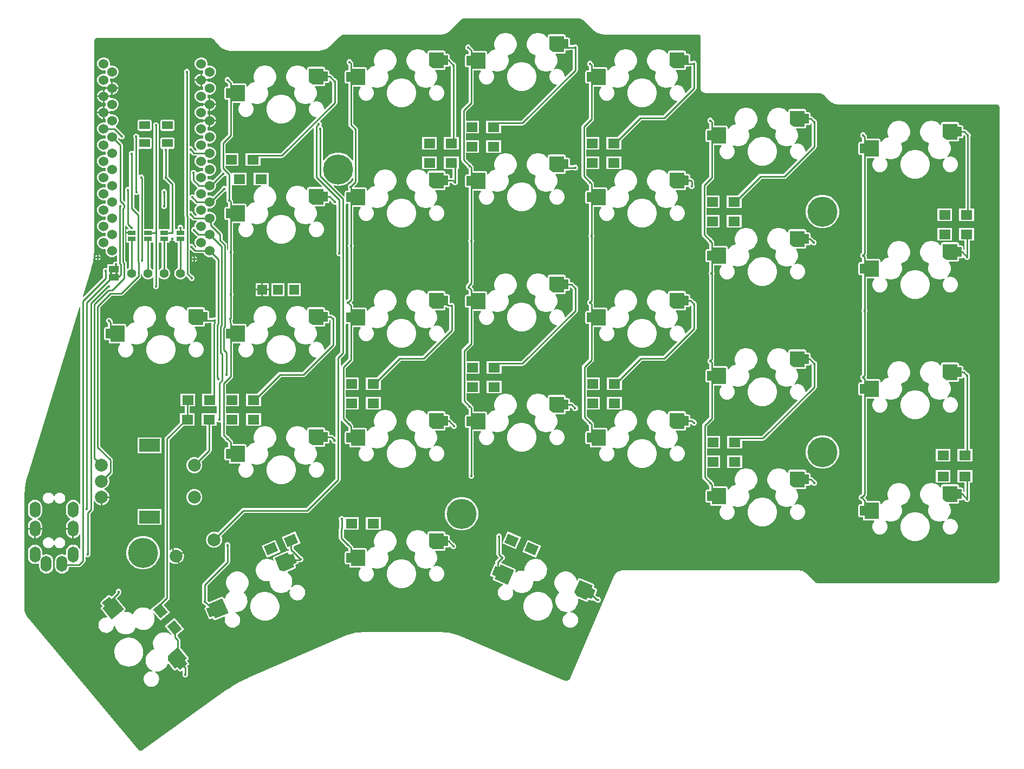
<source format=gbl>
G04*
G04 #@! TF.GenerationSoftware,Altium Limited,Altium Designer,21.0.8 (223)*
G04*
G04 Layer_Physical_Order=2*
G04 Layer_Color=16711680*
%FSLAX25Y25*%
%MOIN*%
G70*
G04*
G04 #@! TF.SameCoordinates,8E13090D-DBD1-43B5-9963-361C11C34DB8*
G04*
G04*
G04 #@! TF.FilePolarity,Positive*
G04*
G01*
G75*
%ADD10C,0.01000*%
%ADD13R,0.04500X0.02500*%
%ADD14C,0.01968*%
%ADD31C,0.06000*%
%ADD32C,0.07874*%
%ADD33O,0.06693X0.09843*%
G04:AMPARAMS|DCode=34|XSize=49.21mil|YSize=68.9mil|CornerRadius=4.92mil|HoleSize=0mil|Usage=FLASHONLY|Rotation=270.000|XOffset=0mil|YOffset=0mil|HoleType=Round|Shape=RoundedRectangle|*
%AMROUNDEDRECTD34*
21,1,0.04921,0.05906,0,0,270.0*
21,1,0.03937,0.06890,0,0,270.0*
1,1,0.00984,-0.02953,-0.01968*
1,1,0.00984,-0.02953,0.01968*
1,1,0.00984,0.02953,0.01968*
1,1,0.00984,0.02953,-0.01968*
%
%ADD34ROUNDEDRECTD34*%
%ADD35C,0.05500*%
%ADD36R,0.07087X0.05906*%
%ADD37C,0.18504*%
%ADD38R,0.06000X0.06000*%
G04:AMPARAMS|DCode=39|XSize=70.87mil|YSize=59.06mil|CornerRadius=0mil|HoleSize=0mil|Usage=FLASHONLY|Rotation=23.000|XOffset=0mil|YOffset=0mil|HoleType=Round|Shape=Rectangle|*
%AMROTATEDRECTD39*
4,1,4,-0.02108,-0.04103,-0.04415,0.01334,0.02108,0.04103,0.04415,-0.01334,-0.02108,-0.04103,0.0*
%
%ADD39ROTATEDRECTD39*%

G04:AMPARAMS|DCode=40|XSize=70.87mil|YSize=59.06mil|CornerRadius=0mil|HoleSize=0mil|Usage=FLASHONLY|Rotation=310.000|XOffset=0mil|YOffset=0mil|HoleType=Round|Shape=Rectangle|*
%AMROTATEDRECTD40*
4,1,4,-0.04540,0.00816,-0.00016,0.04612,0.04540,-0.00816,0.00016,-0.04612,-0.04540,0.00816,0.0*
%
%ADD40ROTATEDRECTD40*%

%ADD41R,0.12598X0.07874*%
G04:AMPARAMS|DCode=42|XSize=70.87mil|YSize=59.06mil|CornerRadius=0mil|HoleSize=0mil|Usage=FLASHONLY|Rotation=337.000|XOffset=0mil|YOffset=0mil|HoleType=Round|Shape=Rectangle|*
%AMROTATEDRECTD42*
4,1,4,-0.04415,-0.01334,-0.02108,0.04103,0.04415,0.01334,0.02108,-0.04103,-0.04415,-0.01334,0.0*
%
%ADD42ROTATEDRECTD42*%

%ADD43C,0.01575*%
%ADD44R,0.05906X0.03937*%
%ADD45R,0.01575X0.01575*%
G36*
X383586Y483980D02*
X384297Y483980D01*
X385693Y483703D01*
X387007Y483158D01*
X388190Y482368D01*
X388693Y481865D01*
X393865Y476693D01*
X393886Y476679D01*
X393901Y476659D01*
X394500Y476116D01*
X394565Y476077D01*
X394619Y476023D01*
X395962Y475126D01*
X396055Y475087D01*
X396139Y475031D01*
X397631Y474413D01*
X397730Y474393D01*
X397822Y474355D01*
X399407Y474040D01*
X399483D01*
X399556Y474021D01*
X400364Y473982D01*
X400389Y473985D01*
X400414Y473981D01*
X459000Y473980D01*
X459195D01*
X459555Y473831D01*
X459831Y473555D01*
X459980Y473195D01*
X459980Y472999D01*
X459980Y441000D01*
X459990Y440950D01*
X459985Y440900D01*
X460024Y440510D01*
X460067Y440367D01*
X460096Y440220D01*
X460395Y439499D01*
X460616Y439168D01*
X460616Y439168D01*
X460616Y439168D01*
X461168Y438616D01*
X461168Y438616D01*
X461168Y438616D01*
X461299Y438528D01*
X461498Y438395D01*
X461498Y438395D01*
X462219Y438097D01*
X462366Y438067D01*
X462510Y438024D01*
X462900Y437985D01*
X462951Y437990D01*
X463000Y437981D01*
X531586Y437981D01*
X531586Y437981D01*
X531586Y437981D01*
X532297Y437981D01*
X533693Y437703D01*
X535007Y437158D01*
X536190Y436368D01*
X536693Y435865D01*
X536693Y435865D01*
X539572Y432986D01*
X539593Y432972D01*
X539608Y432952D01*
X540032Y432568D01*
X540097Y432529D01*
X540150Y432475D01*
X541100Y431841D01*
X541193Y431802D01*
X541277Y431746D01*
X542332Y431309D01*
X542431Y431289D01*
X542523Y431251D01*
X543644Y431028D01*
X543720D01*
X543793Y431010D01*
X544364Y430982D01*
X544389Y430985D01*
X544414Y430980D01*
X642000Y430980D01*
X642000Y430980D01*
X642000Y430980D01*
X642195Y430980D01*
X642578Y430904D01*
X642938Y430755D01*
X643262Y430538D01*
X643538Y430263D01*
X643755Y429938D01*
X643904Y429578D01*
X643980Y429194D01*
X643981Y428999D01*
X643980Y139000D01*
X643980Y139000D01*
X643980Y139000D01*
X643981Y138706D01*
X643866Y138130D01*
X643641Y137588D01*
X643315Y137100D01*
X642900Y136685D01*
X642412Y136358D01*
X641869Y136134D01*
X641293Y136020D01*
X641000Y136020D01*
X641000Y136020D01*
X641000Y136020D01*
X533414Y136020D01*
X533414Y136020D01*
X533414Y136020D01*
X532940Y136020D01*
X532011Y136204D01*
X531136Y136567D01*
X530349Y137093D01*
X530014Y137428D01*
X530014Y137428D01*
X530014Y137428D01*
X525428Y142014D01*
X525407Y142028D01*
X525392Y142048D01*
X524968Y142432D01*
X524903Y142471D01*
X524850Y142525D01*
X523900Y143160D01*
X523807Y143198D01*
X523723Y143254D01*
X522668Y143691D01*
X522569Y143711D01*
X522476Y143749D01*
X521356Y143972D01*
X521280Y143972D01*
X521207Y143990D01*
X520636Y144018D01*
X520611Y144015D01*
X520586Y144019D01*
X462000Y144019D01*
X411516Y144019D01*
X411480Y144012D01*
X411442Y144017D01*
X410888Y143976D01*
X410780Y143947D01*
X410669Y143936D01*
X409608Y143618D01*
X409477Y143548D01*
X409339Y143492D01*
X408414Y142882D01*
X408308Y142778D01*
X408193Y142685D01*
X407482Y141834D01*
X407429Y141736D01*
X407359Y141649D01*
X407103Y141156D01*
X407093Y141120D01*
X407072Y141088D01*
X380138Y78236D01*
X380138Y78236D01*
X380138Y78236D01*
X380009Y77934D01*
X379638Y77393D01*
X379169Y76934D01*
X378619Y76575D01*
X378011Y76331D01*
X377366Y76209D01*
X376710Y76216D01*
X376068Y76350D01*
X375766Y76478D01*
X375766Y76478D01*
X375766Y76478D01*
X310920Y104018D01*
X310908Y104021D01*
X310897Y104028D01*
X309770Y104473D01*
X309732Y104480D01*
X309698Y104499D01*
X307384Y105217D01*
X307333Y105223D01*
X307285Y105243D01*
X304912Y105726D01*
X304860Y105726D01*
X304811Y105741D01*
X302400Y105984D01*
X302362Y105980D01*
X302324Y105989D01*
X301113Y106019D01*
X301100Y106017D01*
X301087Y106019D01*
X251851Y106019D01*
X251838Y106017D01*
X251825Y106019D01*
X250630Y105989D01*
X250591Y105980D01*
X250552Y105984D01*
X248173Y105741D01*
X248124Y105726D01*
X248071Y105726D01*
X245729Y105243D01*
X245681Y105222D01*
X245629Y105217D01*
X243348Y104499D01*
X243314Y104480D01*
X243275Y104473D01*
X242165Y104028D01*
X242154Y104021D01*
X242141Y104018D01*
X182042Y78142D01*
X182036Y78138D01*
X182029Y78136D01*
X180186Y77313D01*
X180169Y77301D01*
X180149Y77296D01*
X176532Y75502D01*
X176510Y75485D01*
X176484Y75476D01*
X172969Y73491D01*
X172948Y73473D01*
X172922Y73463D01*
X169520Y71292D01*
X169504Y71277D01*
X169485Y71269D01*
X167829Y70115D01*
X167824Y70110D01*
X167818Y70107D01*
X116778Y33528D01*
X116616Y33412D01*
X116254Y33244D01*
X115868Y33146D01*
X115470Y33122D01*
X115074Y33172D01*
X114695Y33295D01*
X114345Y33486D01*
X114037Y33739D01*
X113909Y33892D01*
X113909Y33892D01*
X113909Y33892D01*
X46190Y114777D01*
X45669Y115401D01*
X44857Y116810D01*
X44301Y118338D01*
X44019Y119939D01*
X44019Y120752D01*
X44019Y189338D01*
Y190954D01*
X44260Y194177D01*
X44740Y197373D01*
X45456Y200524D01*
X45930Y202069D01*
Y202069D01*
X77976Y306403D01*
X78471Y306329D01*
Y185005D01*
X77971Y184906D01*
X77797Y185326D01*
X77100Y186234D01*
X76192Y186931D01*
X75135Y187368D01*
X74000Y187518D01*
X72865Y187368D01*
X71808Y186931D01*
X70900Y186234D01*
X70203Y185326D01*
X69765Y184268D01*
X69616Y183134D01*
Y179984D01*
X69765Y178850D01*
X70203Y177792D01*
X70900Y176884D01*
X71808Y176188D01*
X72444Y175924D01*
Y175383D01*
X71808Y175119D01*
X70900Y174423D01*
X70203Y173515D01*
X69765Y172458D01*
X69616Y171323D01*
Y170248D01*
X74000D01*
Y169748D01*
X74500D01*
Y163855D01*
X75135Y163939D01*
X76192Y164377D01*
X77100Y165073D01*
X77797Y165981D01*
X77971Y166401D01*
X78471Y166302D01*
Y157446D01*
X77971Y157347D01*
X77797Y157767D01*
X77100Y158675D01*
X76192Y159371D01*
X75135Y159809D01*
X74000Y159959D01*
X72865Y159809D01*
X71808Y159371D01*
X70900Y158675D01*
X70203Y157767D01*
X69765Y156710D01*
X69616Y155575D01*
Y153805D01*
X69116Y153543D01*
X68245Y153904D01*
X67110Y154053D01*
X65976Y153904D01*
X64918Y153466D01*
X64010Y152769D01*
X63314Y151861D01*
X62876Y150804D01*
X62726Y149669D01*
Y146520D01*
X62876Y145385D01*
X63314Y144328D01*
X64010Y143420D01*
X64918Y142723D01*
X65976Y142285D01*
X67110Y142136D01*
X68245Y142285D01*
X69302Y142723D01*
X70210Y143420D01*
X70907Y144328D01*
X71345Y145385D01*
X71432Y146049D01*
X77579D01*
X78164Y146166D01*
X78660Y146497D01*
X81081Y148919D01*
X81413Y149415D01*
X81529Y150000D01*
Y152290D01*
X82029Y152467D01*
X82644Y152213D01*
X83355D01*
X84013Y152485D01*
X84515Y152988D01*
X84787Y153645D01*
Y154356D01*
X84529Y154978D01*
Y178844D01*
X86081Y180396D01*
X86413Y180893D01*
X86529Y181478D01*
Y186845D01*
X87029Y186979D01*
X87522Y186126D01*
X88441Y185207D01*
X89567Y184557D01*
X90822Y184221D01*
X90972D01*
Y189157D01*
X91472D01*
Y189657D01*
X96409D01*
Y189807D01*
X96073Y191063D01*
X95423Y192189D01*
X94504Y193108D01*
X93378Y193758D01*
X93114Y193829D01*
Y194329D01*
X93378Y194399D01*
X94504Y195049D01*
X95423Y195969D01*
X96073Y197094D01*
X96409Y198350D01*
Y199650D01*
X96073Y200906D01*
X95878Y201243D01*
X97991Y203356D01*
X98322Y203852D01*
X98439Y204437D01*
Y212206D01*
X98322Y212792D01*
X97991Y213288D01*
X90645Y220634D01*
Y306044D01*
X97633Y313033D01*
X103572D01*
X104157Y313149D01*
X104654Y313480D01*
X115331Y324158D01*
X115663Y324654D01*
X115779Y325240D01*
Y326331D01*
X116279Y326397D01*
X116506Y325553D01*
X116999Y324697D01*
X117698Y323999D01*
X118552Y323506D01*
X119506Y323250D01*
X120494D01*
X121448Y323506D01*
X122302Y323999D01*
X122971Y324667D01*
X123180Y324650D01*
X123471Y324571D01*
Y319978D01*
X123213Y319356D01*
Y318644D01*
X123485Y317987D01*
X123987Y317485D01*
X124644Y317213D01*
X125356D01*
X126013Y317485D01*
X126515Y317987D01*
X126787Y318644D01*
Y319356D01*
X126529Y319978D01*
Y324571D01*
X126820Y324650D01*
X127029Y324667D01*
X127698Y323999D01*
X128552Y323506D01*
X129506Y323250D01*
X130494D01*
X131448Y323506D01*
X132302Y323999D01*
X133001Y324697D01*
X133494Y325553D01*
X133750Y326506D01*
Y327494D01*
X133494Y328447D01*
X133001Y329303D01*
X132302Y330001D01*
X131529Y330447D01*
Y345780D01*
X133250D01*
Y346715D01*
X133750Y346922D01*
X133987Y346685D01*
X134500Y346472D01*
Y348200D01*
X135500D01*
Y346472D01*
X136012Y346685D01*
X136250Y346922D01*
X136750Y346715D01*
Y345780D01*
X138471D01*
Y330447D01*
X137698Y330001D01*
X136999Y329303D01*
X136506Y328447D01*
X136250Y327494D01*
Y326506D01*
X136506Y325553D01*
X136999Y324697D01*
X137698Y323999D01*
X138552Y323506D01*
X139506Y323250D01*
X140494D01*
X141447Y323506D01*
X142303Y323999D01*
X143001Y324697D01*
X143212Y325064D01*
X143708Y325129D01*
X145227Y323610D01*
X145485Y322988D01*
X145987Y322485D01*
X146644Y322213D01*
X147355D01*
X148012Y322485D01*
X148515Y322988D01*
X148787Y323644D01*
Y324356D01*
X148515Y325012D01*
X148012Y325515D01*
X147390Y325773D01*
X145779Y327383D01*
Y341196D01*
X146279Y341530D01*
X146439Y341464D01*
X148034Y339868D01*
X148530Y339537D01*
X149116Y339420D01*
X154158D01*
X154162Y339406D01*
X154689Y338494D01*
X155434Y337749D01*
X156346Y337222D01*
X157363Y336950D01*
X158416D01*
X159434Y337222D01*
X159447Y337230D01*
X161758Y334918D01*
Y300056D01*
X161355Y299787D01*
X160644D01*
X160022Y299529D01*
X157760D01*
Y303031D01*
X157682Y303422D01*
X157461Y303752D01*
X157130Y303974D01*
X156740Y304051D01*
X155004D01*
Y305000D01*
X154926Y305390D01*
X154705Y305721D01*
X154374Y305942D01*
X153984Y306020D01*
X145126D01*
X144736Y305942D01*
X144405Y305721D01*
X144184Y305390D01*
X144106Y305000D01*
Y304152D01*
X143628Y304007D01*
X143364Y304402D01*
X142402Y305364D01*
X141271Y306120D01*
X140014Y306640D01*
X138680Y306906D01*
X137320D01*
X135986Y306640D01*
X134729Y306120D01*
X133598Y305364D01*
X132636Y304402D01*
X131880Y303271D01*
X131360Y302014D01*
X131095Y300680D01*
Y299320D01*
X131360Y297986D01*
X131880Y296729D01*
X132636Y295598D01*
X133598Y294636D01*
X134729Y293880D01*
X135986Y293360D01*
X136460Y293266D01*
X136696Y292825D01*
X136360Y292014D01*
X136094Y290680D01*
Y289320D01*
X136360Y287986D01*
X136880Y286729D01*
X137636Y285598D01*
X138598Y284636D01*
X139729Y283880D01*
X140986Y283360D01*
X142320Y283095D01*
X143680D01*
X145014Y283360D01*
X146019Y283776D01*
X146302Y283352D01*
X145861Y282910D01*
X145236Y281830D01*
X144913Y280624D01*
Y279376D01*
X145236Y278170D01*
X145861Y277090D01*
X146743Y276207D01*
X147824Y275583D01*
X149030Y275260D01*
X150278D01*
X151483Y275583D01*
X152564Y276207D01*
X153447Y277090D01*
X154071Y278170D01*
X154394Y279376D01*
Y280624D01*
X154071Y281830D01*
X153447Y282910D01*
X152564Y283793D01*
X151483Y284417D01*
X150278Y284740D01*
X149030D01*
X147914Y284441D01*
X147716Y284652D01*
X147622Y284857D01*
X148364Y285598D01*
X149120Y286729D01*
X149640Y287986D01*
X149906Y289320D01*
Y290680D01*
X149640Y292014D01*
X149120Y293271D01*
X148835Y293697D01*
X149071Y294138D01*
X153984D01*
X154374Y294215D01*
X154705Y294437D01*
X154926Y294767D01*
X155004Y295158D01*
Y296106D01*
X156740D01*
X157130Y296184D01*
X157461Y296405D01*
X157505Y296471D01*
X158833D01*
X159126Y295971D01*
X159112Y295902D01*
Y252953D01*
X153457D01*
Y245047D01*
X162471D01*
Y241356D01*
X162236Y240953D01*
X153150D01*
Y233047D01*
X156164D01*
Y218610D01*
X150802Y213248D01*
X150465Y213443D01*
X149209Y213779D01*
X147909D01*
X146653Y213443D01*
X145528Y212793D01*
X144608Y211874D01*
X143958Y210748D01*
X143622Y209492D01*
Y208192D01*
X143958Y206937D01*
X144608Y205811D01*
X145528Y204892D01*
X146653Y204242D01*
X147909Y203906D01*
X149209D01*
X150465Y204242D01*
X151591Y204892D01*
X152510Y205811D01*
X153160Y206937D01*
X153496Y208192D01*
Y209492D01*
X153160Y210748D01*
X152965Y211085D01*
X158774Y216895D01*
X159106Y217391D01*
X159222Y217976D01*
Y233047D01*
X162236D01*
Y235529D01*
X162736Y235736D01*
X162987Y235485D01*
X163645Y235213D01*
X164356D01*
X164541Y235290D01*
X165041Y234956D01*
Y227429D01*
X165158Y226844D01*
X165489Y226348D01*
X167227Y224610D01*
X167485Y223988D01*
X167988Y223485D01*
X168610Y223227D01*
X169368Y222469D01*
Y219815D01*
X168142D01*
X167752Y219737D01*
X167421Y219516D01*
X167200Y219185D01*
X167122Y218795D01*
Y212890D01*
X167200Y212500D01*
X167421Y212169D01*
X167752Y211948D01*
X168142Y211870D01*
X169878D01*
Y210921D01*
X169956Y210531D01*
X170177Y210200D01*
X170508Y209979D01*
X170898Y209902D01*
X176837D01*
X177044Y209402D01*
X176553Y208910D01*
X175929Y207830D01*
X175606Y206624D01*
Y205376D01*
X175929Y204170D01*
X176553Y203089D01*
X177436Y202207D01*
X178517Y201583D01*
X179722Y201260D01*
X180971D01*
X182176Y201583D01*
X183257Y202207D01*
X184140Y203089D01*
X184764Y204170D01*
X185087Y205376D01*
Y206624D01*
X184764Y207830D01*
X184140Y208910D01*
X183698Y209352D01*
X183981Y209776D01*
X184986Y209360D01*
X186320Y209095D01*
X187680D01*
X189014Y209360D01*
X190271Y209880D01*
X191402Y210636D01*
X192364Y211598D01*
X193120Y212729D01*
X193640Y213986D01*
X193905Y215320D01*
Y216680D01*
X193640Y218014D01*
X193305Y218825D01*
X193540Y219266D01*
X194014Y219360D01*
X195271Y219880D01*
X196402Y220636D01*
X197364Y221598D01*
X198120Y222729D01*
X198640Y223986D01*
X198906Y225320D01*
Y226680D01*
X198640Y228014D01*
X198120Y229271D01*
X197364Y230402D01*
X196402Y231364D01*
X195271Y232120D01*
X194014Y232640D01*
X192680Y232906D01*
X191320D01*
X189986Y232640D01*
X188729Y232120D01*
X187598Y231364D01*
X186636Y230402D01*
X185880Y229271D01*
X185360Y228014D01*
X185094Y226680D01*
Y225320D01*
X185360Y223986D01*
X185696Y223175D01*
X185460Y222734D01*
X184986Y222640D01*
X183729Y222120D01*
X182598Y221364D01*
X181636Y220402D01*
X181275Y219862D01*
X180775Y220014D01*
Y220764D01*
X180698Y221154D01*
X180477Y221485D01*
X180146Y221706D01*
X179756Y221783D01*
X172427D01*
Y223102D01*
X172311Y223688D01*
X171979Y224184D01*
X170773Y225390D01*
X170515Y226012D01*
X170012Y226515D01*
X169390Y226773D01*
X168100Y228063D01*
Y233047D01*
X176157D01*
Y240953D01*
X168100D01*
Y245047D01*
X176157D01*
Y252953D01*
X168100D01*
Y258501D01*
X171979Y262380D01*
X172311Y262876D01*
X172427Y263461D01*
Y283902D01*
X176837D01*
X177044Y283402D01*
X176553Y282910D01*
X175929Y281830D01*
X175606Y280624D01*
Y279376D01*
X175929Y278170D01*
X176553Y277090D01*
X177436Y276207D01*
X178517Y275583D01*
X179722Y275260D01*
X180971D01*
X182176Y275583D01*
X183257Y276207D01*
X184140Y277090D01*
X184764Y278170D01*
X185087Y279376D01*
Y280624D01*
X184764Y281830D01*
X184140Y282910D01*
X183698Y283352D01*
X183981Y283776D01*
X184986Y283360D01*
X186320Y283095D01*
X187680D01*
X189014Y283360D01*
X190271Y283880D01*
X191402Y284636D01*
X192364Y285598D01*
X193120Y286729D01*
X193640Y287986D01*
X193905Y289320D01*
Y290680D01*
X193640Y292014D01*
X193305Y292825D01*
X193540Y293266D01*
X194014Y293360D01*
X195271Y293880D01*
X196402Y294636D01*
X197364Y295598D01*
X198120Y296729D01*
X198640Y297986D01*
X198906Y299320D01*
Y300680D01*
X198640Y302014D01*
X198120Y303271D01*
X197364Y304402D01*
X196402Y305364D01*
X195271Y306120D01*
X194014Y306640D01*
X192680Y306906D01*
X191320D01*
X189986Y306640D01*
X188729Y306120D01*
X187598Y305364D01*
X186636Y304402D01*
X185880Y303271D01*
X185360Y302014D01*
X185094Y300680D01*
Y299320D01*
X185360Y297986D01*
X185696Y297175D01*
X185460Y296734D01*
X184986Y296640D01*
X183729Y296120D01*
X182598Y295364D01*
X181636Y294402D01*
X181275Y293862D01*
X180775Y294014D01*
Y294764D01*
X180698Y295154D01*
X180477Y295485D01*
X180146Y295706D01*
X179756Y295783D01*
X172427D01*
Y296213D01*
X172311Y296798D01*
X172142Y297050D01*
Y298022D01*
X172400Y298644D01*
Y299149D01*
X172427Y299285D01*
Y313022D01*
X172685Y313645D01*
Y314355D01*
X172427Y314978D01*
Y339022D01*
X172685Y339645D01*
Y340355D01*
X172427Y340978D01*
Y357902D01*
X176837D01*
X177044Y357402D01*
X176553Y356910D01*
X175929Y355830D01*
X175606Y354624D01*
Y353376D01*
X175929Y352170D01*
X176553Y351090D01*
X177436Y350207D01*
X178517Y349583D01*
X179722Y349260D01*
X180971D01*
X182176Y349583D01*
X183257Y350207D01*
X184140Y351090D01*
X184764Y352170D01*
X185087Y353376D01*
Y354624D01*
X184764Y355830D01*
X184140Y356910D01*
X183698Y357352D01*
X183981Y357776D01*
X184986Y357360D01*
X186320Y357095D01*
X187680D01*
X189014Y357360D01*
X190271Y357880D01*
X191402Y358636D01*
X192364Y359598D01*
X193120Y360729D01*
X193640Y361986D01*
X193905Y363320D01*
Y364680D01*
X193640Y366014D01*
X193305Y366825D01*
X193540Y367266D01*
X194014Y367360D01*
X195271Y367880D01*
X196402Y368636D01*
X197364Y369598D01*
X198120Y370729D01*
X198640Y371986D01*
X198906Y373320D01*
Y374680D01*
X198640Y376014D01*
X198120Y377271D01*
X197364Y378402D01*
X196402Y379364D01*
X195271Y380120D01*
X194237Y380548D01*
X194236Y381047D01*
X194236Y381089D01*
Y388953D01*
X185150D01*
Y381047D01*
X189662D01*
X189761Y380547D01*
X188729Y380120D01*
X187598Y379364D01*
X186636Y378402D01*
X185880Y377271D01*
X185360Y376014D01*
X185094Y374680D01*
Y373320D01*
X185360Y371986D01*
X185696Y371175D01*
X185460Y370734D01*
X184986Y370640D01*
X183729Y370120D01*
X182598Y369364D01*
X181636Y368402D01*
X181275Y367862D01*
X180775Y368014D01*
Y368764D01*
X180698Y369154D01*
X180477Y369485D01*
X180146Y369706D01*
X179756Y369783D01*
X172427D01*
Y371102D01*
X172311Y371688D01*
X171979Y372184D01*
X171773Y372390D01*
X171529Y372978D01*
Y380644D01*
X171764Y381047D01*
X172029Y381047D01*
X180850D01*
Y388953D01*
X171764D01*
Y388763D01*
X171264Y388611D01*
X171081Y388884D01*
X167793Y392173D01*
Y393047D01*
X175850D01*
Y400953D01*
X167793D01*
Y406553D01*
X171979Y410739D01*
X172311Y411235D01*
X172427Y411820D01*
Y431902D01*
X176837D01*
X177044Y431402D01*
X176553Y430910D01*
X175929Y429830D01*
X175606Y428624D01*
Y427376D01*
X175929Y426170D01*
X176553Y425090D01*
X177436Y424207D01*
X178517Y423583D01*
X179722Y423260D01*
X180971D01*
X182176Y423583D01*
X183257Y424207D01*
X184140Y425090D01*
X184764Y426170D01*
X185087Y427376D01*
Y428624D01*
X184764Y429830D01*
X184140Y430910D01*
X183698Y431352D01*
X183981Y431776D01*
X184986Y431360D01*
X186320Y431095D01*
X187680D01*
X189014Y431360D01*
X190271Y431880D01*
X191402Y432636D01*
X192364Y433598D01*
X193120Y434729D01*
X193640Y435986D01*
X193905Y437320D01*
Y438680D01*
X193640Y440014D01*
X193305Y440825D01*
X193540Y441266D01*
X194014Y441360D01*
X195271Y441880D01*
X196402Y442636D01*
X197364Y443598D01*
X198120Y444729D01*
X198640Y445986D01*
X198906Y447320D01*
Y448680D01*
X198640Y450014D01*
X198120Y451271D01*
X197364Y452402D01*
X196402Y453364D01*
X195271Y454120D01*
X194014Y454640D01*
X192680Y454906D01*
X191320D01*
X189986Y454640D01*
X188729Y454120D01*
X187598Y453364D01*
X186636Y452402D01*
X185880Y451271D01*
X185360Y450014D01*
X185094Y448680D01*
Y447320D01*
X185360Y445986D01*
X185696Y445175D01*
X185460Y444734D01*
X184986Y444640D01*
X183729Y444120D01*
X182598Y443364D01*
X181636Y442402D01*
X181275Y441862D01*
X180775Y442014D01*
Y442764D01*
X180698Y443154D01*
X180477Y443485D01*
X180146Y443706D01*
X179756Y443783D01*
X172427D01*
Y444102D01*
X172311Y444688D01*
X171979Y445184D01*
X170773Y446390D01*
X170515Y447013D01*
X170012Y447515D01*
X169355Y447787D01*
X168644D01*
X167988Y447515D01*
X167485Y447013D01*
X167213Y446355D01*
Y445645D01*
X167485Y444987D01*
X167988Y444485D01*
X168610Y444227D01*
X169368Y443469D01*
Y441815D01*
X168142D01*
X167752Y441737D01*
X167421Y441516D01*
X167200Y441186D01*
X167122Y440795D01*
Y434890D01*
X167200Y434500D01*
X167421Y434169D01*
X167752Y433948D01*
X168142Y433870D01*
X169368D01*
Y412454D01*
X165182Y408268D01*
X164851Y407771D01*
X164734Y407186D01*
Y391539D01*
X164851Y390954D01*
X165182Y390458D01*
X165366Y390274D01*
X165271Y389799D01*
X164769Y389296D01*
X164621Y388939D01*
X160020Y384338D01*
X159434Y384677D01*
X158416Y384950D01*
X157363D01*
X157077Y384873D01*
X156723Y385226D01*
X156776Y385423D01*
Y386476D01*
X156723Y386673D01*
X157077Y387026D01*
X157363Y386950D01*
X158416D01*
X159434Y387222D01*
X160346Y387749D01*
X161091Y388494D01*
X161617Y389406D01*
X161890Y390423D01*
Y391476D01*
X161617Y392494D01*
X161091Y393406D01*
X160346Y394150D01*
X159434Y394677D01*
X158416Y394950D01*
X157363D01*
X157077Y394873D01*
X156723Y395226D01*
X156776Y395423D01*
Y396476D01*
X156723Y396673D01*
X157077Y397026D01*
X157363Y396950D01*
X158416D01*
X159434Y397222D01*
X160346Y397749D01*
X161091Y398494D01*
X161617Y399406D01*
X161890Y400423D01*
Y401476D01*
X161617Y402494D01*
X161091Y403406D01*
X160346Y404150D01*
X159434Y404677D01*
X158416Y404950D01*
X157363D01*
X157077Y404873D01*
X156723Y405226D01*
X156776Y405423D01*
Y406476D01*
X156723Y406673D01*
X157077Y407026D01*
X157363Y406950D01*
X158416D01*
X159434Y407222D01*
X160346Y407749D01*
X161091Y408494D01*
X161617Y409406D01*
X161890Y410423D01*
Y411476D01*
X161617Y412494D01*
X161091Y413406D01*
X160346Y414150D01*
X159434Y414677D01*
X158416Y414950D01*
X157363D01*
X157077Y414873D01*
X156723Y415226D01*
X156776Y415423D01*
Y416476D01*
X156723Y416673D01*
X157077Y417026D01*
X157363Y416950D01*
X157390D01*
Y420450D01*
X153890D01*
Y420423D01*
X153943Y420226D01*
X153589Y419873D01*
X153302Y419950D01*
X152249D01*
X151232Y419677D01*
X150320Y419150D01*
X149575Y418406D01*
X149048Y417493D01*
X148776Y416476D01*
Y415423D01*
X149048Y414406D01*
X149575Y413493D01*
X150320Y412749D01*
X151232Y412222D01*
X152249Y411950D01*
X153302D01*
X153589Y412026D01*
X153943Y411673D01*
X153890Y411476D01*
Y410423D01*
X153943Y410226D01*
X153589Y409873D01*
X153302Y409950D01*
X152249D01*
X151232Y409677D01*
X150320Y409150D01*
X149575Y408406D01*
X149048Y407494D01*
X148776Y406476D01*
Y405423D01*
X149048Y404406D01*
X149575Y403494D01*
X150089Y402979D01*
X149882Y402479D01*
X148923D01*
X148662Y402870D01*
X148075Y403457D01*
Y403592D01*
X147803Y404249D01*
X147300Y404752D01*
X146643Y405024D01*
X145932D01*
X145529Y405293D01*
Y450022D01*
X145787Y450644D01*
Y451356D01*
X145515Y452012D01*
X145012Y452515D01*
X144355Y452787D01*
X143644D01*
X142988Y452515D01*
X142485Y452012D01*
X142213Y451356D01*
Y450644D01*
X142471Y450022D01*
Y362290D01*
X142587Y361704D01*
X142721Y361504D01*
Y354220D01*
X142059D01*
X141781Y354636D01*
X141787Y354652D01*
Y355363D01*
X141515Y356020D01*
X141013Y356523D01*
X140356Y356795D01*
X139645D01*
X138988Y356523D01*
X138485Y356020D01*
X138213Y355363D01*
Y354652D01*
X138219Y354636D01*
X137942Y354220D01*
X136750D01*
X136529Y354629D01*
Y382000D01*
X136413Y382585D01*
X136081Y383081D01*
X132773Y386390D01*
X132529Y386978D01*
Y401829D01*
X132787Y402452D01*
Y403163D01*
X133056Y403565D01*
X134953D01*
X135535Y403681D01*
X136029Y404011D01*
X136358Y404504D01*
X136474Y405087D01*
Y409024D01*
X136358Y409606D01*
X136029Y410099D01*
X135535Y410429D01*
X134953Y410545D01*
X129047D01*
X128465Y410429D01*
X127971Y410099D01*
X127642Y409606D01*
X127526Y409024D01*
Y405087D01*
X127642Y404504D01*
X127971Y404011D01*
X128465Y403681D01*
X128854Y403604D01*
X129213Y403163D01*
Y402452D01*
X129471Y401829D01*
Y386978D01*
X129213Y386355D01*
Y385645D01*
X129485Y384987D01*
X129988Y384485D01*
X130610Y384227D01*
X133471Y381366D01*
Y354629D01*
X133250Y354220D01*
X126750D01*
X126529Y354629D01*
Y417100D01*
X126787Y417723D01*
Y418434D01*
X126515Y419091D01*
X126013Y419594D01*
X125356Y419866D01*
X124644D01*
X123987Y419594D01*
X123485Y419091D01*
X123213Y418434D01*
Y417723D01*
X123471Y417100D01*
Y354629D01*
X123250Y354220D01*
X117779D01*
Y385595D01*
X117775Y385615D01*
X117787Y385645D01*
Y386355D01*
X117515Y387013D01*
X117013Y387515D01*
X116356Y387787D01*
X115645D01*
X114988Y387515D01*
X114845Y387373D01*
X114345Y387580D01*
Y403206D01*
X114845Y403606D01*
X115047Y403565D01*
X120953D01*
X121535Y403681D01*
X122029Y404011D01*
X122358Y404504D01*
X122474Y405087D01*
Y409024D01*
X122358Y409606D01*
X122029Y410099D01*
X121535Y410429D01*
X120953Y410545D01*
X115047D01*
X115035Y410543D01*
X114918Y410614D01*
X114603Y410966D01*
Y411518D01*
X114331Y412175D01*
X113828Y412677D01*
X113171Y412950D01*
X112460D01*
X111803Y412677D01*
X111301Y412175D01*
X111028Y411518D01*
Y410807D01*
X111286Y410184D01*
Y402414D01*
X110786Y402129D01*
X110355Y402307D01*
X109644D01*
X108987Y402035D01*
X108485Y401532D01*
X108213Y400875D01*
Y400164D01*
X108471Y399541D01*
Y380293D01*
X108068Y380024D01*
X107357D01*
X106700Y379752D01*
X106197Y379250D01*
X105925Y378592D01*
Y377882D01*
X106183Y377259D01*
Y371105D01*
X105721Y370914D01*
X104529Y372105D01*
Y405839D01*
X104413Y406425D01*
X104081Y406921D01*
X101610Y409393D01*
X101617Y409406D01*
X101866Y410336D01*
X102124Y410413D01*
X102381Y410401D01*
X102485Y410150D01*
X102988Y409647D01*
X103645Y409375D01*
X104356D01*
X105013Y409647D01*
X105515Y410150D01*
X105787Y410807D01*
Y411518D01*
X105515Y412175D01*
X105013Y412677D01*
X104460Y412906D01*
X100335Y417031D01*
X100227Y417103D01*
X100247Y417692D01*
X100346Y417749D01*
X101091Y418494D01*
X101617Y419406D01*
X101890Y420423D01*
Y421476D01*
X101617Y422494D01*
X101091Y423406D01*
X100346Y424150D01*
X99434Y424677D01*
X98416Y424950D01*
X97363D01*
X97076Y424873D01*
X96723Y425226D01*
X96776Y425423D01*
Y425450D01*
X93276D01*
Y421950D01*
X93302D01*
X93589Y422026D01*
X93942Y421673D01*
X93890Y421476D01*
Y420423D01*
X93942Y420226D01*
X93589Y419873D01*
X93302Y419950D01*
X92249D01*
X91232Y419677D01*
X90320Y419150D01*
X89575Y418406D01*
X89048Y417493D01*
X88776Y416476D01*
Y415423D01*
X89048Y414406D01*
X89575Y413493D01*
X90320Y412749D01*
X91232Y412222D01*
X92249Y411950D01*
X93302D01*
X93589Y412026D01*
X93942Y411673D01*
X93890Y411476D01*
Y410423D01*
X93942Y410226D01*
X93589Y409873D01*
X93302Y409950D01*
X92249D01*
X91232Y409677D01*
X90320Y409150D01*
X89575Y408406D01*
X89048Y407494D01*
X88776Y406476D01*
Y405423D01*
X89048Y404406D01*
X89575Y403494D01*
X90320Y402749D01*
X91232Y402222D01*
X92249Y401950D01*
X93302D01*
X93589Y402026D01*
X93942Y401673D01*
X93890Y401476D01*
Y400423D01*
X93942Y400226D01*
X93589Y399873D01*
X93302Y399950D01*
X92249D01*
X91232Y399677D01*
X90320Y399150D01*
X89575Y398406D01*
X89048Y397494D01*
X88776Y396476D01*
Y395423D01*
X89048Y394406D01*
X89575Y393494D01*
X90320Y392749D01*
X91232Y392222D01*
X92249Y391950D01*
X93302D01*
X93589Y392026D01*
X93942Y391673D01*
X93890Y391476D01*
Y390423D01*
X93942Y390226D01*
X93589Y389873D01*
X93302Y389950D01*
X92249D01*
X91232Y389677D01*
X90320Y389150D01*
X89575Y388406D01*
X89048Y387494D01*
X88776Y386476D01*
Y385423D01*
X89048Y384406D01*
X89575Y383494D01*
X90320Y382749D01*
X91232Y382222D01*
X92249Y381950D01*
X93302D01*
X93589Y382026D01*
X93942Y381673D01*
X93890Y381476D01*
Y380423D01*
X93942Y380226D01*
X93589Y379873D01*
X93302Y379950D01*
X92249D01*
X91232Y379677D01*
X90320Y379150D01*
X89575Y378406D01*
X89048Y377494D01*
X88776Y376476D01*
Y375423D01*
X89048Y374406D01*
X89575Y373494D01*
X90320Y372749D01*
X91232Y372222D01*
X92249Y371950D01*
X93302D01*
X93589Y372026D01*
X93942Y371673D01*
X93890Y371476D01*
Y370423D01*
X93942Y370226D01*
X93589Y369873D01*
X93302Y369950D01*
X92249D01*
X91232Y369677D01*
X90320Y369150D01*
X89575Y368406D01*
X89048Y367494D01*
X88776Y366476D01*
Y365423D01*
X89048Y364406D01*
X89575Y363494D01*
X90320Y362749D01*
X91232Y362222D01*
X92249Y361950D01*
X93302D01*
X93589Y362026D01*
X93942Y361673D01*
X93890Y361476D01*
Y360423D01*
X93942Y360226D01*
X93589Y359873D01*
X93302Y359950D01*
X92249D01*
X91232Y359677D01*
X90320Y359150D01*
X89575Y358406D01*
X89048Y357494D01*
X88776Y356476D01*
Y355423D01*
X89048Y354406D01*
X89575Y353494D01*
X90320Y352749D01*
X91232Y352222D01*
X92249Y351950D01*
X93302D01*
X93589Y352026D01*
X93942Y351673D01*
X93890Y351476D01*
Y350423D01*
X93942Y350226D01*
X93589Y349873D01*
X93302Y349950D01*
X92249D01*
X91232Y349677D01*
X90320Y349150D01*
X89575Y348406D01*
X89048Y347494D01*
X88776Y346476D01*
Y345423D01*
X89048Y344406D01*
X89575Y343494D01*
X90320Y342749D01*
X91232Y342222D01*
X92249Y341950D01*
X93302D01*
X93589Y342026D01*
X93942Y341673D01*
X93890Y341476D01*
Y340423D01*
X94162Y339406D01*
X94689Y338494D01*
X95434Y337749D01*
X96346Y337222D01*
X97363Y336950D01*
X98416D01*
X99434Y337222D01*
X100346Y337749D01*
X100583Y337986D01*
X101045Y337794D01*
Y334484D01*
X100710Y334261D01*
X99999D01*
X99342Y333989D01*
X98839Y333486D01*
X98567Y332829D01*
Y332528D01*
X95047D01*
Y330542D01*
X94547Y330208D01*
X94355Y330287D01*
X93644D01*
X92988Y330015D01*
X92485Y329513D01*
X92213Y328855D01*
Y328145D01*
X92471Y327522D01*
Y324634D01*
X80365Y312528D01*
X79936Y312785D01*
X85019Y329332D01*
X85020Y329342D01*
X85024Y329351D01*
X85480Y330940D01*
X85482Y330968D01*
X85494Y330995D01*
X86227Y334218D01*
X86228Y334256D01*
X86241Y334293D01*
X86731Y337561D01*
X86730Y337600D01*
X86740Y337637D01*
X86986Y340933D01*
X86982Y340962D01*
X86989Y340990D01*
X87019Y342643D01*
X87018Y342652D01*
X87019Y342662D01*
X87019Y470000D01*
X87019Y470195D01*
X87096Y470578D01*
X87245Y470938D01*
X87462Y471262D01*
X87738Y471538D01*
X88062Y471755D01*
X88422Y471904D01*
X88805Y471980D01*
X89000Y471980D01*
X156796Y471980D01*
X157442Y471980D01*
X158704Y471707D01*
X159880Y471174D01*
X160917Y470403D01*
X161342Y469918D01*
X161342Y469918D01*
X164123Y466740D01*
X164145Y466723D01*
X164160Y466700D01*
X164684Y466161D01*
X164752Y466115D01*
X164806Y466054D01*
X166011Y465159D01*
X166110Y465112D01*
X166198Y465049D01*
X167565Y464429D01*
X167671Y464404D01*
X167771Y464361D01*
X169238Y464044D01*
X169320Y464042D01*
X169399Y464022D01*
X170150Y463982D01*
X170177Y463986D01*
X170204Y463980D01*
X225586Y463980D01*
X225611Y463985D01*
X225636Y463982D01*
X226444Y464021D01*
X226517Y464040D01*
X226593D01*
X228177Y464355D01*
X228270Y464393D01*
X228369Y464413D01*
X229861Y465031D01*
X229945Y465087D01*
X230038Y465126D01*
X231381Y466023D01*
X231434Y466077D01*
X231499Y466115D01*
X232099Y466659D01*
X232114Y466679D01*
X232135Y466693D01*
X238014Y472572D01*
X238349Y472907D01*
X239136Y473433D01*
X240011Y473796D01*
X240941Y473980D01*
X241415Y473981D01*
X300586D01*
X300611Y473985D01*
X300636Y473982D01*
X301207Y474010D01*
X301280Y474028D01*
X301356D01*
X302477Y474251D01*
X302569Y474289D01*
X302668Y474309D01*
X303723Y474746D01*
X303807Y474802D01*
X303900Y474840D01*
X304850Y475475D01*
X304903Y475529D01*
X304968Y475567D01*
X305392Y475952D01*
X305407Y475972D01*
X305428Y475986D01*
X312014Y482572D01*
X312349Y482907D01*
X313136Y483433D01*
X314011Y483795D01*
X314941Y483980D01*
X315415Y483981D01*
X383586Y483980D01*
D02*
G37*
G36*
X179756Y432921D02*
X170898D01*
Y434890D01*
X168142D01*
Y440795D01*
X170898D01*
Y442764D01*
X179756D01*
Y432921D01*
D02*
G37*
G36*
X146233Y400973D02*
X146499Y400575D01*
X147206Y399868D01*
X147702Y399537D01*
X148287Y399420D01*
X149882D01*
X150089Y398920D01*
X149575Y398406D01*
X149048Y397494D01*
X148776Y396476D01*
Y395423D01*
X149048Y394406D01*
X149575Y393494D01*
X150320Y392749D01*
X151232Y392222D01*
X152249Y391950D01*
X153302D01*
X153589Y392026D01*
X153943Y391673D01*
X153890Y391476D01*
Y390423D01*
X153943Y390226D01*
X153589Y389873D01*
X153302Y389950D01*
X152249D01*
X151232Y389677D01*
X150320Y389150D01*
X150274Y389105D01*
X149732Y389270D01*
X149539Y389734D01*
X149037Y390236D01*
X148380Y390509D01*
X147669D01*
X147012Y390236D01*
X146509Y389734D01*
X146237Y389077D01*
Y388366D01*
X146471Y387801D01*
Y384361D01*
X146587Y383776D01*
X146919Y383280D01*
X150330Y379868D01*
X150438Y379796D01*
X150419Y379208D01*
X150320Y379150D01*
X149575Y378406D01*
X149048Y377494D01*
X148776Y376476D01*
Y375459D01*
X148687Y375383D01*
X148314Y375214D01*
X148308Y375220D01*
X147651Y375492D01*
X146940D01*
X146283Y375220D01*
X146029Y374966D01*
X145529Y375173D01*
Y400970D01*
X146029Y401177D01*
X146233Y400973D01*
D02*
G37*
G36*
X168471Y386942D02*
Y380710D01*
X167971Y380533D01*
X167356Y380787D01*
X166645D01*
X165988Y380515D01*
X165485Y380012D01*
X165337Y379655D01*
X160020Y374339D01*
X159434Y374677D01*
X158416Y374950D01*
X157363D01*
X157077Y374873D01*
X156723Y375226D01*
X156776Y375423D01*
Y376476D01*
X156723Y376673D01*
X157077Y377026D01*
X157363Y376950D01*
X158416D01*
X159434Y377222D01*
X160346Y377749D01*
X161091Y378494D01*
X161617Y379406D01*
X161890Y380423D01*
Y381476D01*
X161804Y381797D01*
X166504Y386497D01*
X166639D01*
X167296Y386769D01*
X167799Y387271D01*
X168032Y387318D01*
X168471Y386942D01*
D02*
G37*
G36*
X114721Y375486D02*
Y365096D01*
X114259Y364904D01*
X111529Y367634D01*
Y375290D01*
X112029Y375467D01*
X112645Y375213D01*
X113356D01*
X114013Y375485D01*
X114221Y375693D01*
X114721Y375486D01*
D02*
G37*
G36*
X168471Y377290D02*
Y372978D01*
X168213Y372356D01*
Y371644D01*
X168485Y370988D01*
X168988Y370485D01*
X169368Y370327D01*
Y367815D01*
X168142D01*
X167752Y367737D01*
X167421Y367516D01*
X167200Y367185D01*
X167122Y366795D01*
Y360890D01*
X167200Y360500D01*
X167421Y360169D01*
X167752Y359948D01*
X168142Y359870D01*
X169368D01*
Y341354D01*
X169317Y341310D01*
X168817Y341540D01*
Y344380D01*
X168700Y344966D01*
X168369Y345462D01*
X165863Y347967D01*
Y350869D01*
X165747Y351455D01*
X165415Y351951D01*
X160283Y357083D01*
Y357713D01*
X160346Y357749D01*
X161091Y358494D01*
X161617Y359406D01*
X161890Y360423D01*
Y361476D01*
X161617Y362494D01*
X161091Y363406D01*
X160346Y364150D01*
X159434Y364677D01*
X158416Y364950D01*
X157363D01*
X157077Y364873D01*
X156723Y365226D01*
X156776Y365423D01*
Y366476D01*
X156723Y366673D01*
X157077Y367026D01*
X157363Y366950D01*
X158416D01*
X159434Y367222D01*
X160346Y367749D01*
X161091Y368494D01*
X161617Y369406D01*
X161890Y370423D01*
Y371476D01*
X161804Y371797D01*
X167220Y377213D01*
X167356D01*
X167971Y377467D01*
X168471Y377290D01*
D02*
G37*
G36*
X146283Y372189D02*
X146906Y371931D01*
X148969Y369868D01*
X149465Y369537D01*
X149910Y369448D01*
X150076Y369093D01*
X150089Y368920D01*
X149575Y368406D01*
X149048Y367494D01*
X148776Y366476D01*
Y365423D01*
X149048Y364406D01*
X149575Y363494D01*
X150089Y362979D01*
X149882Y362479D01*
X148923D01*
X148662Y362870D01*
X148075Y363457D01*
Y363593D01*
X147803Y364249D01*
X147300Y364752D01*
X146643Y365024D01*
X145932D01*
X145529Y365293D01*
Y372236D01*
X146029Y372443D01*
X146283Y372189D01*
D02*
G37*
G36*
X179756Y358921D02*
X170898D01*
Y360890D01*
X168142D01*
Y366795D01*
X170898D01*
Y368764D01*
X179756D01*
Y358921D01*
D02*
G37*
G36*
X146499Y360575D02*
X147206Y359868D01*
X147702Y359537D01*
X148287Y359420D01*
X149882D01*
X150089Y358920D01*
X149575Y358406D01*
X149048Y357494D01*
X148776Y356476D01*
Y355900D01*
X148724Y355438D01*
X148013Y355438D01*
X147356Y355166D01*
X146853Y354663D01*
X146581Y354006D01*
Y353295D01*
X146853Y352638D01*
X147356Y352135D01*
X147979Y351877D01*
X149988Y349868D01*
X150254Y349690D01*
X150295Y349357D01*
X150276Y349107D01*
X149575Y348406D01*
X149048Y347494D01*
X148776Y346476D01*
Y345423D01*
X149048Y344406D01*
X149575Y343494D01*
X149736Y343332D01*
X149572Y342790D01*
X149460Y342768D01*
X148601Y343627D01*
X148343Y344250D01*
X147841Y344752D01*
X147184Y345024D01*
X146473D01*
X146279Y344944D01*
X145779Y345279D01*
Y360785D01*
X146048Y360896D01*
X146279Y360904D01*
X146499Y360575D01*
D02*
G37*
G36*
X106631Y356213D02*
X108124Y354720D01*
X107995Y354271D01*
X107961Y354220D01*
X106750D01*
Y352470D01*
X110000D01*
Y351470D01*
X106750D01*
Y349720D01*
Y345780D01*
X108471D01*
Y330447D01*
X107697Y330001D01*
X107482Y329785D01*
X106982Y329993D01*
Y333121D01*
X106866Y333707D01*
X106534Y334203D01*
X106104Y334633D01*
Y356103D01*
X106604Y356255D01*
X106631Y356213D01*
D02*
G37*
G36*
X123250Y345780D02*
X123471Y345371D01*
Y329429D01*
X123180Y329350D01*
X122971Y329333D01*
X122302Y330001D01*
X121529Y330447D01*
Y345780D01*
X123250D01*
D02*
G37*
G36*
X128471Y330447D02*
X127698Y330001D01*
X127029Y329333D01*
X126820Y329350D01*
X126529Y329429D01*
Y345371D01*
X126750Y345780D01*
X128471D01*
Y330447D01*
D02*
G37*
G36*
X153984Y303031D02*
X156740D01*
Y297126D01*
X153984D01*
Y295158D01*
X147291D01*
X145126Y296929D01*
Y305000D01*
X153984D01*
Y303031D01*
D02*
G37*
G36*
X179756Y284921D02*
X170898D01*
Y286890D01*
X168142D01*
Y292795D01*
X170898D01*
Y294764D01*
X179756D01*
Y284921D01*
D02*
G37*
G36*
Y210921D02*
X170898D01*
Y212890D01*
X168142D01*
Y218795D01*
X170898D01*
Y220764D01*
X179756D01*
Y210921D01*
D02*
G37*
%LPC*%
G36*
X340680Y474905D02*
X339320D01*
X337986Y474640D01*
X336729Y474120D01*
X335598Y473364D01*
X334636Y472402D01*
X333880Y471271D01*
X333360Y470014D01*
X333095Y468680D01*
Y467320D01*
X333360Y465986D01*
X333696Y465175D01*
X333460Y464734D01*
X332986Y464640D01*
X331729Y464120D01*
X330598Y463364D01*
X329636Y462402D01*
X329275Y461862D01*
X328776Y462014D01*
Y462764D01*
X328698Y463154D01*
X328477Y463485D01*
X328146Y463706D01*
X327756Y463783D01*
X320427D01*
Y464102D01*
X320311Y464688D01*
X319979Y465184D01*
X318773Y466390D01*
X318515Y467013D01*
X318012Y467515D01*
X317355Y467787D01*
X316645D01*
X315987Y467515D01*
X315485Y467013D01*
X315213Y466356D01*
Y465645D01*
X315485Y464988D01*
X315987Y464485D01*
X316610Y464227D01*
X317368Y463469D01*
Y461815D01*
X316142D01*
X315752Y461737D01*
X315421Y461516D01*
X315200Y461186D01*
X315122Y460795D01*
Y454890D01*
X315200Y454500D01*
X315421Y454169D01*
X315752Y453948D01*
X316142Y453870D01*
X317368D01*
Y432454D01*
X313182Y428268D01*
X312851Y427772D01*
X312734Y427186D01*
Y396736D01*
X312851Y396151D01*
X313182Y395655D01*
X316227Y392610D01*
X316485Y391987D01*
X316987Y391485D01*
X317368Y391327D01*
Y387815D01*
X316142D01*
X315752Y387737D01*
X315421Y387516D01*
X315200Y387186D01*
X315122Y386795D01*
Y380890D01*
X315200Y380500D01*
X315421Y380169D01*
X315752Y379948D01*
X316142Y379870D01*
X317368D01*
Y347978D01*
X317110Y347356D01*
Y346644D01*
X317368Y346022D01*
Y321531D01*
X316207Y320370D01*
X315876Y319874D01*
X315759Y319288D01*
X315820Y318982D01*
X315678Y318639D01*
Y317928D01*
X315950Y317271D01*
X316453Y316768D01*
X317076Y316510D01*
X317368Y316217D01*
Y313815D01*
X316142D01*
X315752Y313737D01*
X315421Y313516D01*
X315200Y313186D01*
X315122Y312795D01*
Y306890D01*
X315200Y306500D01*
X315421Y306169D01*
X315752Y305948D01*
X316142Y305870D01*
X317368D01*
Y284300D01*
X313489Y280421D01*
X313158Y279925D01*
X313041Y279340D01*
Y248429D01*
X313158Y247844D01*
X313489Y247348D01*
X316227Y244610D01*
X316485Y243987D01*
X316987Y243485D01*
X317368Y243327D01*
Y239815D01*
X316142D01*
X315752Y239737D01*
X315421Y239516D01*
X315200Y239186D01*
X315122Y238795D01*
Y232890D01*
X315200Y232500D01*
X315421Y232169D01*
X315752Y231948D01*
X316142Y231870D01*
X317419D01*
Y203142D01*
X317213Y202643D01*
Y201932D01*
X317485Y201275D01*
X317987Y200772D01*
X318644Y200500D01*
X319356D01*
X320012Y200772D01*
X320515Y201275D01*
X320787Y201932D01*
Y202643D01*
X320515Y203300D01*
X320478Y203337D01*
Y229902D01*
X324837D01*
X325044Y229402D01*
X324553Y228910D01*
X323929Y227830D01*
X323606Y226624D01*
Y225376D01*
X323929Y224170D01*
X324553Y223090D01*
X325436Y222207D01*
X326517Y221583D01*
X327722Y221260D01*
X328971D01*
X330176Y221583D01*
X331257Y222207D01*
X332139Y223090D01*
X332764Y224170D01*
X333087Y225376D01*
Y226624D01*
X332764Y227830D01*
X332139Y228910D01*
X331698Y229352D01*
X331981Y229776D01*
X332986Y229360D01*
X334320Y229095D01*
X335680D01*
X337014Y229360D01*
X338271Y229880D01*
X339402Y230636D01*
X340364Y231598D01*
X341120Y232729D01*
X341640Y233986D01*
X341905Y235320D01*
Y236680D01*
X341640Y238014D01*
X341304Y238825D01*
X341540Y239266D01*
X342014Y239360D01*
X343271Y239880D01*
X344402Y240636D01*
X345364Y241598D01*
X346120Y242729D01*
X346640Y243986D01*
X346905Y245320D01*
Y246680D01*
X346640Y248014D01*
X346120Y249271D01*
X345364Y250402D01*
X344402Y251364D01*
X343271Y252120D01*
X342014Y252640D01*
X340680Y252906D01*
X339320D01*
X337986Y252640D01*
X336729Y252120D01*
X335598Y251364D01*
X334636Y250402D01*
X333880Y249271D01*
X333360Y248014D01*
X333095Y246680D01*
Y245320D01*
X333360Y243986D01*
X333696Y243175D01*
X333460Y242734D01*
X332986Y242640D01*
X331729Y242120D01*
X330598Y241364D01*
X329636Y240402D01*
X329275Y239862D01*
X328776Y240014D01*
Y240764D01*
X328698Y241154D01*
X328477Y241485D01*
X328146Y241706D01*
X327756Y241783D01*
X320427D01*
Y244102D01*
X320311Y244688D01*
X319979Y245184D01*
X319773Y245390D01*
X319515Y246012D01*
X319012Y246515D01*
X318390Y246773D01*
X316100Y249063D01*
Y253047D01*
X324158D01*
Y260953D01*
X316100D01*
Y265047D01*
X324158D01*
Y272953D01*
X316100D01*
Y278706D01*
X319979Y282585D01*
X320311Y283081D01*
X320427Y283667D01*
Y303902D01*
X324837D01*
X325044Y303402D01*
X324553Y302910D01*
X323929Y301830D01*
X323606Y300624D01*
Y299376D01*
X323929Y298170D01*
X324553Y297090D01*
X325436Y296207D01*
X326517Y295583D01*
X327722Y295260D01*
X328971D01*
X330176Y295583D01*
X331257Y296207D01*
X332139Y297090D01*
X332764Y298170D01*
X333087Y299376D01*
Y300624D01*
X332764Y301830D01*
X332139Y302910D01*
X331698Y303352D01*
X331981Y303776D01*
X332986Y303360D01*
X334320Y303095D01*
X335680D01*
X337014Y303360D01*
X338271Y303880D01*
X339402Y304636D01*
X340364Y305598D01*
X341120Y306729D01*
X341640Y307986D01*
X341905Y309320D01*
Y310680D01*
X341640Y312014D01*
X341304Y312825D01*
X341540Y313266D01*
X342014Y313360D01*
X343271Y313880D01*
X344402Y314636D01*
X345364Y315598D01*
X346120Y316729D01*
X346640Y317986D01*
X346905Y319320D01*
Y320680D01*
X346640Y322014D01*
X346120Y323271D01*
X345364Y324402D01*
X344402Y325364D01*
X343271Y326120D01*
X342014Y326640D01*
X340680Y326905D01*
X339320D01*
X337986Y326640D01*
X336729Y326120D01*
X335598Y325364D01*
X334636Y324402D01*
X333880Y323271D01*
X333360Y322014D01*
X333095Y320680D01*
Y319320D01*
X333360Y317986D01*
X333696Y317175D01*
X333460Y316734D01*
X332986Y316640D01*
X331729Y316120D01*
X330598Y315364D01*
X329636Y314402D01*
X329275Y313862D01*
X328776Y314014D01*
Y314764D01*
X328698Y315154D01*
X328477Y315485D01*
X328146Y315706D01*
X327756Y315783D01*
X320427D01*
Y316851D01*
X320311Y317436D01*
X319979Y317932D01*
X319356Y318555D01*
X319307Y319144D01*
X319979Y319816D01*
X320311Y320312D01*
X320427Y320898D01*
Y346022D01*
X320685Y346644D01*
Y347356D01*
X320427Y347978D01*
Y377902D01*
X324837D01*
X325044Y377402D01*
X324553Y376910D01*
X323929Y375830D01*
X323606Y374624D01*
Y373376D01*
X323929Y372170D01*
X324553Y371090D01*
X325436Y370207D01*
X326517Y369583D01*
X327722Y369260D01*
X328971D01*
X330176Y369583D01*
X331257Y370207D01*
X332139Y371090D01*
X332764Y372170D01*
X333087Y373376D01*
Y374624D01*
X332764Y375830D01*
X332139Y376910D01*
X331698Y377352D01*
X331981Y377776D01*
X332986Y377360D01*
X334320Y377095D01*
X335680D01*
X337014Y377360D01*
X338271Y377880D01*
X339402Y378636D01*
X340364Y379598D01*
X341120Y380729D01*
X341640Y381986D01*
X341905Y383320D01*
Y384680D01*
X341640Y386014D01*
X341304Y386825D01*
X341540Y387266D01*
X342014Y387360D01*
X343271Y387880D01*
X344402Y388636D01*
X345364Y389598D01*
X346120Y390729D01*
X346640Y391986D01*
X346905Y393320D01*
Y394680D01*
X346640Y396014D01*
X346120Y397271D01*
X345364Y398402D01*
X344402Y399364D01*
X343271Y400120D01*
X342014Y400640D01*
X340680Y400906D01*
X339320D01*
X337986Y400640D01*
X336729Y400120D01*
X335598Y399364D01*
X334636Y398402D01*
X333880Y397271D01*
X333360Y396014D01*
X333095Y394680D01*
Y393320D01*
X333360Y391986D01*
X333696Y391175D01*
X333460Y390734D01*
X332986Y390640D01*
X331729Y390120D01*
X330598Y389364D01*
X329636Y388402D01*
X329275Y387862D01*
X328776Y388014D01*
Y388764D01*
X328698Y389154D01*
X328477Y389485D01*
X328146Y389706D01*
X327756Y389783D01*
X320427D01*
Y392102D01*
X320311Y392688D01*
X319979Y393184D01*
X319773Y393390D01*
X319515Y394012D01*
X319012Y394515D01*
X318390Y394773D01*
X315793Y397370D01*
Y401047D01*
X323850D01*
Y408953D01*
X315793D01*
Y413047D01*
X323850D01*
Y420953D01*
X315793D01*
Y426553D01*
X319979Y430739D01*
X320311Y431235D01*
X320427Y431820D01*
Y451902D01*
X324837D01*
X325044Y451402D01*
X324553Y450911D01*
X323929Y449830D01*
X323606Y448624D01*
Y447376D01*
X323929Y446170D01*
X324553Y445089D01*
X325436Y444207D01*
X326517Y443583D01*
X327722Y443260D01*
X328971D01*
X330176Y443583D01*
X331257Y444207D01*
X332139Y445089D01*
X332764Y446170D01*
X333087Y447376D01*
Y448624D01*
X332764Y449830D01*
X332139Y450911D01*
X331698Y451352D01*
X331981Y451776D01*
X332986Y451360D01*
X334320Y451094D01*
X335680D01*
X337014Y451360D01*
X338271Y451880D01*
X339402Y452636D01*
X340364Y453598D01*
X341120Y454729D01*
X341640Y455986D01*
X341905Y457320D01*
Y458680D01*
X341640Y460014D01*
X341304Y460825D01*
X341540Y461266D01*
X342014Y461360D01*
X343271Y461880D01*
X344402Y462636D01*
X345364Y463598D01*
X346120Y464729D01*
X346640Y465986D01*
X346905Y467320D01*
Y468680D01*
X346640Y470014D01*
X346120Y471271D01*
X345364Y472402D01*
X344402Y473364D01*
X343271Y474120D01*
X342014Y474640D01*
X340680Y474905D01*
D02*
G37*
G36*
X414680Y464906D02*
X413320D01*
X411986Y464640D01*
X410729Y464120D01*
X409598Y463364D01*
X408636Y462402D01*
X407880Y461271D01*
X407360Y460014D01*
X407094Y458680D01*
Y457320D01*
X407360Y455986D01*
X407695Y455175D01*
X407460Y454734D01*
X406986Y454640D01*
X405729Y454120D01*
X404598Y453364D01*
X403636Y452402D01*
X403275Y451862D01*
X402775Y452014D01*
Y452764D01*
X402698Y453154D01*
X402477Y453485D01*
X402146Y453706D01*
X401756Y453783D01*
X394427D01*
Y455102D01*
X394311Y455688D01*
X393979Y456184D01*
X393773Y456390D01*
X393515Y457013D01*
X393012Y457515D01*
X392355Y457787D01*
X391645D01*
X390987Y457515D01*
X390485Y457013D01*
X390213Y456355D01*
Y455645D01*
X390485Y454987D01*
X390987Y454485D01*
X391368Y454327D01*
Y451815D01*
X390142D01*
X389752Y451737D01*
X389421Y451516D01*
X389200Y451186D01*
X389122Y450795D01*
Y444890D01*
X389200Y444500D01*
X389421Y444169D01*
X389752Y443948D01*
X390142Y443870D01*
X391368D01*
Y422454D01*
X387182Y418268D01*
X386851Y417771D01*
X386734Y417186D01*
Y386736D01*
X386851Y386151D01*
X387182Y385655D01*
X390227Y382610D01*
X390485Y381988D01*
X390987Y381485D01*
X391368Y381327D01*
Y377815D01*
X390142D01*
X389752Y377737D01*
X389421Y377516D01*
X389200Y377186D01*
X389122Y376795D01*
Y370890D01*
X389200Y370500D01*
X389421Y370169D01*
X389752Y369948D01*
X390142Y369870D01*
X391368D01*
Y350978D01*
X391110Y350356D01*
Y349644D01*
X391368Y349022D01*
Y310687D01*
X391345Y310663D01*
X390987Y310515D01*
X390485Y310013D01*
X390213Y309355D01*
Y308645D01*
X390485Y307987D01*
X390987Y307485D01*
X391368Y307327D01*
Y303815D01*
X390142D01*
X389752Y303737D01*
X389421Y303516D01*
X389200Y303186D01*
X389122Y302795D01*
Y296890D01*
X389200Y296500D01*
X389421Y296169D01*
X389752Y295948D01*
X390142Y295870D01*
X391368D01*
Y274300D01*
X387489Y270421D01*
X387158Y269925D01*
X387041Y269340D01*
Y238429D01*
X387158Y237844D01*
X387489Y237348D01*
X390227Y234610D01*
X390485Y233987D01*
X390987Y233485D01*
X391368Y233327D01*
Y229815D01*
X390142D01*
X389752Y229737D01*
X389421Y229516D01*
X389200Y229186D01*
X389122Y228795D01*
Y222890D01*
X389200Y222500D01*
X389421Y222169D01*
X389752Y221948D01*
X390142Y221870D01*
X391878D01*
Y220921D01*
X391956Y220531D01*
X392177Y220200D01*
X392508Y219979D01*
X392898Y219902D01*
X398837D01*
X399044Y219402D01*
X398553Y218911D01*
X397929Y217830D01*
X397606Y216624D01*
Y215376D01*
X397929Y214170D01*
X398553Y213089D01*
X399436Y212207D01*
X400517Y211583D01*
X401722Y211260D01*
X402971D01*
X404176Y211583D01*
X405257Y212207D01*
X406140Y213089D01*
X406764Y214170D01*
X407087Y215376D01*
Y216624D01*
X406764Y217830D01*
X406140Y218911D01*
X405698Y219352D01*
X405981Y219776D01*
X406986Y219360D01*
X408320Y219094D01*
X409680D01*
X411014Y219360D01*
X412271Y219880D01*
X413402Y220636D01*
X414364Y221598D01*
X415120Y222729D01*
X415640Y223986D01*
X415906Y225320D01*
Y226680D01*
X415640Y228014D01*
X415305Y228825D01*
X415540Y229266D01*
X416014Y229360D01*
X417271Y229880D01*
X418402Y230636D01*
X419364Y231598D01*
X420120Y232729D01*
X420640Y233986D01*
X420905Y235320D01*
Y236680D01*
X420640Y238014D01*
X420120Y239271D01*
X419364Y240402D01*
X418402Y241364D01*
X417271Y242120D01*
X416014Y242640D01*
X414680Y242905D01*
X413320D01*
X411986Y242640D01*
X410729Y242120D01*
X409598Y241364D01*
X408636Y240402D01*
X407880Y239271D01*
X407360Y238014D01*
X407094Y236680D01*
Y235320D01*
X407360Y233986D01*
X407695Y233175D01*
X407460Y232734D01*
X406986Y232640D01*
X405729Y232120D01*
X404598Y231364D01*
X403636Y230402D01*
X403275Y229862D01*
X402775Y230014D01*
Y230764D01*
X402698Y231154D01*
X402477Y231485D01*
X402146Y231706D01*
X401756Y231783D01*
X394427D01*
Y234102D01*
X394311Y234688D01*
X393979Y235184D01*
X393773Y235390D01*
X393515Y236013D01*
X393012Y236515D01*
X392390Y236773D01*
X390100Y239063D01*
Y243047D01*
X398158D01*
Y250953D01*
X390100D01*
Y255047D01*
X398158D01*
Y262953D01*
X390100D01*
Y268706D01*
X393979Y272585D01*
X394311Y273081D01*
X394427Y273667D01*
Y293902D01*
X398837D01*
X399044Y293402D01*
X398553Y292911D01*
X397929Y291830D01*
X397606Y290624D01*
Y289376D01*
X397929Y288170D01*
X398553Y287089D01*
X399436Y286207D01*
X400517Y285583D01*
X401722Y285260D01*
X402971D01*
X404176Y285583D01*
X405257Y286207D01*
X406140Y287089D01*
X406764Y288170D01*
X407087Y289376D01*
Y290624D01*
X406764Y291830D01*
X406140Y292911D01*
X405698Y293352D01*
X405981Y293776D01*
X406986Y293360D01*
X408320Y293094D01*
X409680D01*
X411014Y293360D01*
X412271Y293880D01*
X413402Y294636D01*
X414364Y295598D01*
X415120Y296729D01*
X415640Y297986D01*
X415906Y299320D01*
Y300680D01*
X415640Y302014D01*
X415305Y302825D01*
X415540Y303266D01*
X416014Y303360D01*
X417271Y303880D01*
X418402Y304636D01*
X419364Y305598D01*
X420120Y306729D01*
X420640Y307986D01*
X420905Y309320D01*
Y310680D01*
X420640Y312014D01*
X420120Y313271D01*
X419364Y314402D01*
X418402Y315364D01*
X417271Y316120D01*
X416014Y316640D01*
X414680Y316905D01*
X413320D01*
X411986Y316640D01*
X410729Y316120D01*
X409598Y315364D01*
X408636Y314402D01*
X407880Y313271D01*
X407360Y312014D01*
X407094Y310680D01*
Y309320D01*
X407360Y307986D01*
X407695Y307175D01*
X407460Y306734D01*
X406986Y306640D01*
X405729Y306120D01*
X404598Y305364D01*
X403636Y304402D01*
X403275Y303862D01*
X402775Y304014D01*
Y304764D01*
X402698Y305154D01*
X402477Y305485D01*
X402146Y305706D01*
X401756Y305783D01*
X394427D01*
Y308102D01*
X394311Y308688D01*
X394050Y309078D01*
X394311Y309468D01*
X394427Y310053D01*
Y349022D01*
X394685Y349644D01*
Y350356D01*
X394427Y350978D01*
Y367902D01*
X398837D01*
X399044Y367402D01*
X398553Y366911D01*
X397929Y365830D01*
X397606Y364624D01*
Y363376D01*
X397929Y362170D01*
X398553Y361089D01*
X399436Y360207D01*
X400517Y359583D01*
X401722Y359260D01*
X402971D01*
X404176Y359583D01*
X405257Y360207D01*
X406140Y361089D01*
X406764Y362170D01*
X407087Y363376D01*
Y364624D01*
X406764Y365830D01*
X406140Y366911D01*
X405698Y367352D01*
X405981Y367776D01*
X406986Y367360D01*
X408320Y367094D01*
X409680D01*
X411014Y367360D01*
X412271Y367880D01*
X413402Y368636D01*
X414364Y369598D01*
X415120Y370729D01*
X415640Y371986D01*
X415906Y373320D01*
Y374680D01*
X415640Y376014D01*
X415305Y376825D01*
X415540Y377266D01*
X416014Y377360D01*
X417271Y377880D01*
X418402Y378636D01*
X419364Y379598D01*
X420120Y380729D01*
X420640Y381986D01*
X420905Y383320D01*
Y384680D01*
X420640Y386014D01*
X420120Y387271D01*
X419364Y388402D01*
X418402Y389364D01*
X417271Y390120D01*
X416014Y390640D01*
X414680Y390905D01*
X413320D01*
X411986Y390640D01*
X410729Y390120D01*
X409598Y389364D01*
X408636Y388402D01*
X407880Y387271D01*
X407360Y386014D01*
X407094Y384680D01*
Y383320D01*
X407360Y381986D01*
X407695Y381175D01*
X407460Y380734D01*
X406986Y380640D01*
X405729Y380120D01*
X404598Y379364D01*
X403636Y378402D01*
X403275Y377862D01*
X402775Y378014D01*
Y378764D01*
X402698Y379154D01*
X402477Y379485D01*
X402146Y379706D01*
X401756Y379783D01*
X394427D01*
Y382102D01*
X394311Y382688D01*
X393979Y383184D01*
X393773Y383390D01*
X393515Y384013D01*
X393012Y384515D01*
X392390Y384773D01*
X389793Y387370D01*
Y391047D01*
X397850D01*
Y398953D01*
X389793D01*
Y403047D01*
X397850D01*
Y410953D01*
X389793D01*
Y416553D01*
X393979Y420739D01*
X394311Y421235D01*
X394427Y421820D01*
Y441902D01*
X398837D01*
X399044Y441402D01*
X398553Y440910D01*
X397929Y439830D01*
X397606Y438624D01*
Y437376D01*
X397929Y436170D01*
X398553Y435089D01*
X399436Y434207D01*
X400517Y433583D01*
X401722Y433260D01*
X402971D01*
X404176Y433583D01*
X405257Y434207D01*
X406140Y435089D01*
X406764Y436170D01*
X407087Y437376D01*
Y438624D01*
X406764Y439830D01*
X406140Y440910D01*
X405698Y441352D01*
X405981Y441776D01*
X406986Y441360D01*
X408320Y441094D01*
X409680D01*
X411014Y441360D01*
X412271Y441880D01*
X413402Y442636D01*
X414364Y443598D01*
X415120Y444729D01*
X415640Y445986D01*
X415906Y447320D01*
Y448680D01*
X415640Y450014D01*
X415305Y450825D01*
X415540Y451266D01*
X416014Y451360D01*
X417271Y451880D01*
X418402Y452636D01*
X419364Y453598D01*
X420120Y454729D01*
X420640Y455986D01*
X420905Y457320D01*
Y458680D01*
X420640Y460014D01*
X420120Y461271D01*
X419364Y462402D01*
X418402Y463364D01*
X417271Y464120D01*
X416014Y464640D01*
X414680Y464906D01*
D02*
G37*
G36*
X266680D02*
X265320D01*
X263986Y464640D01*
X262729Y464120D01*
X261598Y463364D01*
X260636Y462402D01*
X259880Y461271D01*
X259360Y460014D01*
X259095Y458680D01*
Y457320D01*
X259360Y455986D01*
X259696Y455175D01*
X259460Y454734D01*
X258986Y454640D01*
X257729Y454120D01*
X256598Y453364D01*
X255636Y452402D01*
X255276Y451862D01*
X254776Y452014D01*
Y452764D01*
X254698Y453154D01*
X254477Y453485D01*
X254146Y453706D01*
X253756Y453783D01*
X246427D01*
Y456102D01*
X246311Y456688D01*
X245979Y457184D01*
X245773Y457390D01*
X245515Y458012D01*
X245012Y458515D01*
X244356Y458787D01*
X243644D01*
X242987Y458515D01*
X242485Y458012D01*
X242213Y457355D01*
Y456644D01*
X242485Y455988D01*
X242987Y455485D01*
X243368Y455327D01*
Y451815D01*
X242142D01*
X241752Y451737D01*
X241421Y451516D01*
X241200Y451186D01*
X241122Y450795D01*
Y444890D01*
X241200Y444500D01*
X241421Y444169D01*
X241752Y443948D01*
X242142Y443870D01*
X243368D01*
Y418491D01*
X243485Y417905D01*
X243816Y417409D01*
X246223Y415003D01*
Y396550D01*
X245723Y396399D01*
X244963Y397535D01*
X243535Y398963D01*
X241856Y400085D01*
X239990Y400858D01*
X238010Y401252D01*
X235990D01*
X234010Y400858D01*
X232144Y400085D01*
X230465Y398963D01*
X229037Y397535D01*
X228029Y396028D01*
X227529Y396179D01*
Y415022D01*
X227787Y415645D01*
Y416356D01*
X227515Y417013D01*
X227012Y417515D01*
X226704Y417643D01*
X226665Y417838D01*
X226937Y418495D01*
Y419206D01*
X226665Y419863D01*
X226162Y420366D01*
X226068Y420841D01*
X236081Y430854D01*
X236413Y431351D01*
X236529Y431936D01*
Y444022D01*
X236787Y444644D01*
Y445356D01*
X236515Y446012D01*
X236013Y446515D01*
X235390Y446773D01*
X233003Y449160D01*
X232506Y449492D01*
X231921Y449608D01*
X231760D01*
Y451031D01*
X231682Y451422D01*
X231461Y451753D01*
X231130Y451973D01*
X230740Y452051D01*
X229004D01*
Y453000D01*
X228926Y453390D01*
X228705Y453721D01*
X228374Y453942D01*
X227984Y454020D01*
X219126D01*
X218736Y453942D01*
X218405Y453721D01*
X218184Y453390D01*
X218106Y453000D01*
Y452152D01*
X217628Y452007D01*
X217364Y452402D01*
X216402Y453364D01*
X215271Y454120D01*
X214014Y454640D01*
X212680Y454906D01*
X211320D01*
X209986Y454640D01*
X208729Y454120D01*
X207598Y453364D01*
X206636Y452402D01*
X205880Y451271D01*
X205360Y450014D01*
X205095Y448680D01*
Y447320D01*
X205360Y445986D01*
X205880Y444729D01*
X206636Y443598D01*
X207598Y442636D01*
X208729Y441880D01*
X209986Y441360D01*
X210460Y441266D01*
X210696Y440825D01*
X210360Y440014D01*
X210094Y438680D01*
Y437320D01*
X210360Y435986D01*
X210880Y434729D01*
X211636Y433598D01*
X212598Y432636D01*
X213729Y431880D01*
X214986Y431360D01*
X216320Y431095D01*
X217680D01*
X219014Y431360D01*
X220019Y431776D01*
X220302Y431352D01*
X219861Y430910D01*
X219236Y429830D01*
X218913Y428624D01*
Y427376D01*
X219236Y426170D01*
X219861Y425090D01*
X220743Y424207D01*
X221824Y423583D01*
X223029Y423260D01*
X223508D01*
X223699Y422798D01*
X201884Y400982D01*
X187146D01*
X186998Y400953D01*
X180150D01*
Y393047D01*
X189236D01*
Y397923D01*
X202517D01*
X203102Y398040D01*
X203598Y398371D01*
X221721Y416494D01*
X222183Y416303D01*
Y386180D01*
X222300Y385595D01*
X222631Y385099D01*
X227249Y380482D01*
X227057Y380020D01*
X219126D01*
X218736Y379942D01*
X218405Y379721D01*
X218184Y379390D01*
X218106Y379000D01*
Y378152D01*
X217628Y378007D01*
X217364Y378402D01*
X216402Y379364D01*
X215271Y380120D01*
X214014Y380640D01*
X212680Y380906D01*
X211320D01*
X209986Y380640D01*
X208729Y380120D01*
X207598Y379364D01*
X206636Y378402D01*
X205880Y377271D01*
X205360Y376014D01*
X205095Y374680D01*
Y373320D01*
X205360Y371986D01*
X205880Y370729D01*
X206636Y369598D01*
X207598Y368636D01*
X208729Y367880D01*
X209986Y367360D01*
X210460Y367266D01*
X210696Y366825D01*
X210360Y366014D01*
X210094Y364680D01*
Y363320D01*
X210360Y361986D01*
X210880Y360729D01*
X211636Y359598D01*
X212598Y358636D01*
X213729Y357880D01*
X214986Y357360D01*
X216320Y357095D01*
X217680D01*
X219014Y357360D01*
X220019Y357776D01*
X220302Y357352D01*
X219861Y356910D01*
X219236Y355830D01*
X218913Y354624D01*
Y353376D01*
X219236Y352170D01*
X219861Y351090D01*
X220743Y350207D01*
X221824Y349583D01*
X223029Y349260D01*
X224278D01*
X225483Y349583D01*
X226564Y350207D01*
X227447Y351090D01*
X228071Y352170D01*
X228394Y353376D01*
Y354624D01*
X228071Y355830D01*
X227447Y356910D01*
X226564Y357793D01*
X225483Y358417D01*
X224278Y358740D01*
X223029D01*
X221914Y358441D01*
X221716Y358652D01*
X221622Y358857D01*
X222364Y359598D01*
X223120Y360729D01*
X223640Y361986D01*
X223905Y363320D01*
Y364680D01*
X223640Y366014D01*
X223120Y367271D01*
X222835Y367697D01*
X223071Y368138D01*
X227984D01*
X228374Y368215D01*
X228705Y368437D01*
X228926Y368767D01*
X229004Y369158D01*
Y370106D01*
X230740D01*
X231130Y370184D01*
X231461Y370405D01*
X231682Y370736D01*
X231760Y371126D01*
Y371349D01*
X232260Y371501D01*
X232265Y371492D01*
X233095Y370663D01*
Y370527D01*
X233367Y369870D01*
X233870Y369367D01*
X234527Y369095D01*
X235238D01*
X235683Y369280D01*
X236183Y369002D01*
Y340142D01*
X235925Y339520D01*
Y338808D01*
X236197Y338152D01*
X236700Y337649D01*
X237357Y337377D01*
X238068D01*
X238471Y337108D01*
Y278633D01*
X235919Y276081D01*
X235587Y275585D01*
X235471Y275000D01*
Y226346D01*
X235009Y226154D01*
X234003Y227160D01*
X233506Y227492D01*
X232921Y227608D01*
X231760D01*
Y229031D01*
X231682Y229422D01*
X231461Y229752D01*
X231130Y229974D01*
X230740Y230051D01*
X229004D01*
Y231000D01*
X228926Y231390D01*
X228705Y231721D01*
X228374Y231942D01*
X227984Y232020D01*
X219126D01*
X218736Y231942D01*
X218405Y231721D01*
X218184Y231390D01*
X218106Y231000D01*
Y230152D01*
X217628Y230007D01*
X217364Y230402D01*
X216402Y231364D01*
X215271Y232120D01*
X214014Y232640D01*
X212680Y232906D01*
X211320D01*
X209986Y232640D01*
X208729Y232120D01*
X207598Y231364D01*
X206636Y230402D01*
X205880Y229271D01*
X205360Y228014D01*
X205095Y226680D01*
Y225320D01*
X205360Y223986D01*
X205880Y222729D01*
X206636Y221598D01*
X207598Y220636D01*
X208729Y219880D01*
X209986Y219360D01*
X210460Y219266D01*
X210696Y218825D01*
X210360Y218014D01*
X210094Y216680D01*
Y215320D01*
X210360Y213986D01*
X210880Y212729D01*
X211636Y211598D01*
X212598Y210636D01*
X213729Y209880D01*
X214986Y209360D01*
X216320Y209095D01*
X217680D01*
X219014Y209360D01*
X220019Y209776D01*
X220302Y209352D01*
X219861Y208910D01*
X219236Y207830D01*
X218913Y206624D01*
Y205376D01*
X219236Y204170D01*
X219861Y203089D01*
X220743Y202207D01*
X221824Y201583D01*
X223029Y201260D01*
X224278D01*
X225483Y201583D01*
X226564Y202207D01*
X227447Y203089D01*
X228071Y204170D01*
X228394Y205376D01*
Y206624D01*
X228071Y207830D01*
X227447Y208910D01*
X226564Y209793D01*
X225483Y210417D01*
X224278Y210740D01*
X223029D01*
X221914Y210441D01*
X221716Y210652D01*
X221622Y210857D01*
X222364Y211598D01*
X223120Y212729D01*
X223640Y213986D01*
X223905Y215320D01*
Y216680D01*
X223640Y218014D01*
X223120Y219271D01*
X222835Y219697D01*
X223071Y220138D01*
X227984D01*
X228374Y220216D01*
X228705Y220437D01*
X228926Y220767D01*
X229004Y221158D01*
Y222106D01*
X230740D01*
X231130Y222184D01*
X231461Y222405D01*
X231682Y222736D01*
X231760Y223126D01*
Y224549D01*
X232288D01*
X232925Y223912D01*
Y223644D01*
X233197Y222988D01*
X233700Y222485D01*
X234357Y222213D01*
X235068D01*
X235471Y221944D01*
Y200634D01*
X217367Y182529D01*
X178779D01*
X178193Y182413D01*
X177697Y182081D01*
X163030Y167414D01*
X162025Y167821D01*
X160735Y167979D01*
X159447Y167798D01*
X158251Y167290D01*
X157226Y166490D01*
X156444Y165452D01*
X155957Y164246D01*
X155799Y162956D01*
X155980Y161669D01*
X156488Y160472D01*
X157288Y159448D01*
X158326Y158666D01*
X159531Y158178D01*
X160822Y158020D01*
X162109Y158201D01*
X163305Y158709D01*
X164330Y159509D01*
X165112Y160547D01*
X165599Y161753D01*
X165758Y163043D01*
X165577Y164330D01*
X165188Y165246D01*
X179412Y179471D01*
X218000D01*
X218585Y179587D01*
X219081Y179919D01*
X238081Y198919D01*
X238413Y199415D01*
X238529Y200000D01*
Y236501D01*
X239029Y236652D01*
X239182Y236423D01*
X241773Y233833D01*
X242031Y233210D01*
X242533Y232708D01*
X243156Y232450D01*
X243368Y232238D01*
Y229815D01*
X242142D01*
X241752Y229737D01*
X241421Y229516D01*
X241200Y229186D01*
X241122Y228795D01*
Y222890D01*
X241200Y222500D01*
X241421Y222169D01*
X241752Y221948D01*
X242142Y221870D01*
X243878D01*
Y220921D01*
X243956Y220531D01*
X244177Y220200D01*
X244508Y219979D01*
X244898Y219902D01*
X250837D01*
X251045Y219402D01*
X250553Y218911D01*
X249929Y217830D01*
X249606Y216624D01*
Y215376D01*
X249929Y214170D01*
X250553Y213089D01*
X251436Y212207D01*
X252517Y211583D01*
X253722Y211260D01*
X254971D01*
X256176Y211583D01*
X257257Y212207D01*
X258139Y213089D01*
X258764Y214170D01*
X259087Y215376D01*
Y216624D01*
X258764Y217830D01*
X258139Y218911D01*
X257698Y219352D01*
X257981Y219776D01*
X258986Y219360D01*
X260320Y219094D01*
X261680D01*
X263014Y219360D01*
X264271Y219880D01*
X265402Y220636D01*
X266364Y221598D01*
X267120Y222729D01*
X267640Y223986D01*
X267905Y225320D01*
Y226680D01*
X267640Y228014D01*
X267304Y228825D01*
X267540Y229266D01*
X268014Y229360D01*
X269271Y229880D01*
X270402Y230636D01*
X271364Y231598D01*
X272120Y232729D01*
X272640Y233986D01*
X272905Y235320D01*
Y236680D01*
X272640Y238014D01*
X272120Y239271D01*
X271364Y240402D01*
X270402Y241364D01*
X269271Y242120D01*
X268014Y242640D01*
X266680Y242905D01*
X265320D01*
X263986Y242640D01*
X262729Y242120D01*
X261598Y241364D01*
X260636Y240402D01*
X259880Y239271D01*
X259360Y238014D01*
X259095Y236680D01*
Y235320D01*
X259360Y233986D01*
X259696Y233175D01*
X259460Y232734D01*
X258986Y232640D01*
X257729Y232120D01*
X256598Y231364D01*
X255636Y230402D01*
X255276Y229862D01*
X254776Y230014D01*
Y230764D01*
X254698Y231154D01*
X254477Y231485D01*
X254146Y231706D01*
X253756Y231783D01*
X246427D01*
Y232871D01*
X246311Y233456D01*
X245979Y233952D01*
X245319Y234612D01*
X245061Y235235D01*
X244558Y235738D01*
X243935Y235996D01*
X241793Y238138D01*
Y243047D01*
X249850D01*
Y250953D01*
X241793D01*
Y255047D01*
X249850D01*
Y262953D01*
X241793D01*
Y268553D01*
X245979Y272739D01*
X246311Y273235D01*
X246427Y273820D01*
Y293902D01*
X250837D01*
X251045Y293402D01*
X250553Y292911D01*
X249929Y291830D01*
X249606Y290624D01*
Y289376D01*
X249929Y288170D01*
X250553Y287089D01*
X251436Y286207D01*
X252517Y285583D01*
X253722Y285260D01*
X254971D01*
X256176Y285583D01*
X257257Y286207D01*
X258139Y287089D01*
X258764Y288170D01*
X259087Y289376D01*
Y290624D01*
X258764Y291830D01*
X258139Y292911D01*
X257698Y293352D01*
X257981Y293776D01*
X258986Y293360D01*
X260320Y293094D01*
X261680D01*
X263014Y293360D01*
X264271Y293880D01*
X265402Y294636D01*
X266364Y295598D01*
X267120Y296729D01*
X267640Y297986D01*
X267905Y299320D01*
Y300680D01*
X267640Y302014D01*
X267304Y302825D01*
X267540Y303266D01*
X268014Y303360D01*
X269271Y303880D01*
X270402Y304636D01*
X271364Y305598D01*
X272120Y306729D01*
X272640Y307986D01*
X272905Y309320D01*
Y310680D01*
X272640Y312014D01*
X272120Y313271D01*
X271364Y314402D01*
X270402Y315364D01*
X269271Y316120D01*
X268014Y316640D01*
X266680Y316905D01*
X265320D01*
X263986Y316640D01*
X262729Y316120D01*
X261598Y315364D01*
X260636Y314402D01*
X259880Y313271D01*
X259360Y312014D01*
X259095Y310680D01*
Y309320D01*
X259360Y307986D01*
X259696Y307175D01*
X259460Y306734D01*
X258986Y306640D01*
X257729Y306120D01*
X256598Y305364D01*
X255636Y304402D01*
X255276Y303862D01*
X254776Y304014D01*
Y304764D01*
X254698Y305154D01*
X254477Y305485D01*
X254146Y305706D01*
X253756Y305783D01*
X246427D01*
Y307102D01*
X246311Y307688D01*
X245979Y308184D01*
X245163Y309000D01*
X245979Y309816D01*
X246311Y310312D01*
X246427Y310898D01*
Y343022D01*
X246685Y343644D01*
Y344356D01*
X246427Y344978D01*
Y367902D01*
X250837D01*
X251045Y367402D01*
X250553Y366911D01*
X249929Y365830D01*
X249606Y364624D01*
Y363376D01*
X249929Y362170D01*
X250553Y361089D01*
X251436Y360207D01*
X252517Y359583D01*
X253722Y359260D01*
X254971D01*
X256176Y359583D01*
X257257Y360207D01*
X258139Y361089D01*
X258764Y362170D01*
X259087Y363376D01*
Y364624D01*
X258764Y365830D01*
X258139Y366911D01*
X257698Y367352D01*
X257981Y367776D01*
X258986Y367360D01*
X260320Y367094D01*
X261680D01*
X263014Y367360D01*
X264271Y367880D01*
X265402Y368636D01*
X266364Y369598D01*
X267120Y370729D01*
X267640Y371986D01*
X267905Y373320D01*
Y374680D01*
X267640Y376014D01*
X267304Y376825D01*
X267540Y377266D01*
X268014Y377360D01*
X269271Y377880D01*
X270402Y378636D01*
X271364Y379598D01*
X272120Y380729D01*
X272640Y381986D01*
X272905Y383320D01*
Y384680D01*
X272640Y386014D01*
X272120Y387271D01*
X271364Y388402D01*
X270402Y389364D01*
X269271Y390120D01*
X268014Y390640D01*
X266680Y390905D01*
X265320D01*
X263986Y390640D01*
X262729Y390120D01*
X261598Y389364D01*
X260636Y388402D01*
X259880Y387271D01*
X259360Y386014D01*
X259095Y384680D01*
Y383320D01*
X259360Y381986D01*
X259696Y381175D01*
X259460Y380734D01*
X258986Y380640D01*
X257729Y380120D01*
X256598Y379364D01*
X255636Y378402D01*
X255276Y377862D01*
X254776Y378014D01*
Y378764D01*
X254698Y379154D01*
X254477Y379485D01*
X254146Y379706D01*
X253756Y379783D01*
X247094D01*
X246887Y380283D01*
X248833Y382230D01*
X249165Y382726D01*
X249281Y383312D01*
Y415636D01*
X249165Y416222D01*
X248833Y416718D01*
X246427Y419124D01*
Y441902D01*
X250837D01*
X251045Y441402D01*
X250553Y440910D01*
X249929Y439830D01*
X249606Y438624D01*
Y437376D01*
X249929Y436170D01*
X250553Y435089D01*
X251436Y434207D01*
X252517Y433583D01*
X253722Y433260D01*
X254971D01*
X256176Y433583D01*
X257257Y434207D01*
X258139Y435089D01*
X258764Y436170D01*
X259087Y437376D01*
Y438624D01*
X258764Y439830D01*
X258139Y440910D01*
X257698Y441352D01*
X257981Y441776D01*
X258986Y441360D01*
X260320Y441094D01*
X261680D01*
X263014Y441360D01*
X264271Y441880D01*
X265402Y442636D01*
X266364Y443598D01*
X267120Y444729D01*
X267640Y445986D01*
X267905Y447320D01*
Y448680D01*
X267640Y450014D01*
X267304Y450825D01*
X267540Y451266D01*
X268014Y451360D01*
X269271Y451880D01*
X270402Y452636D01*
X271364Y453598D01*
X272120Y454729D01*
X272640Y455986D01*
X272905Y457320D01*
Y458680D01*
X272640Y460014D01*
X272120Y461271D01*
X271364Y462402D01*
X270402Y463364D01*
X269271Y464120D01*
X268014Y464640D01*
X266680Y464906D01*
D02*
G37*
G36*
X153302Y459950D02*
X152249D01*
X151232Y459677D01*
X150320Y459150D01*
X149575Y458406D01*
X149048Y457493D01*
X148776Y456476D01*
Y455423D01*
X149048Y454406D01*
X149575Y453493D01*
X150320Y452749D01*
X151232Y452222D01*
X152249Y451950D01*
X153302D01*
X153589Y452026D01*
X153943Y451673D01*
X153890Y451476D01*
Y450423D01*
X153943Y450226D01*
X153589Y449873D01*
X153302Y449950D01*
X153276D01*
Y446450D01*
X156776D01*
Y446476D01*
X156723Y446673D01*
X157077Y447026D01*
X157363Y446950D01*
X158416D01*
X159434Y447222D01*
X160346Y447749D01*
X161091Y448493D01*
X161617Y449406D01*
X161890Y450423D01*
Y451476D01*
X161617Y452493D01*
X161091Y453406D01*
X160346Y454150D01*
X159434Y454677D01*
X158416Y454950D01*
X157363D01*
X157077Y454873D01*
X156723Y455226D01*
X156776Y455423D01*
Y456476D01*
X156503Y457493D01*
X155976Y458406D01*
X155232Y459150D01*
X154320Y459677D01*
X153302Y459950D01*
D02*
G37*
G36*
X93302D02*
X92249D01*
X91232Y459677D01*
X90320Y459150D01*
X89575Y458406D01*
X89048Y457493D01*
X88776Y456476D01*
Y455423D01*
X89048Y454406D01*
X89575Y453493D01*
X90320Y452749D01*
X91232Y452222D01*
X92249Y451950D01*
X93302D01*
X93589Y452026D01*
X93942Y451673D01*
X93890Y451476D01*
Y450423D01*
X93942Y450226D01*
X93589Y449873D01*
X93302Y449950D01*
X92249D01*
X91232Y449677D01*
X90320Y449150D01*
X89575Y448406D01*
X89048Y447494D01*
X88776Y446476D01*
Y445423D01*
X89048Y444406D01*
X89575Y443494D01*
X90320Y442749D01*
X91232Y442222D01*
X92249Y441950D01*
X93302D01*
X93589Y442026D01*
X93942Y441673D01*
X93890Y441476D01*
Y441450D01*
X97390D01*
Y444950D01*
X97363D01*
X97076Y444873D01*
X96723Y445226D01*
X96776Y445423D01*
Y446476D01*
X96723Y446673D01*
X97076Y447026D01*
X97363Y446950D01*
X98416D01*
X99434Y447222D01*
X100346Y447749D01*
X101091Y448493D01*
X101617Y449406D01*
X101890Y450423D01*
Y451476D01*
X101617Y452493D01*
X101091Y453406D01*
X100346Y454150D01*
X99434Y454677D01*
X98416Y454950D01*
X97363D01*
X97076Y454873D01*
X96723Y455226D01*
X96776Y455423D01*
Y456476D01*
X96503Y457493D01*
X95976Y458406D01*
X95232Y459150D01*
X94319Y459677D01*
X93302Y459950D01*
D02*
G37*
G36*
X152276Y449950D02*
X152249D01*
X151232Y449677D01*
X150320Y449150D01*
X149575Y448406D01*
X149048Y447494D01*
X148776Y446476D01*
Y446450D01*
X152276D01*
Y449950D01*
D02*
G37*
G36*
Y445450D02*
X148776D01*
Y445423D01*
X149048Y444406D01*
X149575Y443494D01*
X150320Y442749D01*
X151232Y442222D01*
X152249Y441950D01*
X152276D01*
Y445450D01*
D02*
G37*
G36*
X98416Y444950D02*
X98390D01*
Y441450D01*
X101890D01*
Y441476D01*
X101617Y442493D01*
X101091Y443406D01*
X100346Y444150D01*
X99434Y444677D01*
X98416Y444950D01*
D02*
G37*
G36*
X156776Y445450D02*
X153276D01*
Y441950D01*
X153302D01*
X153589Y442026D01*
X153943Y441673D01*
X153890Y441476D01*
Y440423D01*
X153943Y440226D01*
X153589Y439873D01*
X153302Y439950D01*
X152249D01*
X151232Y439677D01*
X150320Y439150D01*
X149575Y438406D01*
X149048Y437494D01*
X148776Y436476D01*
Y435423D01*
X149048Y434406D01*
X149575Y433494D01*
X150320Y432749D01*
X151232Y432222D01*
X152249Y431950D01*
X153302D01*
X153589Y432026D01*
X153943Y431673D01*
X153890Y431476D01*
Y431450D01*
X157390D01*
Y434950D01*
X157363D01*
X157077Y434873D01*
X156723Y435226D01*
X156776Y435423D01*
Y436476D01*
X156723Y436673D01*
X157077Y437026D01*
X157363Y436950D01*
X158416D01*
X159434Y437222D01*
X160346Y437749D01*
X161091Y438493D01*
X161617Y439406D01*
X161890Y440423D01*
Y441476D01*
X161617Y442493D01*
X161091Y443406D01*
X160346Y444150D01*
X159434Y444677D01*
X158416Y444950D01*
X157363D01*
X157077Y444873D01*
X156723Y445226D01*
X156776Y445423D01*
Y445450D01*
D02*
G37*
G36*
X97390Y440450D02*
X93890D01*
Y440423D01*
X93942Y440226D01*
X93589Y439873D01*
X93302Y439950D01*
X93276D01*
Y436450D01*
X96776D01*
Y436476D01*
X96723Y436673D01*
X97076Y437026D01*
X97363Y436950D01*
X97390D01*
Y440450D01*
D02*
G37*
G36*
X350874Y456874D02*
X349126D01*
X347411Y456533D01*
X345797Y455864D01*
X344343Y454893D01*
X343107Y453657D01*
X342136Y452203D01*
X341467Y450589D01*
X341126Y448874D01*
Y447126D01*
X341467Y445411D01*
X342136Y443797D01*
X343107Y442343D01*
X344343Y441107D01*
X345797Y440136D01*
X347411Y439467D01*
X349126Y439126D01*
X350874D01*
X352589Y439467D01*
X354203Y440136D01*
X355657Y441107D01*
X356893Y442343D01*
X357864Y443797D01*
X358533Y445411D01*
X358874Y447126D01*
Y448874D01*
X358533Y450589D01*
X357864Y452203D01*
X356893Y453657D01*
X355657Y454893D01*
X354203Y455864D01*
X352589Y456533D01*
X350874Y456874D01*
D02*
G37*
G36*
X101890Y440450D02*
X98390D01*
Y436950D01*
X98416D01*
X99434Y437222D01*
X100346Y437749D01*
X101091Y438493D01*
X101617Y439406D01*
X101890Y440423D01*
Y440450D01*
D02*
G37*
G36*
X92276Y439950D02*
X92249D01*
X91232Y439677D01*
X90320Y439150D01*
X89575Y438406D01*
X89048Y437494D01*
X88776Y436476D01*
Y436450D01*
X92276D01*
Y439950D01*
D02*
G37*
G36*
Y435450D02*
X88776D01*
Y435423D01*
X89048Y434406D01*
X89575Y433494D01*
X90320Y432749D01*
X91232Y432222D01*
X92249Y431950D01*
X92276D01*
Y435450D01*
D02*
G37*
G36*
X158416Y434950D02*
X158390D01*
Y431450D01*
X161890D01*
Y431476D01*
X161617Y432493D01*
X161091Y433406D01*
X160346Y434150D01*
X159434Y434677D01*
X158416Y434950D01*
D02*
G37*
G36*
X157390Y430450D02*
X153890D01*
Y430423D01*
X153943Y430226D01*
X153589Y429873D01*
X153302Y429950D01*
X152249D01*
X151232Y429677D01*
X150320Y429150D01*
X149575Y428406D01*
X149048Y427493D01*
X148776Y426476D01*
Y425423D01*
X149048Y424406D01*
X149575Y423493D01*
X150320Y422749D01*
X151232Y422222D01*
X152249Y421950D01*
X153302D01*
X153589Y422026D01*
X153943Y421673D01*
X153890Y421476D01*
Y421450D01*
X157390D01*
Y424950D01*
X157363D01*
X157077Y424873D01*
X156723Y425226D01*
X156776Y425423D01*
Y426476D01*
X156723Y426673D01*
X157077Y427026D01*
X157363Y426950D01*
X157390D01*
Y430450D01*
D02*
G37*
G36*
X96776Y435450D02*
X93276D01*
Y431950D01*
X93302D01*
X93589Y432026D01*
X93942Y431673D01*
X93890Y431476D01*
Y430423D01*
X93942Y430226D01*
X93589Y429873D01*
X93302Y429950D01*
X93276D01*
Y426450D01*
X96776D01*
Y426476D01*
X96723Y426673D01*
X97076Y427026D01*
X97363Y426950D01*
X98416D01*
X99434Y427222D01*
X100346Y427749D01*
X101091Y428493D01*
X101617Y429406D01*
X101890Y430423D01*
Y431476D01*
X101617Y432493D01*
X101091Y433406D01*
X100346Y434150D01*
X99434Y434677D01*
X98416Y434950D01*
X97363D01*
X97076Y434873D01*
X96723Y435226D01*
X96776Y435423D01*
Y435450D01*
D02*
G37*
G36*
X424874Y446874D02*
X423126D01*
X421412Y446533D01*
X419797Y445864D01*
X418343Y444893D01*
X417107Y443657D01*
X416136Y442203D01*
X415467Y440589D01*
X415126Y438874D01*
Y437126D01*
X415467Y435412D01*
X416136Y433797D01*
X417107Y432343D01*
X418343Y431107D01*
X419797Y430136D01*
X421412Y429467D01*
X423126Y429126D01*
X424874D01*
X426588Y429467D01*
X428203Y430136D01*
X429657Y431107D01*
X430893Y432343D01*
X431864Y433797D01*
X432533Y435412D01*
X432874Y437126D01*
Y438874D01*
X432533Y440589D01*
X431864Y442203D01*
X430893Y443657D01*
X429657Y444893D01*
X428203Y445864D01*
X426588Y446533D01*
X424874Y446874D01*
D02*
G37*
G36*
X276874D02*
X275126D01*
X273411Y446533D01*
X271797Y445864D01*
X270343Y444893D01*
X269107Y443657D01*
X268136Y442203D01*
X267467Y440589D01*
X267126Y438874D01*
Y437126D01*
X267467Y435412D01*
X268136Y433797D01*
X269107Y432343D01*
X270343Y431107D01*
X271797Y430136D01*
X273411Y429467D01*
X275126Y429126D01*
X276874D01*
X278589Y429467D01*
X280203Y430136D01*
X281657Y431107D01*
X282893Y432343D01*
X283864Y433797D01*
X284533Y435412D01*
X284874Y437126D01*
Y438874D01*
X284533Y440589D01*
X283864Y442203D01*
X282893Y443657D01*
X281657Y444893D01*
X280203Y445864D01*
X278589Y446533D01*
X276874Y446874D01*
D02*
G37*
G36*
X161890Y430450D02*
X158390D01*
Y426950D01*
X158416D01*
X159434Y427222D01*
X160346Y427749D01*
X161091Y428493D01*
X161617Y429406D01*
X161890Y430423D01*
Y430450D01*
D02*
G37*
G36*
X92276Y429950D02*
X92249D01*
X91232Y429677D01*
X90320Y429150D01*
X89575Y428406D01*
X89048Y427493D01*
X88776Y426476D01*
Y426450D01*
X92276D01*
Y429950D01*
D02*
G37*
G36*
Y425450D02*
X88776D01*
Y425423D01*
X89048Y424406D01*
X89575Y423493D01*
X90320Y422749D01*
X91232Y422222D01*
X92249Y421950D01*
X92276D01*
Y425450D01*
D02*
G37*
G36*
X158416Y424950D02*
X158390D01*
Y421450D01*
X161890D01*
Y421476D01*
X161617Y422494D01*
X161091Y423406D01*
X160346Y424150D01*
X159434Y424677D01*
X158416Y424950D01*
D02*
G37*
G36*
X202874Y436874D02*
X201126D01*
X199412Y436533D01*
X197797Y435864D01*
X196343Y434893D01*
X195107Y433657D01*
X194136Y432203D01*
X193467Y430588D01*
X193126Y428874D01*
Y427126D01*
X193467Y425412D01*
X194136Y423797D01*
X195107Y422343D01*
X196343Y421107D01*
X197797Y420136D01*
X199412Y419467D01*
X201126Y419126D01*
X202874D01*
X204588Y419467D01*
X206203Y420136D01*
X207657Y421107D01*
X208893Y422343D01*
X209864Y423797D01*
X210533Y425412D01*
X210874Y427126D01*
Y428874D01*
X210533Y430588D01*
X209864Y432203D01*
X208893Y433657D01*
X207657Y434893D01*
X206203Y435864D01*
X204588Y436533D01*
X202874Y436874D01*
D02*
G37*
G36*
X161890Y420450D02*
X158390D01*
Y416950D01*
X158416D01*
X159434Y417222D01*
X160346Y417749D01*
X161091Y418494D01*
X161617Y419406D01*
X161890Y420423D01*
Y420450D01*
D02*
G37*
G36*
X488680Y428905D02*
X487320D01*
X485986Y428640D01*
X484729Y428120D01*
X483598Y427364D01*
X482636Y426402D01*
X481880Y425271D01*
X481360Y424014D01*
X481095Y422680D01*
Y421320D01*
X481360Y419986D01*
X481696Y419175D01*
X481460Y418734D01*
X480986Y418640D01*
X479729Y418120D01*
X478598Y417364D01*
X477636Y416402D01*
X477276Y415862D01*
X476776Y416014D01*
Y416764D01*
X476698Y417154D01*
X476477Y417485D01*
X476146Y417706D01*
X475756Y417783D01*
X468427D01*
Y420102D01*
X468311Y420688D01*
X467979Y421184D01*
X467773Y421390D01*
X467515Y422013D01*
X467013Y422515D01*
X466356Y422787D01*
X465645D01*
X464988Y422515D01*
X464485Y422013D01*
X464213Y421355D01*
Y420645D01*
X464485Y419987D01*
X464988Y419485D01*
X465368Y419327D01*
Y415815D01*
X464142D01*
X463752Y415737D01*
X463421Y415516D01*
X463200Y415185D01*
X463122Y414795D01*
Y408890D01*
X463200Y408500D01*
X463421Y408169D01*
X463752Y407948D01*
X464142Y407870D01*
X465368D01*
Y386454D01*
X461182Y382268D01*
X460851Y381771D01*
X460734Y381186D01*
Y350736D01*
X460851Y350151D01*
X461182Y349655D01*
X464227Y346610D01*
X464485Y345988D01*
X464988Y345485D01*
X465345Y345337D01*
X465368Y345313D01*
Y341815D01*
X464142D01*
X463752Y341737D01*
X463421Y341516D01*
X463200Y341185D01*
X463122Y340795D01*
Y334890D01*
X463200Y334500D01*
X463421Y334169D01*
X463752Y333948D01*
X464142Y333870D01*
X465368D01*
Y327998D01*
X465284Y327914D01*
X465012Y327257D01*
Y326546D01*
X465284Y325889D01*
X465368Y325805D01*
Y274687D01*
X465345Y274663D01*
X464988Y274515D01*
X464485Y274012D01*
X464213Y273356D01*
Y272644D01*
X464485Y271988D01*
X464988Y271485D01*
X465368Y271327D01*
Y267815D01*
X464142D01*
X463752Y267737D01*
X463421Y267516D01*
X463200Y267185D01*
X463122Y266795D01*
Y260890D01*
X463200Y260500D01*
X463421Y260169D01*
X463752Y259948D01*
X464142Y259870D01*
X465368D01*
Y238300D01*
X461489Y234421D01*
X461158Y233925D01*
X461041Y233340D01*
Y201429D01*
X461158Y200844D01*
X461489Y200348D01*
X464227Y197610D01*
X464485Y196987D01*
X464988Y196485D01*
X465345Y196337D01*
X465368Y196313D01*
Y193815D01*
X464142D01*
X463752Y193737D01*
X463421Y193516D01*
X463200Y193185D01*
X463122Y192795D01*
Y186890D01*
X463200Y186500D01*
X463421Y186169D01*
X463752Y185948D01*
X464142Y185870D01*
X465878D01*
Y184921D01*
X465956Y184531D01*
X466177Y184200D01*
X466507Y183979D01*
X466898Y183902D01*
X472837D01*
X473044Y183402D01*
X472553Y182911D01*
X471929Y181830D01*
X471606Y180624D01*
Y179376D01*
X471929Y178170D01*
X472553Y177090D01*
X473436Y176207D01*
X474517Y175583D01*
X475722Y175260D01*
X476970D01*
X478176Y175583D01*
X479257Y176207D01*
X480139Y177090D01*
X480764Y178170D01*
X481087Y179376D01*
Y180624D01*
X480764Y181830D01*
X480139Y182911D01*
X479698Y183352D01*
X479981Y183776D01*
X480986Y183360D01*
X482320Y183095D01*
X483680D01*
X485014Y183360D01*
X486271Y183880D01*
X487402Y184636D01*
X488364Y185598D01*
X489120Y186729D01*
X489640Y187986D01*
X489906Y189320D01*
Y190680D01*
X489640Y192014D01*
X489304Y192825D01*
X489540Y193266D01*
X490014Y193360D01*
X491271Y193880D01*
X492402Y194636D01*
X493364Y195598D01*
X494120Y196729D01*
X494640Y197986D01*
X494906Y199320D01*
Y200680D01*
X494640Y202014D01*
X494120Y203271D01*
X493364Y204402D01*
X492402Y205364D01*
X491271Y206120D01*
X490014Y206640D01*
X488680Y206906D01*
X487320D01*
X485986Y206640D01*
X484729Y206120D01*
X483598Y205364D01*
X482636Y204402D01*
X481880Y203271D01*
X481360Y202014D01*
X481095Y200680D01*
Y199320D01*
X481360Y197986D01*
X481696Y197175D01*
X481460Y196734D01*
X480986Y196640D01*
X479729Y196120D01*
X478598Y195364D01*
X477636Y194402D01*
X477276Y193862D01*
X476776Y194014D01*
Y194764D01*
X476698Y195154D01*
X476477Y195485D01*
X476146Y195706D01*
X475756Y195783D01*
X468427D01*
Y196947D01*
X468311Y197532D01*
X467979Y198028D01*
X467787Y198220D01*
Y198355D01*
X467515Y199012D01*
X467013Y199515D01*
X466390Y199773D01*
X464100Y202063D01*
Y207047D01*
X472157D01*
Y214953D01*
X464100D01*
Y219047D01*
X472157D01*
Y226953D01*
X464100D01*
Y232706D01*
X467979Y236585D01*
X468311Y237081D01*
X468427Y237667D01*
Y257902D01*
X472837D01*
X473044Y257402D01*
X472553Y256910D01*
X471929Y255830D01*
X471606Y254624D01*
Y253376D01*
X471929Y252170D01*
X472553Y251090D01*
X473436Y250207D01*
X474517Y249583D01*
X475722Y249260D01*
X476970D01*
X478176Y249583D01*
X479257Y250207D01*
X480139Y251090D01*
X480764Y252170D01*
X481087Y253376D01*
Y254624D01*
X480764Y255830D01*
X480139Y256910D01*
X479698Y257352D01*
X479981Y257776D01*
X480986Y257360D01*
X482320Y257095D01*
X483680D01*
X485014Y257360D01*
X486271Y257880D01*
X487402Y258636D01*
X488364Y259598D01*
X489120Y260729D01*
X489640Y261986D01*
X489906Y263320D01*
Y264680D01*
X489640Y266014D01*
X489304Y266825D01*
X489540Y267266D01*
X490014Y267360D01*
X491271Y267880D01*
X492402Y268636D01*
X493364Y269598D01*
X494120Y270729D01*
X494640Y271986D01*
X494906Y273320D01*
Y274680D01*
X494640Y276014D01*
X494120Y277271D01*
X493364Y278402D01*
X492402Y279364D01*
X491271Y280120D01*
X490014Y280640D01*
X488680Y280906D01*
X487320D01*
X485986Y280640D01*
X484729Y280120D01*
X483598Y279364D01*
X482636Y278402D01*
X481880Y277271D01*
X481360Y276014D01*
X481095Y274680D01*
Y273320D01*
X481360Y271986D01*
X481696Y271175D01*
X481460Y270734D01*
X480986Y270640D01*
X479729Y270120D01*
X478598Y269364D01*
X477636Y268402D01*
X477276Y267862D01*
X476776Y268014D01*
Y268764D01*
X476698Y269154D01*
X476477Y269485D01*
X476146Y269706D01*
X475756Y269783D01*
X468427D01*
Y272102D01*
X468311Y272688D01*
X468050Y273078D01*
X468311Y273468D01*
X468427Y274053D01*
Y326161D01*
X468587Y326546D01*
Y327257D01*
X468427Y327642D01*
Y331902D01*
X472837D01*
X473044Y331402D01*
X472553Y330910D01*
X471929Y329830D01*
X471606Y328624D01*
Y327376D01*
X471929Y326170D01*
X472553Y325090D01*
X473436Y324207D01*
X474517Y323583D01*
X475722Y323260D01*
X476970D01*
X478176Y323583D01*
X479257Y324207D01*
X480139Y325090D01*
X480764Y326170D01*
X481087Y327376D01*
Y328624D01*
X480764Y329830D01*
X480139Y330910D01*
X479698Y331352D01*
X479981Y331776D01*
X480986Y331360D01*
X482320Y331095D01*
X483680D01*
X485014Y331360D01*
X486271Y331880D01*
X487402Y332636D01*
X488364Y333598D01*
X489120Y334729D01*
X489640Y335986D01*
X489906Y337320D01*
Y338680D01*
X489640Y340014D01*
X489304Y340825D01*
X489540Y341266D01*
X490014Y341360D01*
X491271Y341880D01*
X492402Y342636D01*
X493364Y343598D01*
X494120Y344729D01*
X494640Y345986D01*
X494906Y347320D01*
Y348680D01*
X494640Y350014D01*
X494120Y351271D01*
X493364Y352402D01*
X492402Y353364D01*
X491271Y354120D01*
X490014Y354640D01*
X488680Y354906D01*
X487320D01*
X485986Y354640D01*
X484729Y354120D01*
X483598Y353364D01*
X482636Y352402D01*
X481880Y351271D01*
X481360Y350014D01*
X481095Y348680D01*
Y347320D01*
X481360Y345986D01*
X481696Y345175D01*
X481460Y344734D01*
X480986Y344640D01*
X479729Y344120D01*
X478598Y343364D01*
X477636Y342402D01*
X477276Y341862D01*
X476776Y342014D01*
Y342764D01*
X476698Y343154D01*
X476477Y343485D01*
X476146Y343706D01*
X475756Y343783D01*
X468427D01*
Y345947D01*
X468311Y346532D01*
X467979Y347028D01*
X467787Y347220D01*
Y347356D01*
X467515Y348012D01*
X467013Y348515D01*
X466390Y348773D01*
X463793Y351370D01*
Y355047D01*
X471850D01*
Y362953D01*
X463793D01*
Y367047D01*
X471850D01*
Y374953D01*
X463793D01*
Y380553D01*
X467979Y384739D01*
X468311Y385235D01*
X468427Y385820D01*
Y405902D01*
X472837D01*
X473044Y405402D01*
X472553Y404911D01*
X471929Y403830D01*
X471606Y402624D01*
Y401376D01*
X471929Y400170D01*
X472553Y399090D01*
X473436Y398207D01*
X474517Y397583D01*
X475722Y397260D01*
X476970D01*
X478176Y397583D01*
X479257Y398207D01*
X480139Y399090D01*
X480764Y400170D01*
X481087Y401376D01*
Y402624D01*
X480764Y403830D01*
X480139Y404911D01*
X479698Y405352D01*
X479981Y405776D01*
X480986Y405360D01*
X482320Y405094D01*
X483680D01*
X485014Y405360D01*
X486271Y405880D01*
X487402Y406636D01*
X488364Y407598D01*
X489120Y408729D01*
X489640Y409986D01*
X489906Y411320D01*
Y412680D01*
X489640Y414014D01*
X489304Y414825D01*
X489540Y415266D01*
X490014Y415360D01*
X491271Y415880D01*
X492402Y416636D01*
X493364Y417598D01*
X494120Y418729D01*
X494640Y419986D01*
X494906Y421320D01*
Y422680D01*
X494640Y424014D01*
X494120Y425271D01*
X493364Y426402D01*
X492402Y427364D01*
X491271Y428120D01*
X490014Y428640D01*
X488680Y428905D01*
D02*
G37*
G36*
X134953Y421569D02*
X129047D01*
X128465Y421453D01*
X127971Y421123D01*
X127642Y420630D01*
X127526Y420047D01*
Y416110D01*
X127642Y415528D01*
X127971Y415034D01*
X128465Y414705D01*
X129047Y414589D01*
X134953D01*
X135535Y414705D01*
X136029Y415034D01*
X136358Y415528D01*
X136474Y416110D01*
Y420047D01*
X136358Y420630D01*
X136029Y421123D01*
X135535Y421453D01*
X134953Y421569D01*
D02*
G37*
G36*
X120953D02*
X115047D01*
X114465Y421453D01*
X113971Y421123D01*
X113642Y420630D01*
X113526Y420047D01*
Y416110D01*
X113642Y415528D01*
X113971Y415034D01*
X114465Y414705D01*
X115047Y414589D01*
X120953D01*
X121535Y414705D01*
X122029Y415034D01*
X122358Y415528D01*
X122474Y416110D01*
Y420047D01*
X122358Y420630D01*
X122029Y421123D01*
X121535Y421453D01*
X120953Y421569D01*
D02*
G37*
G36*
X360680Y474905D02*
X359320D01*
X357986Y474640D01*
X356729Y474120D01*
X355598Y473364D01*
X354636Y472402D01*
X353880Y471271D01*
X353360Y470014D01*
X353095Y468680D01*
Y467320D01*
X353360Y465986D01*
X353880Y464729D01*
X354636Y463598D01*
X355598Y462636D01*
X356729Y461880D01*
X357986Y461360D01*
X358460Y461266D01*
X358696Y460825D01*
X358360Y460014D01*
X358095Y458680D01*
Y457320D01*
X358360Y455986D01*
X358880Y454729D01*
X359636Y453598D01*
X360598Y452636D01*
X361729Y451880D01*
X362986Y451360D01*
X364320Y451094D01*
X365680D01*
X367014Y451360D01*
X368019Y451776D01*
X368302Y451352D01*
X367861Y450911D01*
X367236Y449830D01*
X366913Y448624D01*
Y447376D01*
X367236Y446170D01*
X367861Y445089D01*
X368743Y444207D01*
X369824Y443583D01*
X371029Y443260D01*
X371508D01*
X371699Y442798D01*
X349884Y420982D01*
X335146D01*
X334998Y420953D01*
X328150D01*
Y413047D01*
X337236D01*
Y417923D01*
X350517D01*
X351102Y418040D01*
X351598Y418371D01*
X384081Y450854D01*
X384413Y451350D01*
X384529Y451936D01*
Y465022D01*
X384787Y465645D01*
Y466356D01*
X384515Y467013D01*
X384013Y467515D01*
X383355Y467787D01*
X382645D01*
X382022Y467529D01*
X379760D01*
Y471032D01*
X379682Y471422D01*
X379461Y471753D01*
X379130Y471974D01*
X378740Y472051D01*
X377004D01*
Y473000D01*
X376926Y473390D01*
X376705Y473721D01*
X376374Y473942D01*
X375984Y474020D01*
X367126D01*
X366736Y473942D01*
X366405Y473721D01*
X366184Y473390D01*
X366106Y473000D01*
Y472152D01*
X365628Y472007D01*
X365364Y472402D01*
X364402Y473364D01*
X363271Y474120D01*
X362014Y474640D01*
X360680Y474905D01*
D02*
G37*
G36*
X582680Y420905D02*
X581320D01*
X579986Y420640D01*
X578729Y420120D01*
X577598Y419364D01*
X576636Y418402D01*
X575880Y417271D01*
X575360Y416014D01*
X575095Y414680D01*
Y413320D01*
X575360Y411986D01*
X575696Y411175D01*
X575460Y410734D01*
X574986Y410640D01*
X573729Y410120D01*
X572598Y409364D01*
X571636Y408402D01*
X571276Y407862D01*
X570776Y408014D01*
Y408764D01*
X570698Y409154D01*
X570477Y409485D01*
X570146Y409706D01*
X569756Y409783D01*
X562427D01*
Y410947D01*
X562311Y411532D01*
X561979Y412028D01*
X561787Y412220D01*
Y412356D01*
X561515Y413013D01*
X561013Y413515D01*
X560356Y413787D01*
X559645D01*
X558988Y413515D01*
X558485Y413013D01*
X558213Y412356D01*
Y411645D01*
X558485Y410988D01*
X558988Y410485D01*
X559345Y410337D01*
X559368Y410313D01*
Y407815D01*
X558142D01*
X557752Y407737D01*
X557421Y407516D01*
X557200Y407186D01*
X557122Y406795D01*
Y400890D01*
X557200Y400500D01*
X557421Y400169D01*
X557752Y399948D01*
X558142Y399870D01*
X559368D01*
Y339687D01*
X559345Y339663D01*
X558988Y339515D01*
X558485Y339013D01*
X558213Y338355D01*
Y337645D01*
X558485Y336987D01*
X558988Y336485D01*
X559345Y336337D01*
X559368Y336313D01*
Y333815D01*
X558142D01*
X557752Y333737D01*
X557421Y333516D01*
X557200Y333186D01*
X557122Y332795D01*
Y326890D01*
X557200Y326500D01*
X557421Y326169D01*
X557752Y325948D01*
X558142Y325870D01*
X559368D01*
Y304978D01*
X559110Y304356D01*
Y303644D01*
X559368Y303022D01*
Y264687D01*
X559345Y264663D01*
X558988Y264515D01*
X558485Y264013D01*
X558213Y263355D01*
Y262645D01*
X558485Y261987D01*
X558988Y261485D01*
X559345Y261337D01*
X559368Y261313D01*
Y259815D01*
X558142D01*
X557752Y259737D01*
X557421Y259516D01*
X557200Y259186D01*
X557122Y258795D01*
Y252890D01*
X557200Y252500D01*
X557421Y252169D01*
X557752Y251948D01*
X558142Y251870D01*
X559368D01*
Y191531D01*
X558610Y190773D01*
X557987Y190515D01*
X557485Y190013D01*
X557213Y189356D01*
Y188645D01*
X557485Y187987D01*
X557987Y187485D01*
X558610Y187227D01*
X559368Y186469D01*
Y184815D01*
X558142D01*
X557752Y184737D01*
X557421Y184516D01*
X557200Y184186D01*
X557122Y183795D01*
Y177890D01*
X557200Y177500D01*
X557421Y177169D01*
X557752Y176948D01*
X558142Y176870D01*
X559878D01*
Y175921D01*
X559956Y175531D01*
X560177Y175200D01*
X560507Y174979D01*
X560898Y174902D01*
X566837D01*
X567044Y174402D01*
X566553Y173910D01*
X565929Y172830D01*
X565606Y171624D01*
Y170376D01*
X565929Y169170D01*
X566553Y168089D01*
X567436Y167207D01*
X568517Y166583D01*
X569722Y166260D01*
X570970D01*
X572176Y166583D01*
X573257Y167207D01*
X574139Y168089D01*
X574764Y169170D01*
X575087Y170376D01*
Y171624D01*
X574764Y172830D01*
X574139Y173910D01*
X573698Y174352D01*
X573981Y174776D01*
X574986Y174360D01*
X576320Y174094D01*
X577680D01*
X579014Y174360D01*
X580271Y174880D01*
X581402Y175636D01*
X582364Y176598D01*
X583120Y177729D01*
X583640Y178986D01*
X583906Y180320D01*
Y181680D01*
X583640Y183014D01*
X583305Y183825D01*
X583540Y184266D01*
X584014Y184360D01*
X585271Y184880D01*
X586402Y185636D01*
X587364Y186598D01*
X588120Y187729D01*
X588640Y188986D01*
X588905Y190320D01*
Y191680D01*
X588640Y193014D01*
X588120Y194271D01*
X587364Y195402D01*
X586402Y196364D01*
X585271Y197120D01*
X584014Y197640D01*
X582680Y197906D01*
X581320D01*
X579986Y197640D01*
X578729Y197120D01*
X577598Y196364D01*
X576636Y195402D01*
X575880Y194271D01*
X575360Y193014D01*
X575095Y191680D01*
Y190320D01*
X575360Y188986D01*
X575696Y188175D01*
X575460Y187734D01*
X574986Y187640D01*
X573729Y187120D01*
X572598Y186364D01*
X571636Y185402D01*
X571276Y184862D01*
X570776Y185014D01*
Y185764D01*
X570698Y186154D01*
X570477Y186485D01*
X570146Y186706D01*
X569756Y186783D01*
X562427D01*
Y187102D01*
X562311Y187688D01*
X561979Y188184D01*
X561163Y189000D01*
X561979Y189816D01*
X562311Y190312D01*
X562427Y190898D01*
Y249902D01*
X566837D01*
X567044Y249402D01*
X566553Y248910D01*
X565929Y247830D01*
X565606Y246624D01*
Y245376D01*
X565929Y244170D01*
X566553Y243090D01*
X567436Y242207D01*
X568517Y241583D01*
X569722Y241260D01*
X570970D01*
X572176Y241583D01*
X573257Y242207D01*
X574139Y243090D01*
X574764Y244170D01*
X575087Y245376D01*
Y246624D01*
X574764Y247830D01*
X574139Y248910D01*
X573698Y249352D01*
X573981Y249776D01*
X574986Y249360D01*
X576320Y249095D01*
X577680D01*
X579014Y249360D01*
X580271Y249880D01*
X581402Y250636D01*
X582364Y251598D01*
X583120Y252729D01*
X583640Y253986D01*
X583906Y255320D01*
Y256680D01*
X583640Y258014D01*
X583305Y258825D01*
X583540Y259266D01*
X584014Y259360D01*
X585271Y259880D01*
X586402Y260636D01*
X587364Y261598D01*
X588120Y262729D01*
X588640Y263986D01*
X588905Y265320D01*
Y266680D01*
X588640Y268014D01*
X588120Y269271D01*
X587364Y270402D01*
X586402Y271364D01*
X585271Y272120D01*
X584014Y272640D01*
X582680Y272905D01*
X581320D01*
X579986Y272640D01*
X578729Y272120D01*
X577598Y271364D01*
X576636Y270402D01*
X575880Y269271D01*
X575360Y268014D01*
X575095Y266680D01*
Y265320D01*
X575360Y263986D01*
X575696Y263175D01*
X575460Y262734D01*
X574986Y262640D01*
X573729Y262120D01*
X572598Y261364D01*
X571636Y260402D01*
X571276Y259862D01*
X570776Y260014D01*
Y260764D01*
X570698Y261154D01*
X570477Y261485D01*
X570146Y261706D01*
X569756Y261783D01*
X562427D01*
Y261947D01*
X562311Y262532D01*
X561998Y263000D01*
X562311Y263468D01*
X562427Y264053D01*
Y303022D01*
X562685Y303644D01*
Y304356D01*
X562427Y304978D01*
Y323902D01*
X566837D01*
X567044Y323402D01*
X566553Y322910D01*
X565929Y321830D01*
X565606Y320624D01*
Y319376D01*
X565929Y318170D01*
X566553Y317090D01*
X567436Y316207D01*
X568517Y315583D01*
X569722Y315260D01*
X570970D01*
X572176Y315583D01*
X573257Y316207D01*
X574139Y317090D01*
X574764Y318170D01*
X575087Y319376D01*
Y320624D01*
X574764Y321830D01*
X574139Y322910D01*
X573698Y323352D01*
X573981Y323776D01*
X574986Y323360D01*
X576320Y323095D01*
X577680D01*
X579014Y323360D01*
X580271Y323880D01*
X581402Y324636D01*
X582364Y325598D01*
X583120Y326729D01*
X583640Y327986D01*
X583906Y329320D01*
Y330680D01*
X583640Y332014D01*
X583305Y332825D01*
X583540Y333266D01*
X584014Y333360D01*
X585271Y333880D01*
X586402Y334636D01*
X587364Y335598D01*
X588120Y336729D01*
X588640Y337986D01*
X588905Y339320D01*
Y340680D01*
X588640Y342014D01*
X588120Y343271D01*
X587364Y344402D01*
X586402Y345364D01*
X585271Y346120D01*
X584014Y346640D01*
X582680Y346905D01*
X581320D01*
X579986Y346640D01*
X578729Y346120D01*
X577598Y345364D01*
X576636Y344402D01*
X575880Y343271D01*
X575360Y342014D01*
X575095Y340680D01*
Y339320D01*
X575360Y337986D01*
X575696Y337175D01*
X575460Y336734D01*
X574986Y336640D01*
X573729Y336120D01*
X572598Y335364D01*
X571636Y334402D01*
X571276Y333862D01*
X570776Y334014D01*
Y334764D01*
X570698Y335154D01*
X570477Y335485D01*
X570146Y335706D01*
X569756Y335783D01*
X562427D01*
Y336947D01*
X562311Y337532D01*
X561998Y338000D01*
X562311Y338468D01*
X562427Y339053D01*
Y397902D01*
X566837D01*
X567044Y397402D01*
X566553Y396911D01*
X565929Y395830D01*
X565606Y394624D01*
Y393376D01*
X565929Y392170D01*
X566553Y391090D01*
X567436Y390207D01*
X568517Y389583D01*
X569722Y389260D01*
X570970D01*
X572176Y389583D01*
X573257Y390207D01*
X574139Y391090D01*
X574764Y392170D01*
X575087Y393376D01*
Y394624D01*
X574764Y395830D01*
X574139Y396911D01*
X573698Y397352D01*
X573981Y397776D01*
X574986Y397360D01*
X576320Y397094D01*
X577680D01*
X579014Y397360D01*
X580271Y397880D01*
X581402Y398636D01*
X582364Y399598D01*
X583120Y400729D01*
X583640Y401986D01*
X583906Y403320D01*
Y404680D01*
X583640Y406014D01*
X583305Y406825D01*
X583540Y407266D01*
X584014Y407360D01*
X585271Y407880D01*
X586402Y408636D01*
X587364Y409598D01*
X588120Y410729D01*
X588640Y411986D01*
X588905Y413320D01*
Y414680D01*
X588640Y416014D01*
X588120Y417271D01*
X587364Y418402D01*
X586402Y419364D01*
X585271Y420120D01*
X584014Y420640D01*
X582680Y420905D01*
D02*
G37*
G36*
X434680Y464906D02*
X433320D01*
X431986Y464640D01*
X430729Y464120D01*
X429598Y463364D01*
X428636Y462402D01*
X427880Y461271D01*
X427360Y460014D01*
X427095Y458680D01*
Y457320D01*
X427360Y455986D01*
X427880Y454729D01*
X428636Y453598D01*
X429598Y452636D01*
X430729Y451880D01*
X431986Y451360D01*
X432460Y451266D01*
X432695Y450825D01*
X432360Y450014D01*
X432094Y448680D01*
Y447320D01*
X432360Y445986D01*
X432880Y444729D01*
X433636Y443598D01*
X434598Y442636D01*
X435729Y441880D01*
X436986Y441360D01*
X438320Y441094D01*
X439680D01*
X441014Y441360D01*
X442019Y441776D01*
X442302Y441352D01*
X441860Y440910D01*
X441236Y439830D01*
X440913Y438624D01*
Y437376D01*
X441236Y436170D01*
X441860Y435089D01*
X442743Y434207D01*
X443824Y433583D01*
X445029Y433260D01*
X445508D01*
X445699Y432798D01*
X437072Y424170D01*
X422925D01*
X422339Y424054D01*
X421843Y423723D01*
X409073Y410953D01*
X402150D01*
Y403047D01*
X411236D01*
Y408790D01*
X423558Y421112D01*
X437705D01*
X438291Y421228D01*
X438787Y421560D01*
X457081Y439854D01*
X457413Y440350D01*
X457529Y440936D01*
Y455022D01*
X457787Y455645D01*
Y456355D01*
X457515Y457013D01*
X457013Y457515D01*
X456355Y457787D01*
X455645D01*
X455022Y457529D01*
X453760D01*
Y461031D01*
X453682Y461422D01*
X453461Y461753D01*
X453130Y461973D01*
X452740Y462051D01*
X451004D01*
Y463000D01*
X450926Y463390D01*
X450705Y463721D01*
X450374Y463942D01*
X449984Y464020D01*
X441126D01*
X440736Y463942D01*
X440405Y463721D01*
X440184Y463390D01*
X440106Y463000D01*
Y462152D01*
X439628Y462007D01*
X439364Y462402D01*
X438402Y463364D01*
X437271Y464120D01*
X436014Y464640D01*
X434680Y464906D01*
D02*
G37*
G36*
X286680D02*
X285320D01*
X283986Y464640D01*
X282729Y464120D01*
X281598Y463364D01*
X280636Y462402D01*
X279880Y461271D01*
X279360Y460014D01*
X279095Y458680D01*
Y457320D01*
X279360Y455986D01*
X279880Y454729D01*
X280636Y453598D01*
X281598Y452636D01*
X282729Y451880D01*
X283986Y451360D01*
X284460Y451266D01*
X284696Y450825D01*
X284360Y450014D01*
X284095Y448680D01*
Y447320D01*
X284360Y445986D01*
X284880Y444729D01*
X285636Y443598D01*
X286598Y442636D01*
X287729Y441880D01*
X288986Y441360D01*
X290320Y441094D01*
X291680D01*
X293014Y441360D01*
X294019Y441776D01*
X294302Y441352D01*
X293861Y440910D01*
X293236Y439830D01*
X292913Y438624D01*
Y437376D01*
X293236Y436170D01*
X293861Y435089D01*
X294743Y434207D01*
X295824Y433583D01*
X297029Y433260D01*
X298278D01*
X299483Y433583D01*
X300564Y434207D01*
X301447Y435089D01*
X302071Y436170D01*
X302394Y437376D01*
Y438624D01*
X302071Y439830D01*
X301447Y440910D01*
X300564Y441793D01*
X299483Y442417D01*
X298278Y442740D01*
X297029D01*
X295914Y442441D01*
X295716Y442652D01*
X295622Y442857D01*
X296364Y443598D01*
X297120Y444729D01*
X297640Y445986D01*
X297905Y447320D01*
Y448680D01*
X297640Y450014D01*
X297120Y451271D01*
X296835Y451697D01*
X297071Y452138D01*
X301984D01*
X302374Y452215D01*
X302705Y452436D01*
X302926Y452767D01*
X303004Y453158D01*
Y454106D01*
X304740D01*
X305130Y454184D01*
X305461Y454405D01*
X305567Y454563D01*
X306144Y454693D01*
X306227Y454610D01*
X306471Y454022D01*
Y410953D01*
X302150D01*
Y403047D01*
X311236D01*
Y410953D01*
X309529D01*
Y454022D01*
X309787Y454644D01*
Y455356D01*
X309515Y456012D01*
X309013Y456515D01*
X308390Y456773D01*
X306003Y459160D01*
X305760Y459323D01*
Y461031D01*
X305682Y461422D01*
X305461Y461753D01*
X305130Y461973D01*
X304740Y462051D01*
X303004D01*
Y463000D01*
X302926Y463390D01*
X302705Y463721D01*
X302374Y463942D01*
X301984Y464020D01*
X293126D01*
X292736Y463942D01*
X292405Y463721D01*
X292184Y463390D01*
X292106Y463000D01*
Y462152D01*
X291628Y462007D01*
X291364Y462402D01*
X290402Y463364D01*
X289271Y464120D01*
X288014Y464640D01*
X286680Y464906D01*
D02*
G37*
G36*
X297850Y410953D02*
X288764D01*
Y403047D01*
X297850D01*
Y410953D01*
D02*
G37*
G36*
X337236Y408953D02*
X328150D01*
Y401047D01*
X337236D01*
Y408953D01*
D02*
G37*
G36*
X498874Y410874D02*
X497126D01*
X495411Y410533D01*
X493797Y409864D01*
X492343Y408893D01*
X491107Y407657D01*
X490136Y406203D01*
X489467Y404589D01*
X489126Y402874D01*
Y401126D01*
X489467Y399412D01*
X490136Y397797D01*
X491107Y396343D01*
X492343Y395107D01*
X493797Y394136D01*
X495411Y393467D01*
X497126Y393126D01*
X498874D01*
X500589Y393467D01*
X502203Y394136D01*
X503657Y395107D01*
X504893Y396343D01*
X505864Y397797D01*
X506533Y399412D01*
X506874Y401126D01*
Y402874D01*
X506533Y404589D01*
X505864Y406203D01*
X504893Y407657D01*
X503657Y408893D01*
X502203Y409864D01*
X500589Y410533D01*
X498874Y410874D01*
D02*
G37*
G36*
X411236Y398953D02*
X402150D01*
Y391047D01*
X411236D01*
Y398953D01*
D02*
G37*
G36*
X297850D02*
X288764D01*
Y391047D01*
X297850D01*
Y398953D01*
D02*
G37*
G36*
X360680Y400906D02*
X359320D01*
X357986Y400640D01*
X356729Y400120D01*
X355598Y399364D01*
X354636Y398402D01*
X353880Y397271D01*
X353360Y396014D01*
X353095Y394680D01*
Y393320D01*
X353360Y391986D01*
X353880Y390729D01*
X354636Y389598D01*
X355598Y388636D01*
X356729Y387880D01*
X357986Y387360D01*
X358460Y387266D01*
X358696Y386825D01*
X358360Y386014D01*
X358095Y384680D01*
Y383320D01*
X358360Y381986D01*
X358880Y380729D01*
X359636Y379598D01*
X360598Y378636D01*
X361729Y377880D01*
X362986Y377360D01*
X364320Y377095D01*
X365680D01*
X367014Y377360D01*
X368019Y377776D01*
X368302Y377352D01*
X367861Y376910D01*
X367236Y375830D01*
X366913Y374624D01*
Y373376D01*
X367236Y372170D01*
X367861Y371090D01*
X368743Y370207D01*
X369824Y369583D01*
X371029Y369260D01*
X372278D01*
X373483Y369583D01*
X374564Y370207D01*
X375447Y371090D01*
X376071Y372170D01*
X376394Y373376D01*
Y374624D01*
X376071Y375830D01*
X375447Y376910D01*
X374564Y377793D01*
X373483Y378417D01*
X372278Y378740D01*
X371029D01*
X369914Y378441D01*
X369716Y378652D01*
X369622Y378856D01*
X370364Y379598D01*
X371120Y380729D01*
X371640Y381986D01*
X371905Y383320D01*
Y384680D01*
X371640Y386014D01*
X371120Y387271D01*
X370835Y387697D01*
X371071Y388138D01*
X375984D01*
X376374Y388215D01*
X376705Y388437D01*
X376926Y388767D01*
X377004Y389158D01*
Y390106D01*
X378740D01*
X379130Y390184D01*
X379461Y390405D01*
X379505Y390471D01*
X382022D01*
X382645Y390213D01*
X383355D01*
X384013Y390485D01*
X384515Y390987D01*
X384787Y391645D01*
Y392355D01*
X384515Y393012D01*
X384013Y393515D01*
X383355Y393787D01*
X382645D01*
X382022Y393529D01*
X379760D01*
Y397031D01*
X379682Y397422D01*
X379461Y397752D01*
X379130Y397973D01*
X378740Y398051D01*
X377004D01*
Y399000D01*
X376926Y399390D01*
X376705Y399721D01*
X376374Y399942D01*
X375984Y400020D01*
X367126D01*
X366736Y399942D01*
X366405Y399721D01*
X366184Y399390D01*
X366106Y399000D01*
Y398152D01*
X365628Y398007D01*
X365364Y398402D01*
X364402Y399364D01*
X363271Y400120D01*
X362014Y400640D01*
X360680Y400906D01*
D02*
G37*
G36*
X311236Y398953D02*
X302150D01*
Y391047D01*
X307471D01*
Y385608D01*
X305760D01*
Y387032D01*
X305682Y387422D01*
X305461Y387753D01*
X305130Y387973D01*
X304740Y388051D01*
X303004D01*
Y389000D01*
X302926Y389390D01*
X302705Y389721D01*
X302374Y389942D01*
X301984Y390020D01*
X293126D01*
X292736Y389942D01*
X292405Y389721D01*
X292184Y389390D01*
X292106Y389000D01*
Y388152D01*
X291628Y388007D01*
X291364Y388402D01*
X290402Y389364D01*
X289271Y390120D01*
X288014Y390640D01*
X286680Y390905D01*
X285320D01*
X283986Y390640D01*
X282729Y390120D01*
X281598Y389364D01*
X280636Y388402D01*
X279880Y387271D01*
X279360Y386014D01*
X279095Y384680D01*
Y383320D01*
X279360Y381986D01*
X279880Y380729D01*
X280636Y379598D01*
X281598Y378636D01*
X282729Y377880D01*
X283986Y377360D01*
X284460Y377266D01*
X284696Y376825D01*
X284360Y376014D01*
X284095Y374680D01*
Y373320D01*
X284360Y371986D01*
X284880Y370729D01*
X285636Y369598D01*
X286598Y368636D01*
X287729Y367880D01*
X288986Y367360D01*
X290320Y367094D01*
X291680D01*
X293014Y367360D01*
X294019Y367776D01*
X294302Y367352D01*
X293861Y366911D01*
X293236Y365830D01*
X292913Y364624D01*
Y363376D01*
X293236Y362170D01*
X293861Y361089D01*
X294743Y360207D01*
X295824Y359583D01*
X297029Y359260D01*
X298278D01*
X299483Y359583D01*
X300564Y360207D01*
X301447Y361089D01*
X302071Y362170D01*
X302394Y363376D01*
Y364624D01*
X302071Y365830D01*
X301447Y366911D01*
X300564Y367793D01*
X299483Y368417D01*
X298278Y368740D01*
X297029D01*
X295914Y368441D01*
X295716Y368652D01*
X295622Y368857D01*
X296364Y369598D01*
X297120Y370729D01*
X297640Y371986D01*
X297905Y373320D01*
Y374680D01*
X297640Y376014D01*
X297120Y377271D01*
X296835Y377697D01*
X297071Y378138D01*
X301984D01*
X302374Y378216D01*
X302705Y378436D01*
X302926Y378767D01*
X303004Y379157D01*
Y380106D01*
X304740D01*
X305130Y380184D01*
X305461Y380405D01*
X305682Y380736D01*
X305760Y381126D01*
Y382549D01*
X307132D01*
X307337Y382345D01*
X307485Y381988D01*
X307987Y381485D01*
X308645Y381213D01*
X309355D01*
X310013Y381485D01*
X310515Y381988D01*
X310787Y382645D01*
Y383355D01*
X310529Y383978D01*
Y391047D01*
X311236D01*
Y398953D01*
D02*
G37*
G36*
X592874Y402874D02*
X591126D01*
X589411Y402533D01*
X587797Y401864D01*
X586343Y400893D01*
X585107Y399657D01*
X584136Y398203D01*
X583467Y396588D01*
X583126Y394874D01*
Y393126D01*
X583467Y391411D01*
X584136Y389797D01*
X585107Y388343D01*
X586343Y387107D01*
X587797Y386136D01*
X589411Y385467D01*
X591126Y385126D01*
X592874D01*
X594589Y385467D01*
X596203Y386136D01*
X597657Y387107D01*
X598893Y388343D01*
X599864Y389797D01*
X600533Y391411D01*
X600874Y393126D01*
Y394874D01*
X600533Y396588D01*
X599864Y398203D01*
X598893Y399657D01*
X597657Y400893D01*
X596203Y401864D01*
X594589Y402533D01*
X592874Y402874D01*
D02*
G37*
G36*
X434680Y390905D02*
X433320D01*
X431986Y390640D01*
X430729Y390120D01*
X429598Y389364D01*
X428636Y388402D01*
X427880Y387271D01*
X427360Y386014D01*
X427095Y384680D01*
Y383320D01*
X427360Y381986D01*
X427880Y380729D01*
X428636Y379598D01*
X429598Y378636D01*
X430729Y377880D01*
X431986Y377360D01*
X432460Y377266D01*
X432695Y376825D01*
X432360Y376014D01*
X432094Y374680D01*
Y373320D01*
X432360Y371986D01*
X432880Y370729D01*
X433636Y369598D01*
X434598Y368636D01*
X435729Y367880D01*
X436986Y367360D01*
X438320Y367094D01*
X439680D01*
X441014Y367360D01*
X442019Y367776D01*
X442302Y367352D01*
X441860Y366911D01*
X441236Y365830D01*
X440913Y364624D01*
Y363376D01*
X441236Y362170D01*
X441860Y361089D01*
X442743Y360207D01*
X443824Y359583D01*
X445029Y359260D01*
X446278D01*
X447483Y359583D01*
X448564Y360207D01*
X449447Y361089D01*
X450071Y362170D01*
X450394Y363376D01*
Y364624D01*
X450071Y365830D01*
X449447Y366911D01*
X448564Y367793D01*
X447483Y368417D01*
X446278Y368740D01*
X445029D01*
X443914Y368441D01*
X443716Y368652D01*
X443622Y368857D01*
X444364Y369598D01*
X445120Y370729D01*
X445640Y371986D01*
X445905Y373320D01*
Y374680D01*
X445640Y376014D01*
X445120Y377271D01*
X444835Y377697D01*
X445071Y378138D01*
X449984D01*
X450374Y378216D01*
X450705Y378436D01*
X450926Y378767D01*
X451004Y379157D01*
Y380106D01*
X452740D01*
X452776Y380114D01*
X453021Y379524D01*
X453524Y379021D01*
X454181Y378749D01*
X454892D01*
X455549Y379021D01*
X456051Y379524D01*
X456323Y380181D01*
Y380892D01*
X456066Y381515D01*
Y383464D01*
X455949Y384049D01*
X455618Y384545D01*
X455003Y385160D01*
X454506Y385492D01*
X453921Y385608D01*
X453760D01*
Y387032D01*
X453682Y387422D01*
X453461Y387753D01*
X453130Y387973D01*
X452740Y388051D01*
X451004D01*
Y389000D01*
X450926Y389390D01*
X450705Y389721D01*
X450374Y389942D01*
X449984Y390020D01*
X441126D01*
X440736Y389942D01*
X440405Y389721D01*
X440184Y389390D01*
X440106Y389000D01*
Y388152D01*
X439628Y388007D01*
X439364Y388402D01*
X438402Y389364D01*
X437271Y390120D01*
X436014Y390640D01*
X434680Y390905D01*
D02*
G37*
G36*
X508680Y428905D02*
X507320D01*
X505986Y428640D01*
X504729Y428120D01*
X503598Y427364D01*
X502636Y426402D01*
X501880Y425271D01*
X501360Y424014D01*
X501094Y422680D01*
Y421320D01*
X501360Y419986D01*
X501880Y418729D01*
X502636Y417598D01*
X503598Y416636D01*
X504729Y415880D01*
X505986Y415360D01*
X506460Y415266D01*
X506696Y414825D01*
X506360Y414014D01*
X506095Y412680D01*
Y411320D01*
X506360Y409986D01*
X506880Y408729D01*
X507636Y407598D01*
X508598Y406636D01*
X509729Y405880D01*
X510986Y405360D01*
X512320Y405094D01*
X513680D01*
X515014Y405360D01*
X516019Y405776D01*
X516302Y405352D01*
X515861Y404911D01*
X515236Y403830D01*
X514913Y402624D01*
Y401376D01*
X515236Y400170D01*
X515861Y399090D01*
X516743Y398207D01*
X517824Y397583D01*
X519030Y397260D01*
X519508D01*
X519699Y396798D01*
X511072Y388171D01*
X496925D01*
X496339Y388054D01*
X495843Y387723D01*
X483073Y374953D01*
X476150D01*
Y367047D01*
X485236D01*
Y372790D01*
X497558Y385112D01*
X511705D01*
X512291Y385228D01*
X512787Y385560D01*
X531081Y403854D01*
X531413Y404351D01*
X531529Y404936D01*
Y419022D01*
X531787Y419644D01*
Y420356D01*
X531515Y421012D01*
X531012Y421515D01*
X530390Y421773D01*
X529003Y423160D01*
X528507Y423492D01*
X527921Y423608D01*
X527760D01*
Y425032D01*
X527682Y425422D01*
X527461Y425752D01*
X527130Y425974D01*
X526740Y426051D01*
X525004D01*
Y427000D01*
X524926Y427390D01*
X524705Y427721D01*
X524374Y427942D01*
X523984Y428020D01*
X515126D01*
X514736Y427942D01*
X514405Y427721D01*
X514184Y427390D01*
X514106Y427000D01*
Y426152D01*
X513628Y426007D01*
X513364Y426402D01*
X512402Y427364D01*
X511271Y428120D01*
X510014Y428640D01*
X508680Y428905D01*
D02*
G37*
G36*
X130356Y378787D02*
X129645D01*
X128988Y378515D01*
X128485Y378012D01*
X128213Y377356D01*
Y376644D01*
X128471Y376022D01*
Y369215D01*
X128213Y368593D01*
Y367881D01*
X128485Y367225D01*
X128988Y366722D01*
X129645Y366450D01*
X130356D01*
X131012Y366722D01*
X131515Y367225D01*
X131787Y367881D01*
Y368593D01*
X131529Y369215D01*
Y376022D01*
X131787Y376644D01*
Y377356D01*
X131515Y378012D01*
X131012Y378515D01*
X130356Y378787D01*
D02*
G37*
G36*
X350874Y382874D02*
X349126D01*
X347411Y382533D01*
X345797Y381864D01*
X344343Y380893D01*
X343107Y379657D01*
X342136Y378203D01*
X341467Y376589D01*
X341126Y374874D01*
Y373126D01*
X341467Y371411D01*
X342136Y369797D01*
X343107Y368343D01*
X344343Y367107D01*
X345797Y366136D01*
X347411Y365467D01*
X349126Y365126D01*
X350874D01*
X352589Y365467D01*
X354203Y366136D01*
X355657Y367107D01*
X356893Y368343D01*
X357864Y369797D01*
X358533Y371411D01*
X358874Y373126D01*
Y374874D01*
X358533Y376589D01*
X357864Y378203D01*
X356893Y379657D01*
X355657Y380893D01*
X354203Y381864D01*
X352589Y382533D01*
X350874Y382874D01*
D02*
G37*
G36*
X602680Y420905D02*
X601320D01*
X599986Y420640D01*
X598729Y420120D01*
X597598Y419364D01*
X596636Y418402D01*
X595880Y417271D01*
X595360Y416014D01*
X595094Y414680D01*
Y413320D01*
X595360Y411986D01*
X595880Y410729D01*
X596636Y409598D01*
X597598Y408636D01*
X598729Y407880D01*
X599986Y407360D01*
X600460Y407266D01*
X600696Y406825D01*
X600360Y406014D01*
X600095Y404680D01*
Y403320D01*
X600360Y401986D01*
X600880Y400729D01*
X601636Y399598D01*
X602598Y398636D01*
X603729Y397880D01*
X604986Y397360D01*
X606320Y397094D01*
X607680D01*
X609014Y397360D01*
X610019Y397776D01*
X610302Y397352D01*
X609861Y396911D01*
X609236Y395830D01*
X608913Y394624D01*
Y393376D01*
X609236Y392170D01*
X609861Y391090D01*
X610743Y390207D01*
X611824Y389583D01*
X613029Y389260D01*
X614278D01*
X615483Y389583D01*
X616564Y390207D01*
X617447Y391090D01*
X618071Y392170D01*
X618394Y393376D01*
Y394624D01*
X618071Y395830D01*
X617447Y396911D01*
X616564Y397793D01*
X615483Y398417D01*
X614278Y398740D01*
X613029D01*
X611914Y398441D01*
X611716Y398652D01*
X611622Y398856D01*
X612364Y399598D01*
X613120Y400729D01*
X613640Y401986D01*
X613905Y403320D01*
Y404680D01*
X613640Y406014D01*
X613120Y407271D01*
X612835Y407697D01*
X613071Y408138D01*
X617984D01*
X618374Y408216D01*
X618705Y408436D01*
X618926Y408767D01*
X619004Y409158D01*
Y410106D01*
X620740D01*
X621130Y410184D01*
X621461Y410405D01*
X621682Y410736D01*
X621760Y411126D01*
Y411874D01*
X622260Y412081D01*
X622730Y411610D01*
X622974Y411022D01*
Y366953D01*
X619150D01*
Y359047D01*
X628236D01*
Y366953D01*
X626033D01*
Y411022D01*
X626291Y411645D01*
Y412356D01*
X626019Y413013D01*
X625516Y413515D01*
X624893Y413773D01*
X623506Y415160D01*
X623010Y415492D01*
X622425Y415608D01*
X621760D01*
Y417031D01*
X621682Y417422D01*
X621461Y417753D01*
X621130Y417974D01*
X620740Y418051D01*
X619004D01*
Y419000D01*
X618926Y419390D01*
X618705Y419721D01*
X618374Y419942D01*
X617984Y420020D01*
X609126D01*
X608736Y419942D01*
X608405Y419721D01*
X608184Y419390D01*
X608106Y419000D01*
Y418152D01*
X607628Y418007D01*
X607364Y418402D01*
X606402Y419364D01*
X605271Y420120D01*
X604014Y420640D01*
X602680Y420905D01*
D02*
G37*
G36*
X614850Y366953D02*
X605764D01*
Y359047D01*
X614850D01*
Y366953D01*
D02*
G37*
G36*
X424874Y372874D02*
X423126D01*
X421412Y372533D01*
X419797Y371864D01*
X418343Y370893D01*
X417107Y369657D01*
X416136Y368203D01*
X415467Y366588D01*
X415126Y364874D01*
Y363126D01*
X415467Y361411D01*
X416136Y359797D01*
X417107Y358343D01*
X418343Y357107D01*
X419797Y356136D01*
X421412Y355467D01*
X423126Y355126D01*
X424874D01*
X426588Y355467D01*
X428203Y356136D01*
X429657Y357107D01*
X430893Y358343D01*
X431864Y359797D01*
X432533Y361411D01*
X432874Y363126D01*
Y364874D01*
X432533Y366588D01*
X431864Y368203D01*
X430893Y369657D01*
X429657Y370893D01*
X428203Y371864D01*
X426588Y372533D01*
X424874Y372874D01*
D02*
G37*
G36*
X276874D02*
X275126D01*
X273411Y372533D01*
X271797Y371864D01*
X270343Y370893D01*
X269107Y369657D01*
X268136Y368203D01*
X267467Y366588D01*
X267126Y364874D01*
Y363126D01*
X267467Y361411D01*
X268136Y359797D01*
X269107Y358343D01*
X270343Y357107D01*
X271797Y356136D01*
X273411Y355467D01*
X275126Y355126D01*
X276874D01*
X278589Y355467D01*
X280203Y356136D01*
X281657Y357107D01*
X282893Y358343D01*
X283864Y359797D01*
X284533Y361411D01*
X284874Y363126D01*
Y364874D01*
X284533Y366588D01*
X283864Y368203D01*
X282893Y369657D01*
X281657Y370893D01*
X280203Y371864D01*
X278589Y372533D01*
X276874Y372874D01*
D02*
G37*
G36*
X485236Y362953D02*
X476150D01*
Y355047D01*
X485236D01*
Y362953D01*
D02*
G37*
G36*
X536010Y375252D02*
X533990D01*
X532010Y374858D01*
X530144Y374085D01*
X528465Y372963D01*
X527037Y371535D01*
X525915Y369856D01*
X525142Y367990D01*
X524748Y366010D01*
Y363990D01*
X525142Y362010D01*
X525915Y360144D01*
X527037Y358465D01*
X528465Y357037D01*
X530144Y355915D01*
X532010Y355142D01*
X533990Y354748D01*
X536010D01*
X537990Y355142D01*
X539856Y355915D01*
X541535Y357037D01*
X542963Y358465D01*
X544085Y360144D01*
X544858Y362010D01*
X545252Y363990D01*
Y366010D01*
X544858Y367990D01*
X544085Y369856D01*
X542963Y371535D01*
X541535Y372963D01*
X539856Y374085D01*
X537990Y374858D01*
X536010Y375252D01*
D02*
G37*
G36*
X614850Y354953D02*
X605764D01*
Y347047D01*
X614850D01*
Y354953D01*
D02*
G37*
G36*
X202874Y362874D02*
X201126D01*
X199412Y362533D01*
X197797Y361864D01*
X196343Y360893D01*
X195107Y359657D01*
X194136Y358203D01*
X193467Y356589D01*
X193126Y354874D01*
Y353126D01*
X193467Y351412D01*
X194136Y349797D01*
X195107Y348343D01*
X196343Y347107D01*
X197797Y346136D01*
X199412Y345467D01*
X201126Y345126D01*
X202874D01*
X204588Y345467D01*
X206203Y346136D01*
X207657Y347107D01*
X208893Y348343D01*
X209864Y349797D01*
X210533Y351412D01*
X210874Y353126D01*
Y354874D01*
X210533Y356589D01*
X209864Y358203D01*
X208893Y359657D01*
X207657Y360893D01*
X206203Y361864D01*
X204588Y362533D01*
X202874Y362874D01*
D02*
G37*
G36*
X508680Y354906D02*
X507320D01*
X505986Y354640D01*
X504729Y354120D01*
X503598Y353364D01*
X502636Y352402D01*
X501880Y351271D01*
X501360Y350014D01*
X501094Y348680D01*
Y347320D01*
X501360Y345986D01*
X501880Y344729D01*
X502636Y343598D01*
X503598Y342636D01*
X504729Y341880D01*
X505986Y341360D01*
X506460Y341266D01*
X506696Y340825D01*
X506360Y340014D01*
X506095Y338680D01*
Y337320D01*
X506360Y335986D01*
X506880Y334729D01*
X507636Y333598D01*
X508598Y332636D01*
X509729Y331880D01*
X510986Y331360D01*
X512320Y331095D01*
X513680D01*
X515014Y331360D01*
X516019Y331776D01*
X516302Y331352D01*
X515861Y330910D01*
X515236Y329830D01*
X514913Y328624D01*
Y327376D01*
X515236Y326170D01*
X515861Y325090D01*
X516743Y324207D01*
X517824Y323583D01*
X519030Y323260D01*
X520278D01*
X521483Y323583D01*
X522564Y324207D01*
X523447Y325090D01*
X524071Y326170D01*
X524394Y327376D01*
Y328624D01*
X524071Y329830D01*
X523447Y330910D01*
X522564Y331793D01*
X521483Y332417D01*
X520278Y332740D01*
X519030D01*
X517914Y332441D01*
X517716Y332652D01*
X517622Y332856D01*
X518364Y333598D01*
X519120Y334729D01*
X519640Y335986D01*
X519906Y337320D01*
Y338680D01*
X519640Y340014D01*
X519120Y341271D01*
X518835Y341697D01*
X519071Y342138D01*
X523984D01*
X524374Y342215D01*
X524705Y342437D01*
X524926Y342767D01*
X525004Y343158D01*
Y344106D01*
X526740D01*
X527130Y344184D01*
X527461Y344405D01*
X527651Y344689D01*
X527822Y344746D01*
X528200Y344774D01*
X528629Y344345D01*
X529286Y344073D01*
X529997D01*
X530654Y344345D01*
X531157Y344848D01*
X531429Y345504D01*
Y346216D01*
X531157Y346873D01*
X530654Y347375D01*
X530031Y347633D01*
X528505Y349160D01*
X528008Y349492D01*
X527760Y349541D01*
Y351031D01*
X527682Y351422D01*
X527461Y351752D01*
X527130Y351974D01*
X526740Y352051D01*
X525004D01*
Y353000D01*
X524926Y353390D01*
X524705Y353721D01*
X524374Y353942D01*
X523984Y354020D01*
X515126D01*
X514736Y353942D01*
X514405Y353721D01*
X514184Y353390D01*
X514106Y353000D01*
Y352152D01*
X513628Y352007D01*
X513364Y352402D01*
X512402Y353364D01*
X511271Y354120D01*
X510014Y354640D01*
X508680Y354906D01*
D02*
G37*
G36*
X628236Y354953D02*
X619150D01*
Y347047D01*
X622471D01*
Y341659D01*
X622408Y341594D01*
X621971Y341419D01*
X621760Y341598D01*
Y343032D01*
X621682Y343422D01*
X621461Y343753D01*
X621130Y343973D01*
X620740Y344051D01*
X619004D01*
Y345000D01*
X618926Y345390D01*
X618705Y345721D01*
X618374Y345942D01*
X617984Y346020D01*
X609126D01*
X608736Y345942D01*
X608405Y345721D01*
X608184Y345390D01*
X608106Y345000D01*
Y344152D01*
X607628Y344007D01*
X607364Y344402D01*
X606402Y345364D01*
X605271Y346120D01*
X604014Y346640D01*
X602680Y346905D01*
X601320D01*
X599986Y346640D01*
X598729Y346120D01*
X597598Y345364D01*
X596636Y344402D01*
X595880Y343271D01*
X595360Y342014D01*
X595094Y340680D01*
Y339320D01*
X595360Y337986D01*
X595880Y336729D01*
X596636Y335598D01*
X597598Y334636D01*
X598729Y333880D01*
X599986Y333360D01*
X600460Y333266D01*
X600696Y332825D01*
X600360Y332014D01*
X600095Y330680D01*
Y329320D01*
X600360Y327986D01*
X600880Y326729D01*
X601636Y325598D01*
X602598Y324636D01*
X603729Y323880D01*
X604986Y323360D01*
X606320Y323095D01*
X607680D01*
X609014Y323360D01*
X610019Y323776D01*
X610302Y323352D01*
X609861Y322910D01*
X609236Y321830D01*
X608913Y320624D01*
Y319376D01*
X609236Y318170D01*
X609861Y317090D01*
X610743Y316207D01*
X611824Y315583D01*
X613029Y315260D01*
X614278D01*
X615483Y315583D01*
X616564Y316207D01*
X617447Y317090D01*
X618071Y318170D01*
X618394Y319376D01*
Y320624D01*
X618071Y321830D01*
X617447Y322910D01*
X616564Y323793D01*
X615483Y324417D01*
X614278Y324740D01*
X613029D01*
X611914Y324441D01*
X611716Y324652D01*
X611622Y324856D01*
X612364Y325598D01*
X613120Y326729D01*
X613640Y327986D01*
X613905Y329320D01*
Y330680D01*
X613640Y332014D01*
X613120Y333271D01*
X612835Y333697D01*
X613071Y334138D01*
X617984D01*
X618374Y334215D01*
X618705Y334436D01*
X618926Y334767D01*
X619004Y335157D01*
Y336106D01*
X620740D01*
X621130Y336184D01*
X621461Y336405D01*
X621567Y336563D01*
X622145Y336693D01*
X622227Y336610D01*
X622485Y335987D01*
X622988Y335485D01*
X623644Y335213D01*
X624356D01*
X625012Y335485D01*
X625515Y335987D01*
X625787Y336645D01*
Y337355D01*
X625529Y337978D01*
Y347047D01*
X628236D01*
Y354953D01*
D02*
G37*
G36*
X89800Y338528D02*
Y337300D01*
X91028D01*
X90815Y337812D01*
X90312Y338315D01*
X89800Y338528D01*
D02*
G37*
G36*
X88800D02*
X88288Y338315D01*
X87785Y337812D01*
X87572Y337300D01*
X88800D01*
Y338528D01*
D02*
G37*
G36*
X149100Y337528D02*
Y336300D01*
X150328D01*
X150115Y336812D01*
X149612Y337315D01*
X149100Y337528D01*
D02*
G37*
G36*
X148100D02*
X147588Y337315D01*
X147085Y336812D01*
X146872Y336300D01*
X148100D01*
Y337528D01*
D02*
G37*
G36*
X91028Y336300D02*
X89800D01*
Y335072D01*
X90312Y335285D01*
X90815Y335788D01*
X91028Y336300D01*
D02*
G37*
G36*
X88800D02*
X87572D01*
X87785Y335788D01*
X88288Y335285D01*
X88800Y335072D01*
Y336300D01*
D02*
G37*
G36*
X150328Y335300D02*
X149100D01*
Y334072D01*
X149612Y334285D01*
X150115Y334788D01*
X150328Y335300D01*
D02*
G37*
G36*
X148100D02*
X146872D01*
X147085Y334788D01*
X147588Y334285D01*
X148100Y334072D01*
Y335300D01*
D02*
G37*
G36*
X498874Y336874D02*
X497126D01*
X495411Y336533D01*
X493797Y335864D01*
X492343Y334893D01*
X491107Y333657D01*
X490136Y332203D01*
X489467Y330589D01*
X489126Y328874D01*
Y327126D01*
X489467Y325412D01*
X490136Y323797D01*
X491107Y322343D01*
X492343Y321107D01*
X493797Y320136D01*
X495411Y319467D01*
X497126Y319126D01*
X498874D01*
X500589Y319467D01*
X502203Y320136D01*
X503657Y321107D01*
X504893Y322343D01*
X505864Y323797D01*
X506533Y325412D01*
X506874Y327126D01*
Y328874D01*
X506533Y330589D01*
X505864Y332203D01*
X504893Y333657D01*
X503657Y334893D01*
X502203Y335864D01*
X500589Y336533D01*
X498874Y336874D01*
D02*
G37*
G36*
X194315Y321000D02*
X190815D01*
Y317500D01*
X194315D01*
Y321000D01*
D02*
G37*
G36*
X189815D02*
X186315D01*
Y317500D01*
X189815D01*
Y321000D01*
D02*
G37*
G36*
X214000D02*
X206000D01*
Y313000D01*
X214000D01*
Y321000D01*
D02*
G37*
G36*
X204157D02*
X196158D01*
Y313000D01*
X204157D01*
Y321000D01*
D02*
G37*
G36*
X194315Y316500D02*
X190815D01*
Y313000D01*
X194315D01*
Y316500D01*
D02*
G37*
G36*
X189815D02*
X186315D01*
Y313000D01*
X189815D01*
Y316500D01*
D02*
G37*
G36*
X592874Y328874D02*
X591126D01*
X589411Y328533D01*
X587797Y327864D01*
X586343Y326893D01*
X585107Y325657D01*
X584136Y324203D01*
X583467Y322588D01*
X583126Y320874D01*
Y319126D01*
X583467Y317411D01*
X584136Y315797D01*
X585107Y314343D01*
X586343Y313107D01*
X587797Y312136D01*
X589411Y311467D01*
X591126Y311126D01*
X592874D01*
X594589Y311467D01*
X596203Y312136D01*
X597657Y313107D01*
X598893Y314343D01*
X599864Y315797D01*
X600533Y317411D01*
X600874Y319126D01*
Y320874D01*
X600533Y322588D01*
X599864Y324203D01*
X598893Y325657D01*
X597657Y326893D01*
X596203Y327864D01*
X594589Y328533D01*
X592874Y328874D01*
D02*
G37*
G36*
X118680Y306906D02*
X117320D01*
X115986Y306640D01*
X114729Y306120D01*
X113598Y305364D01*
X112636Y304402D01*
X111880Y303271D01*
X111360Y302014D01*
X111094Y300680D01*
Y299320D01*
X111360Y297986D01*
X111696Y297175D01*
X111460Y296734D01*
X110986Y296640D01*
X109729Y296120D01*
X108598Y295364D01*
X107636Y294402D01*
X107275Y293862D01*
X106775Y294014D01*
Y294764D01*
X106698Y295154D01*
X106477Y295485D01*
X106146Y295706D01*
X105756Y295783D01*
X98427D01*
Y296934D01*
X98311Y297519D01*
X97979Y298015D01*
X97834Y298161D01*
X97576Y298783D01*
X97073Y299286D01*
X96416Y299558D01*
X95705D01*
X95048Y299286D01*
X94545Y298783D01*
X94273Y298127D01*
Y297415D01*
X94545Y296758D01*
X95048Y296256D01*
X95368Y296123D01*
Y293815D01*
X94142D01*
X93752Y293737D01*
X93421Y293516D01*
X93200Y293185D01*
X93122Y292795D01*
Y286890D01*
X93200Y286500D01*
X93421Y286169D01*
X93752Y285948D01*
X94142Y285870D01*
X95878D01*
Y284921D01*
X95956Y284531D01*
X96177Y284200D01*
X96508Y283979D01*
X96898Y283902D01*
X102837D01*
X103044Y283402D01*
X102553Y282910D01*
X101929Y281830D01*
X101606Y280624D01*
Y279376D01*
X101929Y278170D01*
X102553Y277090D01*
X103436Y276207D01*
X104517Y275583D01*
X105722Y275260D01*
X106971D01*
X108176Y275583D01*
X109257Y276207D01*
X110140Y277090D01*
X110764Y278170D01*
X111087Y279376D01*
Y280624D01*
X110764Y281830D01*
X110140Y282910D01*
X109698Y283352D01*
X109981Y283776D01*
X110986Y283360D01*
X112320Y283095D01*
X113680D01*
X115014Y283360D01*
X116271Y283880D01*
X117402Y284636D01*
X118364Y285598D01*
X119120Y286729D01*
X119640Y287986D01*
X119905Y289320D01*
Y290680D01*
X119640Y292014D01*
X119305Y292825D01*
X119540Y293266D01*
X120014Y293360D01*
X121271Y293880D01*
X122402Y294636D01*
X123364Y295598D01*
X124120Y296729D01*
X124640Y297986D01*
X124906Y299320D01*
Y300680D01*
X124640Y302014D01*
X124120Y303271D01*
X123364Y304402D01*
X122402Y305364D01*
X121271Y306120D01*
X120014Y306640D01*
X118680Y306906D01*
D02*
G37*
G36*
X350874Y308874D02*
X349126D01*
X347411Y308533D01*
X345797Y307864D01*
X344343Y306893D01*
X343107Y305657D01*
X342136Y304203D01*
X341467Y302589D01*
X341126Y300874D01*
Y299126D01*
X341467Y297411D01*
X342136Y295797D01*
X343107Y294343D01*
X344343Y293107D01*
X345797Y292136D01*
X347411Y291467D01*
X349126Y291126D01*
X350874D01*
X352589Y291467D01*
X354203Y292136D01*
X355657Y293107D01*
X356893Y294343D01*
X357864Y295797D01*
X358533Y297411D01*
X358874Y299126D01*
Y300874D01*
X358533Y302589D01*
X357864Y304203D01*
X356893Y305657D01*
X355657Y306893D01*
X354203Y307864D01*
X352589Y308533D01*
X350874Y308874D01*
D02*
G37*
G36*
X424874Y298874D02*
X423126D01*
X421412Y298533D01*
X419797Y297864D01*
X418343Y296893D01*
X417107Y295657D01*
X416136Y294203D01*
X415467Y292588D01*
X415126Y290874D01*
Y289126D01*
X415467Y287411D01*
X416136Y285797D01*
X417107Y284343D01*
X418343Y283107D01*
X419797Y282136D01*
X421412Y281467D01*
X423126Y281126D01*
X424874D01*
X426588Y281467D01*
X428203Y282136D01*
X429657Y283107D01*
X430893Y284343D01*
X431864Y285797D01*
X432533Y287411D01*
X432874Y289126D01*
Y290874D01*
X432533Y292588D01*
X431864Y294203D01*
X430893Y295657D01*
X429657Y296893D01*
X428203Y297864D01*
X426588Y298533D01*
X424874Y298874D01*
D02*
G37*
G36*
X276874D02*
X275126D01*
X273411Y298533D01*
X271797Y297864D01*
X270343Y296893D01*
X269107Y295657D01*
X268136Y294203D01*
X267467Y292588D01*
X267126Y290874D01*
Y289126D01*
X267467Y287411D01*
X268136Y285797D01*
X269107Y284343D01*
X270343Y283107D01*
X271797Y282136D01*
X273411Y281467D01*
X275126Y281126D01*
X276874D01*
X278589Y281467D01*
X280203Y282136D01*
X281657Y283107D01*
X282893Y284343D01*
X283864Y285797D01*
X284533Y287411D01*
X284874Y289126D01*
Y290874D01*
X284533Y292588D01*
X283864Y294203D01*
X282893Y295657D01*
X281657Y296893D01*
X280203Y297864D01*
X278589Y298533D01*
X276874Y298874D01*
D02*
G37*
G36*
X202874Y288874D02*
X201126D01*
X199412Y288533D01*
X197797Y287864D01*
X196343Y286893D01*
X195107Y285657D01*
X194136Y284203D01*
X193467Y282589D01*
X193126Y280874D01*
Y279126D01*
X193467Y277412D01*
X194136Y275797D01*
X195107Y274343D01*
X196343Y273107D01*
X197797Y272136D01*
X199412Y271467D01*
X201126Y271126D01*
X202874D01*
X204588Y271467D01*
X206203Y272136D01*
X207657Y273107D01*
X208893Y274343D01*
X209864Y275797D01*
X210533Y277412D01*
X210874Y279126D01*
Y280874D01*
X210533Y282589D01*
X209864Y284203D01*
X208893Y285657D01*
X207657Y286893D01*
X206203Y287864D01*
X204588Y288533D01*
X202874Y288874D01*
D02*
G37*
G36*
X128874D02*
X127126D01*
X125412Y288533D01*
X123797Y287864D01*
X122343Y286893D01*
X121107Y285657D01*
X120136Y284203D01*
X119467Y282589D01*
X119126Y280874D01*
Y279126D01*
X119467Y277412D01*
X120136Y275797D01*
X121107Y274343D01*
X122343Y273107D01*
X123797Y272136D01*
X125412Y271467D01*
X127126Y271126D01*
X128874D01*
X130588Y271467D01*
X132203Y272136D01*
X133657Y273107D01*
X134893Y274343D01*
X135864Y275797D01*
X136533Y277412D01*
X136874Y279126D01*
Y280874D01*
X136533Y282589D01*
X135864Y284203D01*
X134893Y285657D01*
X133657Y286893D01*
X132203Y287864D01*
X130588Y288533D01*
X128874Y288874D01*
D02*
G37*
G36*
X360680Y326905D02*
X359320D01*
X357986Y326640D01*
X356729Y326120D01*
X355598Y325364D01*
X354636Y324402D01*
X353880Y323271D01*
X353360Y322014D01*
X353095Y320680D01*
Y319320D01*
X353360Y317986D01*
X353880Y316729D01*
X354636Y315598D01*
X355598Y314636D01*
X356729Y313880D01*
X357986Y313360D01*
X358460Y313266D01*
X358696Y312825D01*
X358360Y312014D01*
X358095Y310680D01*
Y309320D01*
X358360Y307986D01*
X358880Y306729D01*
X359636Y305598D01*
X360598Y304636D01*
X361729Y303880D01*
X362986Y303360D01*
X364320Y303095D01*
X365680D01*
X367014Y303360D01*
X368019Y303776D01*
X368302Y303352D01*
X367861Y302910D01*
X367236Y301830D01*
X366913Y300624D01*
Y299376D01*
X367236Y298170D01*
X367861Y297090D01*
X368743Y296207D01*
X369824Y295583D01*
X371029Y295260D01*
X371508D01*
X371699Y294798D01*
X349884Y272982D01*
X335453D01*
X335305Y272953D01*
X328457D01*
Y265047D01*
X337543D01*
Y269923D01*
X350517D01*
X351102Y270040D01*
X351598Y270371D01*
X384124Y302897D01*
X384456Y303394D01*
X384573Y303979D01*
Y316690D01*
X384830Y317313D01*
Y318024D01*
X384558Y318681D01*
X384056Y319184D01*
X383433Y319442D01*
X381714Y321160D01*
X381218Y321492D01*
X380633Y321608D01*
X379760D01*
Y323031D01*
X379682Y323422D01*
X379461Y323752D01*
X379130Y323973D01*
X378740Y324051D01*
X377004D01*
Y325000D01*
X376926Y325390D01*
X376705Y325721D01*
X376374Y325942D01*
X375984Y326020D01*
X367126D01*
X366736Y325942D01*
X366405Y325721D01*
X366184Y325390D01*
X366106Y325000D01*
Y324152D01*
X365628Y324007D01*
X365364Y324402D01*
X364402Y325364D01*
X363271Y326120D01*
X362014Y326640D01*
X360680Y326905D01*
D02*
G37*
G36*
X434680Y316905D02*
X433320D01*
X431986Y316640D01*
X430729Y316120D01*
X429598Y315364D01*
X428636Y314402D01*
X427880Y313271D01*
X427360Y312014D01*
X427095Y310680D01*
Y309320D01*
X427360Y307986D01*
X427880Y306729D01*
X428636Y305598D01*
X429598Y304636D01*
X430729Y303880D01*
X431986Y303360D01*
X432460Y303266D01*
X432695Y302825D01*
X432360Y302014D01*
X432094Y300680D01*
Y299320D01*
X432360Y297986D01*
X432880Y296729D01*
X433636Y295598D01*
X434598Y294636D01*
X435729Y293880D01*
X436986Y293360D01*
X438320Y293094D01*
X439680D01*
X441014Y293360D01*
X442019Y293776D01*
X442302Y293352D01*
X441860Y292911D01*
X441236Y291830D01*
X440913Y290624D01*
Y289376D01*
X441236Y288170D01*
X441860Y287089D01*
X442743Y286207D01*
X443824Y285583D01*
X445029Y285260D01*
X445508D01*
X445699Y284798D01*
X437072Y276170D01*
X423232D01*
X422646Y276054D01*
X422150Y275723D01*
X409380Y262953D01*
X402457D01*
Y255047D01*
X411543D01*
Y260790D01*
X423865Y273112D01*
X437705D01*
X438291Y273228D01*
X438787Y273560D01*
X457081Y291854D01*
X457413Y292351D01*
X457529Y292936D01*
Y307022D01*
X457787Y307645D01*
Y308355D01*
X457515Y309013D01*
X457013Y309515D01*
X456390Y309773D01*
X455003Y311160D01*
X454506Y311492D01*
X453921Y311608D01*
X453760D01*
Y313032D01*
X453682Y313422D01*
X453461Y313753D01*
X453130Y313973D01*
X452740Y314051D01*
X451004D01*
Y315000D01*
X450926Y315390D01*
X450705Y315721D01*
X450374Y315942D01*
X449984Y316020D01*
X441126D01*
X440736Y315942D01*
X440405Y315721D01*
X440184Y315390D01*
X440106Y315000D01*
Y314152D01*
X439628Y314007D01*
X439364Y314402D01*
X438402Y315364D01*
X437271Y316120D01*
X436014Y316640D01*
X434680Y316905D01*
D02*
G37*
G36*
X286680D02*
X285320D01*
X283986Y316640D01*
X282729Y316120D01*
X281598Y315364D01*
X280636Y314402D01*
X279880Y313271D01*
X279360Y312014D01*
X279095Y310680D01*
Y309320D01*
X279360Y307986D01*
X279880Y306729D01*
X280636Y305598D01*
X281598Y304636D01*
X282729Y303880D01*
X283986Y303360D01*
X284460Y303266D01*
X284696Y302825D01*
X284360Y302014D01*
X284095Y300680D01*
Y299320D01*
X284360Y297986D01*
X284880Y296729D01*
X285636Y295598D01*
X286598Y294636D01*
X287729Y293880D01*
X288986Y293360D01*
X290320Y293094D01*
X291680D01*
X293014Y293360D01*
X294019Y293776D01*
X294302Y293352D01*
X293861Y292911D01*
X293236Y291830D01*
X292913Y290624D01*
Y289376D01*
X293236Y288170D01*
X293861Y287089D01*
X294743Y286207D01*
X295824Y285583D01*
X297029Y285260D01*
X297508D01*
X297699Y284798D01*
X289072Y276170D01*
X274925D01*
X274339Y276054D01*
X273843Y275723D01*
X261073Y262953D01*
X254150D01*
Y255047D01*
X263236D01*
Y260790D01*
X275558Y273112D01*
X289705D01*
X290291Y273228D01*
X290787Y273560D01*
X308081Y290854D01*
X308413Y291351D01*
X308529Y291936D01*
Y306022D01*
X308787Y306645D01*
Y307355D01*
X308515Y308013D01*
X308013Y308515D01*
X307355Y308787D01*
X306645D01*
X306287Y308639D01*
X305760D01*
Y313032D01*
X305682Y313422D01*
X305461Y313753D01*
X305130Y313973D01*
X304740Y314051D01*
X303004D01*
Y315000D01*
X302926Y315390D01*
X302705Y315721D01*
X302374Y315942D01*
X301984Y316020D01*
X293126D01*
X292736Y315942D01*
X292405Y315721D01*
X292184Y315390D01*
X292106Y315000D01*
Y314152D01*
X291628Y314007D01*
X291364Y314402D01*
X290402Y315364D01*
X289271Y316120D01*
X288014Y316640D01*
X286680Y316905D01*
D02*
G37*
G36*
X337543Y260953D02*
X328457D01*
Y253047D01*
X337543D01*
Y260953D01*
D02*
G37*
G36*
X498874Y262874D02*
X497126D01*
X495411Y262533D01*
X493797Y261864D01*
X492343Y260893D01*
X491107Y259657D01*
X490136Y258203D01*
X489467Y256589D01*
X489126Y254874D01*
Y253126D01*
X489467Y251412D01*
X490136Y249797D01*
X491107Y248343D01*
X492343Y247107D01*
X493797Y246136D01*
X495411Y245467D01*
X497126Y245126D01*
X498874D01*
X500589Y245467D01*
X502203Y246136D01*
X503657Y247107D01*
X504893Y248343D01*
X505864Y249797D01*
X506533Y251412D01*
X506874Y253126D01*
Y254874D01*
X506533Y256589D01*
X505864Y258203D01*
X504893Y259657D01*
X503657Y260893D01*
X502203Y261864D01*
X500589Y262533D01*
X498874Y262874D01*
D02*
G37*
G36*
X212680Y306906D02*
X211320D01*
X209986Y306640D01*
X208729Y306120D01*
X207598Y305364D01*
X206636Y304402D01*
X205880Y303271D01*
X205360Y302014D01*
X205095Y300680D01*
Y299320D01*
X205360Y297986D01*
X205880Y296729D01*
X206636Y295598D01*
X207598Y294636D01*
X208729Y293880D01*
X209986Y293360D01*
X210460Y293266D01*
X210696Y292825D01*
X210360Y292014D01*
X210094Y290680D01*
Y289320D01*
X210360Y287986D01*
X210880Y286729D01*
X211636Y285598D01*
X212598Y284636D01*
X213729Y283880D01*
X214986Y283360D01*
X216320Y283095D01*
X217680D01*
X219014Y283360D01*
X220019Y283776D01*
X220302Y283352D01*
X219861Y282910D01*
X219236Y281830D01*
X218913Y280624D01*
Y279376D01*
X219236Y278170D01*
X219861Y277090D01*
X220743Y276207D01*
X221824Y275583D01*
X223029Y275260D01*
X223508D01*
X223699Y274798D01*
X215072Y266171D01*
X201232D01*
X200646Y266054D01*
X200150Y265723D01*
X187380Y252953D01*
X180457D01*
Y245047D01*
X189543D01*
Y250790D01*
X201865Y263112D01*
X215705D01*
X216291Y263228D01*
X216787Y263560D01*
X235081Y281854D01*
X235413Y282350D01*
X235529Y282936D01*
Y298022D01*
X235787Y298644D01*
Y299356D01*
X235515Y300012D01*
X235013Y300515D01*
X234355Y300787D01*
X234220D01*
X233847Y301160D01*
X233351Y301492D01*
X232766Y301608D01*
X231760D01*
Y303031D01*
X231682Y303422D01*
X231461Y303752D01*
X231130Y303974D01*
X230740Y304051D01*
X229004D01*
Y305000D01*
X228926Y305390D01*
X228705Y305721D01*
X228374Y305942D01*
X227984Y306020D01*
X219126D01*
X218736Y305942D01*
X218405Y305721D01*
X218184Y305390D01*
X218106Y305000D01*
Y304152D01*
X217628Y304007D01*
X217364Y304402D01*
X216402Y305364D01*
X215271Y306120D01*
X214014Y306640D01*
X212680Y306906D01*
D02*
G37*
G36*
X411543Y250953D02*
X402457D01*
Y243047D01*
X411543D01*
Y250953D01*
D02*
G37*
G36*
X263236D02*
X254150D01*
Y243047D01*
X263236D01*
Y250953D01*
D02*
G37*
G36*
X360680Y252906D02*
X359320D01*
X357986Y252640D01*
X356729Y252120D01*
X355598Y251364D01*
X354636Y250402D01*
X353880Y249271D01*
X353360Y248014D01*
X353095Y246680D01*
Y245320D01*
X353360Y243986D01*
X353880Y242729D01*
X354636Y241598D01*
X355598Y240636D01*
X356729Y239880D01*
X357986Y239360D01*
X358460Y239266D01*
X358696Y238825D01*
X358360Y238014D01*
X358095Y236680D01*
Y235320D01*
X358360Y233986D01*
X358880Y232729D01*
X359636Y231598D01*
X360598Y230636D01*
X361729Y229880D01*
X362986Y229360D01*
X364320Y229095D01*
X365680D01*
X367014Y229360D01*
X368019Y229776D01*
X368302Y229352D01*
X367861Y228910D01*
X367236Y227830D01*
X366913Y226624D01*
Y225376D01*
X367236Y224170D01*
X367861Y223090D01*
X368743Y222207D01*
X369824Y221583D01*
X371029Y221260D01*
X372278D01*
X373483Y221583D01*
X374564Y222207D01*
X375447Y223090D01*
X376071Y224170D01*
X376394Y225376D01*
Y226624D01*
X376071Y227830D01*
X375447Y228910D01*
X374564Y229793D01*
X373483Y230417D01*
X372278Y230740D01*
X371029D01*
X369914Y230441D01*
X369716Y230652D01*
X369622Y230856D01*
X370364Y231598D01*
X371120Y232729D01*
X371640Y233986D01*
X371905Y235320D01*
Y236680D01*
X371640Y238014D01*
X371120Y239271D01*
X370835Y239697D01*
X371071Y240138D01*
X375984D01*
X376374Y240215D01*
X376705Y240437D01*
X376926Y240767D01*
X377004Y241158D01*
Y242106D01*
X378740D01*
X379130Y242184D01*
X379461Y242405D01*
X379682Y242736D01*
X379760Y243126D01*
Y244102D01*
X380260Y244309D01*
X381065Y243504D01*
X381323Y242881D01*
X381826Y242378D01*
X382483Y242106D01*
X383194D01*
X383851Y242378D01*
X384353Y242881D01*
X384626Y243538D01*
Y244249D01*
X384353Y244906D01*
X383851Y245409D01*
X383228Y245667D01*
X381734Y247160D01*
X381238Y247492D01*
X380653Y247608D01*
X379760D01*
Y249031D01*
X379682Y249422D01*
X379461Y249752D01*
X379130Y249974D01*
X378740Y250051D01*
X377004D01*
Y251000D01*
X376926Y251390D01*
X376705Y251721D01*
X376374Y251942D01*
X375984Y252020D01*
X367126D01*
X366736Y251942D01*
X366405Y251721D01*
X366184Y251390D01*
X366106Y251000D01*
Y250152D01*
X365628Y250007D01*
X365364Y250402D01*
X364402Y251364D01*
X363271Y252120D01*
X362014Y252640D01*
X360680Y252906D01*
D02*
G37*
G36*
X592874Y254874D02*
X591126D01*
X589411Y254533D01*
X587797Y253864D01*
X586343Y252893D01*
X585107Y251657D01*
X584136Y250203D01*
X583467Y248588D01*
X583126Y246874D01*
Y245126D01*
X583467Y243411D01*
X584136Y241797D01*
X585107Y240343D01*
X586343Y239107D01*
X587797Y238136D01*
X589411Y237467D01*
X591126Y237126D01*
X592874D01*
X594589Y237467D01*
X596203Y238136D01*
X597657Y239107D01*
X598893Y240343D01*
X599864Y241797D01*
X600533Y243411D01*
X600874Y245126D01*
Y246874D01*
X600533Y248588D01*
X599864Y250203D01*
X598893Y251657D01*
X597657Y252893D01*
X596203Y253864D01*
X594589Y254533D01*
X592874Y254874D01*
D02*
G37*
G36*
X434680Y242905D02*
X433320D01*
X431986Y242640D01*
X430729Y242120D01*
X429598Y241364D01*
X428636Y240402D01*
X427880Y239271D01*
X427360Y238014D01*
X427095Y236680D01*
Y235320D01*
X427360Y233986D01*
X427880Y232729D01*
X428636Y231598D01*
X429598Y230636D01*
X430729Y229880D01*
X431986Y229360D01*
X432460Y229266D01*
X432695Y228825D01*
X432360Y228014D01*
X432094Y226680D01*
Y225320D01*
X432360Y223986D01*
X432880Y222729D01*
X433636Y221598D01*
X434598Y220636D01*
X435729Y219880D01*
X436986Y219360D01*
X438320Y219094D01*
X439680D01*
X441014Y219360D01*
X442019Y219776D01*
X442302Y219352D01*
X441860Y218911D01*
X441236Y217830D01*
X440913Y216624D01*
Y215376D01*
X441236Y214170D01*
X441860Y213089D01*
X442743Y212207D01*
X443824Y211583D01*
X445029Y211260D01*
X446278D01*
X447483Y211583D01*
X448564Y212207D01*
X449447Y213089D01*
X450071Y214170D01*
X450394Y215376D01*
Y216624D01*
X450071Y217830D01*
X449447Y218911D01*
X448564Y219793D01*
X447483Y220417D01*
X446278Y220740D01*
X445029D01*
X443914Y220441D01*
X443716Y220652D01*
X443622Y220856D01*
X444364Y221598D01*
X445120Y222729D01*
X445640Y223986D01*
X445905Y225320D01*
Y226680D01*
X445640Y228014D01*
X445120Y229271D01*
X444835Y229697D01*
X445071Y230138D01*
X449984D01*
X450374Y230216D01*
X450705Y230436D01*
X450926Y230767D01*
X451004Y231157D01*
Y232106D01*
X452740D01*
X453130Y232184D01*
X453461Y232405D01*
X453682Y232736D01*
X453760Y233126D01*
Y234242D01*
X454260Y234422D01*
X454337Y234345D01*
X454485Y233987D01*
X454987Y233485D01*
X455645Y233213D01*
X456355D01*
X457013Y233485D01*
X457515Y233987D01*
X457787Y234645D01*
Y235355D01*
X457515Y236013D01*
X457013Y236515D01*
X456355Y236787D01*
X456220D01*
X455847Y237160D01*
X455351Y237492D01*
X454766Y237608D01*
X453760D01*
Y239032D01*
X453682Y239422D01*
X453461Y239753D01*
X453130Y239973D01*
X452740Y240051D01*
X451004D01*
Y241000D01*
X450926Y241390D01*
X450705Y241721D01*
X450374Y241942D01*
X449984Y242020D01*
X441126D01*
X440736Y241942D01*
X440405Y241721D01*
X440184Y241390D01*
X440106Y241000D01*
Y240152D01*
X439628Y240007D01*
X439364Y240402D01*
X438402Y241364D01*
X437271Y242120D01*
X436014Y242640D01*
X434680Y242905D01*
D02*
G37*
G36*
X189543Y240953D02*
X180457D01*
Y233047D01*
X189543D01*
Y240953D01*
D02*
G37*
G36*
X286680Y242905D02*
X285320D01*
X283986Y242640D01*
X282729Y242120D01*
X281598Y241364D01*
X280636Y240402D01*
X279880Y239271D01*
X279360Y238014D01*
X279095Y236680D01*
Y235320D01*
X279360Y233986D01*
X279880Y232729D01*
X280636Y231598D01*
X281598Y230636D01*
X282729Y229880D01*
X283986Y229360D01*
X284460Y229266D01*
X284696Y228825D01*
X284360Y228014D01*
X284095Y226680D01*
Y225320D01*
X284360Y223986D01*
X284880Y222729D01*
X285636Y221598D01*
X286598Y220636D01*
X287729Y219880D01*
X288986Y219360D01*
X290320Y219094D01*
X291680D01*
X293014Y219360D01*
X294019Y219776D01*
X294302Y219352D01*
X293861Y218911D01*
X293236Y217830D01*
X292913Y216624D01*
Y215376D01*
X293236Y214170D01*
X293861Y213089D01*
X294743Y212207D01*
X295824Y211583D01*
X297029Y211260D01*
X298278D01*
X299483Y211583D01*
X300564Y212207D01*
X301447Y213089D01*
X302071Y214170D01*
X302394Y215376D01*
Y216624D01*
X302071Y217830D01*
X301447Y218911D01*
X300564Y219793D01*
X299483Y220417D01*
X298278Y220740D01*
X297029D01*
X295914Y220441D01*
X295716Y220652D01*
X295622Y220856D01*
X296364Y221598D01*
X297120Y222729D01*
X297640Y223986D01*
X297905Y225320D01*
Y226680D01*
X297640Y228014D01*
X297120Y229271D01*
X296835Y229697D01*
X297071Y230138D01*
X301984D01*
X302374Y230216D01*
X302705Y230436D01*
X302926Y230767D01*
X303004Y231157D01*
Y232106D01*
X304740D01*
X305130Y232184D01*
X305461Y232405D01*
X305682Y232736D01*
X305683Y232741D01*
X306226Y232905D01*
X306531Y232600D01*
X306789Y231977D01*
X307292Y231474D01*
X307949Y231202D01*
X308660D01*
X309317Y231474D01*
X309820Y231977D01*
X310092Y232634D01*
Y233345D01*
X309820Y234002D01*
X309317Y234505D01*
X308694Y234763D01*
X306296Y237160D01*
X305800Y237492D01*
X305760Y237500D01*
Y239032D01*
X305682Y239422D01*
X305461Y239753D01*
X305130Y239973D01*
X304740Y240051D01*
X303004D01*
Y241000D01*
X302926Y241390D01*
X302705Y241721D01*
X302374Y241942D01*
X301984Y242020D01*
X293126D01*
X292736Y241942D01*
X292405Y241721D01*
X292184Y241390D01*
X292106Y241000D01*
Y240152D01*
X291628Y240007D01*
X291364Y240402D01*
X290402Y241364D01*
X289271Y242120D01*
X288014Y242640D01*
X286680Y242905D01*
D02*
G37*
G36*
X508680Y280906D02*
X507320D01*
X505986Y280640D01*
X504729Y280120D01*
X503598Y279364D01*
X502636Y278402D01*
X501880Y277271D01*
X501360Y276014D01*
X501094Y274680D01*
Y273320D01*
X501360Y271986D01*
X501880Y270729D01*
X502636Y269598D01*
X503598Y268636D01*
X504729Y267880D01*
X505986Y267360D01*
X506460Y267266D01*
X506696Y266825D01*
X506360Y266014D01*
X506095Y264680D01*
Y263320D01*
X506360Y261986D01*
X506880Y260729D01*
X507636Y259598D01*
X508598Y258636D01*
X509729Y257880D01*
X510986Y257360D01*
X512320Y257095D01*
X513680D01*
X515014Y257360D01*
X516019Y257776D01*
X516302Y257352D01*
X515861Y256910D01*
X515236Y255830D01*
X514913Y254624D01*
Y253376D01*
X515236Y252170D01*
X515861Y251090D01*
X516743Y250207D01*
X517824Y249583D01*
X519030Y249260D01*
X519508D01*
X519699Y248798D01*
X497884Y226982D01*
X483453D01*
X483305Y226953D01*
X476457D01*
Y219047D01*
X485543D01*
Y223923D01*
X498517D01*
X499102Y224040D01*
X499598Y224371D01*
X531117Y255890D01*
X531448Y256386D01*
X531565Y256971D01*
Y270253D01*
X531823Y270876D01*
Y271587D01*
X531551Y272244D01*
X531048Y272747D01*
X530425Y273005D01*
X528270Y275160D01*
X527774Y275492D01*
X527760Y275495D01*
Y277031D01*
X527682Y277422D01*
X527461Y277752D01*
X527130Y277974D01*
X526740Y278051D01*
X525004D01*
Y279000D01*
X524926Y279390D01*
X524705Y279721D01*
X524374Y279942D01*
X523984Y280020D01*
X515126D01*
X514736Y279942D01*
X514405Y279721D01*
X514184Y279390D01*
X514106Y279000D01*
Y278152D01*
X513628Y278007D01*
X513364Y278402D01*
X512402Y279364D01*
X511271Y280120D01*
X510014Y280640D01*
X508680Y280906D01*
D02*
G37*
G36*
X350874Y234874D02*
X349126D01*
X347411Y234533D01*
X345797Y233864D01*
X344343Y232893D01*
X343107Y231657D01*
X342136Y230203D01*
X341467Y228589D01*
X341126Y226874D01*
Y225126D01*
X341467Y223411D01*
X342136Y221797D01*
X343107Y220343D01*
X344343Y219107D01*
X345797Y218136D01*
X347411Y217467D01*
X349126Y217126D01*
X350874D01*
X352589Y217467D01*
X354203Y218136D01*
X355657Y219107D01*
X356893Y220343D01*
X357864Y221797D01*
X358533Y223411D01*
X358874Y225126D01*
Y226874D01*
X358533Y228589D01*
X357864Y230203D01*
X356893Y231657D01*
X355657Y232893D01*
X354203Y233864D01*
X352589Y234533D01*
X350874Y234874D01*
D02*
G37*
G36*
X128299Y225984D02*
X113701D01*
Y216110D01*
X128299D01*
Y225984D01*
D02*
G37*
G36*
X602680Y272905D02*
X601320D01*
X599986Y272640D01*
X598729Y272120D01*
X597598Y271364D01*
X596636Y270402D01*
X595880Y269271D01*
X595360Y268014D01*
X595094Y266680D01*
Y265320D01*
X595360Y263986D01*
X595880Y262729D01*
X596636Y261598D01*
X597598Y260636D01*
X598729Y259880D01*
X599986Y259360D01*
X600460Y259266D01*
X600696Y258825D01*
X600360Y258014D01*
X600095Y256680D01*
Y255320D01*
X600360Y253986D01*
X600880Y252729D01*
X601636Y251598D01*
X602598Y250636D01*
X603729Y249880D01*
X604986Y249360D01*
X606320Y249095D01*
X607680D01*
X609014Y249360D01*
X610019Y249776D01*
X610302Y249352D01*
X609861Y248910D01*
X609236Y247830D01*
X608913Y246624D01*
Y245376D01*
X609236Y244170D01*
X609861Y243090D01*
X610743Y242207D01*
X611824Y241583D01*
X613029Y241260D01*
X614278D01*
X615483Y241583D01*
X616564Y242207D01*
X617447Y243090D01*
X618071Y244170D01*
X618394Y245376D01*
Y246624D01*
X618071Y247830D01*
X617447Y248910D01*
X616564Y249793D01*
X615483Y250417D01*
X614278Y250740D01*
X613029D01*
X611914Y250441D01*
X611716Y250652D01*
X611622Y250856D01*
X612364Y251598D01*
X613120Y252729D01*
X613640Y253986D01*
X613905Y255320D01*
Y256680D01*
X613640Y258014D01*
X613120Y259271D01*
X612835Y259697D01*
X613071Y260138D01*
X617984D01*
X618374Y260215D01*
X618705Y260437D01*
X618926Y260767D01*
X619004Y261157D01*
Y262106D01*
X620740D01*
X621130Y262184D01*
X621461Y262405D01*
X621682Y262736D01*
X621716Y262905D01*
X622144Y263198D01*
X622260Y263220D01*
X622415Y263156D01*
X622471Y263022D01*
Y218953D01*
X618150D01*
Y211047D01*
X627236D01*
Y218953D01*
X625529D01*
Y263022D01*
X625787Y263645D01*
Y264355D01*
X625515Y265013D01*
X625012Y265515D01*
X624390Y265773D01*
X623003Y267160D01*
X622507Y267492D01*
X621921Y267608D01*
X621760D01*
Y269032D01*
X621682Y269422D01*
X621461Y269753D01*
X621130Y269973D01*
X620740Y270051D01*
X619004D01*
Y271000D01*
X618926Y271390D01*
X618705Y271721D01*
X618374Y271942D01*
X617984Y272020D01*
X609126D01*
X608736Y271942D01*
X608405Y271721D01*
X608184Y271390D01*
X608106Y271000D01*
Y270152D01*
X607628Y270007D01*
X607364Y270402D01*
X606402Y271364D01*
X605271Y272120D01*
X604014Y272640D01*
X602680Y272905D01*
D02*
G37*
G36*
X613850Y218953D02*
X604764D01*
Y211047D01*
X613850D01*
Y218953D01*
D02*
G37*
G36*
X424874Y224874D02*
X423126D01*
X421412Y224533D01*
X419797Y223864D01*
X418343Y222893D01*
X417107Y221657D01*
X416136Y220203D01*
X415467Y218588D01*
X415126Y216874D01*
Y215126D01*
X415467Y213411D01*
X416136Y211797D01*
X417107Y210343D01*
X418343Y209107D01*
X419797Y208136D01*
X421412Y207467D01*
X423126Y207126D01*
X424874D01*
X426588Y207467D01*
X428203Y208136D01*
X429657Y209107D01*
X430893Y210343D01*
X431864Y211797D01*
X432533Y213411D01*
X432874Y215126D01*
Y216874D01*
X432533Y218588D01*
X431864Y220203D01*
X430893Y221657D01*
X429657Y222893D01*
X428203Y223864D01*
X426588Y224533D01*
X424874Y224874D01*
D02*
G37*
G36*
X276874D02*
X275126D01*
X273411Y224533D01*
X271797Y223864D01*
X270343Y222893D01*
X269107Y221657D01*
X268136Y220203D01*
X267467Y218588D01*
X267126Y216874D01*
Y215126D01*
X267467Y213411D01*
X268136Y211797D01*
X269107Y210343D01*
X270343Y209107D01*
X271797Y208136D01*
X273411Y207467D01*
X275126Y207126D01*
X276874D01*
X278589Y207467D01*
X280203Y208136D01*
X281657Y209107D01*
X282893Y210343D01*
X283864Y211797D01*
X284533Y213411D01*
X284874Y215126D01*
Y216874D01*
X284533Y218588D01*
X283864Y220203D01*
X282893Y221657D01*
X281657Y222893D01*
X280203Y223864D01*
X278589Y224533D01*
X276874Y224874D01*
D02*
G37*
G36*
X485543Y214953D02*
X476457D01*
Y207047D01*
X485543D01*
Y214953D01*
D02*
G37*
G36*
X536010Y227252D02*
X533990D01*
X532010Y226858D01*
X530144Y226085D01*
X528465Y224963D01*
X527037Y223535D01*
X525915Y221856D01*
X525142Y219990D01*
X524748Y218010D01*
Y215990D01*
X525142Y214010D01*
X525915Y212144D01*
X527037Y210465D01*
X528465Y209037D01*
X530144Y207915D01*
X532010Y207142D01*
X533990Y206748D01*
X536010D01*
X537990Y207142D01*
X539856Y207915D01*
X541535Y209037D01*
X542963Y210465D01*
X544085Y212144D01*
X544858Y214010D01*
X545252Y215990D01*
Y218010D01*
X544858Y219990D01*
X544085Y221856D01*
X542963Y223535D01*
X541535Y224963D01*
X539856Y226085D01*
X537990Y226858D01*
X536010Y227252D01*
D02*
G37*
G36*
X613850Y205953D02*
X604764D01*
Y198047D01*
X613850D01*
Y205953D01*
D02*
G37*
G36*
X202874Y214874D02*
X201126D01*
X199412Y214533D01*
X197797Y213864D01*
X196343Y212893D01*
X195107Y211657D01*
X194136Y210203D01*
X193467Y208589D01*
X193126Y206874D01*
Y205126D01*
X193467Y203412D01*
X194136Y201797D01*
X195107Y200343D01*
X196343Y199107D01*
X197797Y198136D01*
X199412Y197467D01*
X201126Y197126D01*
X202874D01*
X204588Y197467D01*
X206203Y198136D01*
X207657Y199107D01*
X208893Y200343D01*
X209864Y201797D01*
X210533Y203412D01*
X210874Y205126D01*
Y206874D01*
X210533Y208589D01*
X209864Y210203D01*
X208893Y211657D01*
X207657Y212893D01*
X206203Y213864D01*
X204588Y214533D01*
X202874Y214874D01*
D02*
G37*
G36*
X508680Y206906D02*
X507320D01*
X505986Y206640D01*
X504729Y206120D01*
X503598Y205364D01*
X502636Y204402D01*
X501880Y203271D01*
X501360Y202014D01*
X501094Y200680D01*
Y199320D01*
X501360Y197986D01*
X501880Y196729D01*
X502636Y195598D01*
X503598Y194636D01*
X504729Y193880D01*
X505986Y193360D01*
X506460Y193266D01*
X506696Y192825D01*
X506360Y192014D01*
X506095Y190680D01*
Y189320D01*
X506360Y187986D01*
X506880Y186729D01*
X507636Y185598D01*
X508598Y184636D01*
X509729Y183880D01*
X510986Y183360D01*
X512320Y183095D01*
X513680D01*
X515014Y183360D01*
X516019Y183776D01*
X516302Y183352D01*
X515861Y182911D01*
X515236Y181830D01*
X514913Y180624D01*
Y179376D01*
X515236Y178170D01*
X515861Y177090D01*
X516743Y176207D01*
X517824Y175583D01*
X519030Y175260D01*
X520278D01*
X521483Y175583D01*
X522564Y176207D01*
X523447Y177090D01*
X524071Y178170D01*
X524394Y179376D01*
Y180624D01*
X524071Y181830D01*
X523447Y182911D01*
X522564Y183793D01*
X521483Y184417D01*
X520278Y184740D01*
X519030D01*
X517914Y184441D01*
X517716Y184652D01*
X517622Y184856D01*
X518364Y185598D01*
X519120Y186729D01*
X519640Y187986D01*
X519906Y189320D01*
Y190680D01*
X519640Y192014D01*
X519120Y193271D01*
X518835Y193697D01*
X519071Y194138D01*
X523984D01*
X524374Y194216D01*
X524705Y194437D01*
X524926Y194767D01*
X525004Y195158D01*
Y196106D01*
X526740D01*
X527130Y196184D01*
X527461Y196405D01*
X527682Y196736D01*
X527716Y196905D01*
X528144Y197198D01*
X528260Y197220D01*
X528415Y197155D01*
X528485Y196987D01*
X528988Y196485D01*
X529644Y196213D01*
X530356D01*
X531012Y196485D01*
X531515Y196987D01*
X531787Y197644D01*
Y198355D01*
X531515Y199012D01*
X531012Y199515D01*
X530390Y199773D01*
X529003Y201160D01*
X528507Y201492D01*
X527921Y201608D01*
X527760D01*
Y203031D01*
X527682Y203422D01*
X527461Y203752D01*
X527130Y203974D01*
X526740Y204051D01*
X525004D01*
Y205000D01*
X524926Y205390D01*
X524705Y205721D01*
X524374Y205942D01*
X523984Y206020D01*
X515126D01*
X514736Y205942D01*
X514405Y205721D01*
X514184Y205390D01*
X514106Y205000D01*
Y204152D01*
X513628Y204007D01*
X513364Y204402D01*
X512402Y205364D01*
X511271Y206120D01*
X510014Y206640D01*
X508680Y206906D01*
D02*
G37*
G36*
X627236Y205953D02*
X618150D01*
Y198047D01*
X622471D01*
Y192659D01*
X622408Y192594D01*
X621971Y192419D01*
X621760Y192598D01*
Y194032D01*
X621682Y194422D01*
X621461Y194753D01*
X621130Y194974D01*
X620740Y195051D01*
X619004D01*
Y196000D01*
X618926Y196390D01*
X618705Y196721D01*
X618374Y196942D01*
X617984Y197020D01*
X609126D01*
X608736Y196942D01*
X608405Y196721D01*
X608184Y196390D01*
X608106Y196000D01*
Y195152D01*
X607628Y195007D01*
X607364Y195402D01*
X606402Y196364D01*
X605271Y197120D01*
X604014Y197640D01*
X602680Y197906D01*
X601320D01*
X599986Y197640D01*
X598729Y197120D01*
X597598Y196364D01*
X596636Y195402D01*
X595880Y194271D01*
X595360Y193014D01*
X595094Y191680D01*
Y190320D01*
X595360Y188986D01*
X595880Y187729D01*
X596636Y186598D01*
X597598Y185636D01*
X598729Y184880D01*
X599986Y184360D01*
X600460Y184266D01*
X600696Y183825D01*
X600360Y183014D01*
X600095Y181680D01*
Y180320D01*
X600360Y178986D01*
X600880Y177729D01*
X601636Y176598D01*
X602598Y175636D01*
X603729Y174880D01*
X604986Y174360D01*
X606320Y174094D01*
X607680D01*
X609014Y174360D01*
X610019Y174776D01*
X610302Y174352D01*
X609861Y173910D01*
X609236Y172830D01*
X608913Y171624D01*
Y170376D01*
X609236Y169170D01*
X609861Y168089D01*
X610743Y167207D01*
X611824Y166583D01*
X613029Y166260D01*
X614278D01*
X615483Y166583D01*
X616564Y167207D01*
X617447Y168089D01*
X618071Y169170D01*
X618394Y170376D01*
Y171624D01*
X618071Y172830D01*
X617447Y173910D01*
X616564Y174793D01*
X615483Y175417D01*
X614278Y175740D01*
X613029D01*
X611914Y175441D01*
X611716Y175652D01*
X611622Y175856D01*
X612364Y176598D01*
X613120Y177729D01*
X613640Y178986D01*
X613905Y180320D01*
Y181680D01*
X613640Y183014D01*
X613120Y184271D01*
X612835Y184697D01*
X613071Y185138D01*
X617984D01*
X618374Y185215D01*
X618705Y185436D01*
X618926Y185767D01*
X619004Y186158D01*
Y187106D01*
X620740D01*
X621130Y187184D01*
X621461Y187405D01*
X621567Y187563D01*
X622145Y187693D01*
X622227Y187610D01*
X622485Y186987D01*
X622988Y186485D01*
X623644Y186213D01*
X624356D01*
X625012Y186485D01*
X625515Y186987D01*
X625787Y187645D01*
Y188356D01*
X625529Y188978D01*
Y198047D01*
X627236D01*
Y205953D01*
D02*
G37*
G36*
X66175Y192008D02*
X65290D01*
X64434Y191779D01*
X63668Y191336D01*
X63042Y190710D01*
X62599Y189943D01*
X62546Y189746D01*
X62029D01*
X61976Y189943D01*
X61533Y190710D01*
X60907Y191336D01*
X60140Y191779D01*
X59285Y192008D01*
X58400D01*
X57545Y191779D01*
X56778Y191336D01*
X56152Y190710D01*
X55709Y189943D01*
X55480Y189088D01*
Y188203D01*
X55709Y187348D01*
X56152Y186581D01*
X56778Y185955D01*
X57545Y185513D01*
X58400Y185284D01*
X59285D01*
X60140Y185513D01*
X60907Y185955D01*
X61533Y186581D01*
X61976Y187348D01*
X62029Y187546D01*
X62546D01*
X62599Y187348D01*
X63042Y186581D01*
X63668Y185955D01*
X64434Y185513D01*
X65290Y185284D01*
X66175D01*
X67030Y185513D01*
X67797Y185955D01*
X68423Y186581D01*
X68865Y187348D01*
X69095Y188203D01*
Y189088D01*
X68865Y189943D01*
X68423Y190710D01*
X67797Y191336D01*
X67030Y191779D01*
X66175Y192008D01*
D02*
G37*
G36*
X149209Y194095D02*
X147909D01*
X146653Y193758D01*
X145528Y193108D01*
X144608Y192189D01*
X143958Y191063D01*
X143622Y189807D01*
Y188507D01*
X143958Y187252D01*
X144608Y186126D01*
X145528Y185207D01*
X146653Y184557D01*
X147909Y184221D01*
X149209D01*
X150465Y184557D01*
X151591Y185207D01*
X152510Y186126D01*
X153160Y187252D01*
X153496Y188507D01*
Y189807D01*
X153160Y191063D01*
X152510Y192189D01*
X151591Y193108D01*
X150465Y193758D01*
X149209Y194095D01*
D02*
G37*
G36*
X96409Y188657D02*
X91972D01*
Y184221D01*
X92122D01*
X93378Y184557D01*
X94504Y185207D01*
X95423Y186126D01*
X96073Y187252D01*
X96409Y188507D01*
Y188657D01*
D02*
G37*
G36*
X128299Y181890D02*
X113701D01*
Y172016D01*
X128299D01*
Y181890D01*
D02*
G37*
G36*
X498874Y188874D02*
X497126D01*
X495411Y188533D01*
X493797Y187864D01*
X492343Y186893D01*
X491107Y185657D01*
X490136Y184203D01*
X489467Y182588D01*
X489126Y180874D01*
Y179126D01*
X489467Y177412D01*
X490136Y175797D01*
X491107Y174343D01*
X492343Y173107D01*
X493797Y172136D01*
X495411Y171467D01*
X497126Y171126D01*
X498874D01*
X500589Y171467D01*
X502203Y172136D01*
X503657Y173107D01*
X504893Y174343D01*
X505864Y175797D01*
X506533Y177412D01*
X506874Y179126D01*
Y180874D01*
X506533Y182588D01*
X505864Y184203D01*
X504893Y185657D01*
X503657Y186893D01*
X502203Y187864D01*
X500589Y188533D01*
X498874Y188874D01*
D02*
G37*
G36*
X50575Y187518D02*
X49440Y187368D01*
X48383Y186931D01*
X47475Y186234D01*
X46778Y185326D01*
X46340Y184268D01*
X46191Y183134D01*
Y179984D01*
X46340Y178850D01*
X46778Y177792D01*
X47475Y176884D01*
X48383Y176188D01*
X49019Y175924D01*
Y175383D01*
X48383Y175119D01*
X47475Y174423D01*
X46778Y173515D01*
X46340Y172458D01*
X46191Y171323D01*
Y170248D01*
X54959D01*
Y171323D01*
X54809Y172458D01*
X54371Y173515D01*
X53675Y174423D01*
X52767Y175119D01*
X52131Y175383D01*
Y175924D01*
X52767Y176188D01*
X53675Y176884D01*
X54371Y177792D01*
X54809Y178850D01*
X54959Y179984D01*
Y183134D01*
X54809Y184268D01*
X54371Y185326D01*
X53675Y186234D01*
X52767Y186931D01*
X51710Y187368D01*
X50575Y187518D01*
D02*
G37*
G36*
X263236Y176953D02*
X254150D01*
Y169047D01*
X263236D01*
Y176953D01*
D02*
G37*
G36*
X314010Y189252D02*
X311990D01*
X310010Y188858D01*
X308144Y188085D01*
X306465Y186963D01*
X305037Y185535D01*
X303915Y183856D01*
X303142Y181990D01*
X302748Y180010D01*
Y177990D01*
X303142Y176010D01*
X303915Y174144D01*
X305037Y172465D01*
X306465Y171037D01*
X308144Y169915D01*
X310010Y169142D01*
X311990Y168748D01*
X314010D01*
X315990Y169142D01*
X317856Y169915D01*
X319535Y171037D01*
X320963Y172465D01*
X322085Y174144D01*
X322858Y176010D01*
X323252Y177990D01*
Y180010D01*
X322858Y181990D01*
X322085Y183856D01*
X320963Y185535D01*
X319535Y186963D01*
X317856Y188085D01*
X315990Y188858D01*
X314010Y189252D01*
D02*
G37*
G36*
X73500Y169248D02*
X69616D01*
Y168173D01*
X69765Y167039D01*
X70203Y165981D01*
X70900Y165073D01*
X71808Y164377D01*
X72865Y163939D01*
X73500Y163855D01*
Y169248D01*
D02*
G37*
G36*
X54959D02*
X51075D01*
Y163855D01*
X51710Y163939D01*
X52767Y164377D01*
X53675Y165073D01*
X54371Y165981D01*
X54809Y167039D01*
X54959Y168173D01*
Y169248D01*
D02*
G37*
G36*
X50075D02*
X46191D01*
Y168173D01*
X46340Y167039D01*
X46778Y165981D01*
X47475Y165073D01*
X48383Y164377D01*
X49440Y163939D01*
X50075Y163855D01*
Y169248D01*
D02*
G37*
G36*
X66175Y164449D02*
X65290D01*
X64434Y164220D01*
X63668Y163777D01*
X63042Y163151D01*
X62599Y162384D01*
X62546Y162187D01*
X62029D01*
X61976Y162384D01*
X61533Y163151D01*
X60907Y163777D01*
X60140Y164220D01*
X59285Y164449D01*
X58400D01*
X57545Y164220D01*
X56778Y163777D01*
X56152Y163151D01*
X55709Y162384D01*
X55480Y161529D01*
Y160644D01*
X55709Y159789D01*
X56152Y159022D01*
X56778Y158396D01*
X57545Y157954D01*
X58400Y157724D01*
X59285D01*
X60140Y157954D01*
X60907Y158396D01*
X61533Y159022D01*
X61976Y159789D01*
X62029Y159987D01*
X62546D01*
X62599Y159789D01*
X63042Y159022D01*
X63668Y158396D01*
X64434Y157954D01*
X65290Y157724D01*
X66175D01*
X67030Y157954D01*
X67797Y158396D01*
X68423Y159022D01*
X68865Y159789D01*
X69095Y160644D01*
Y161529D01*
X68865Y162384D01*
X68423Y163151D01*
X67797Y163777D01*
X67030Y164220D01*
X66175Y164449D01*
D02*
G37*
G36*
X592874Y179874D02*
X591126D01*
X589411Y179533D01*
X587797Y178864D01*
X586343Y177893D01*
X585107Y176657D01*
X584136Y175203D01*
X583467Y173588D01*
X583126Y171874D01*
Y170126D01*
X583467Y168412D01*
X584136Y166797D01*
X585107Y165343D01*
X586343Y164107D01*
X587797Y163136D01*
X589411Y162467D01*
X591126Y162126D01*
X592874D01*
X594589Y162467D01*
X596203Y163136D01*
X597657Y164107D01*
X598893Y165343D01*
X599864Y166797D01*
X600533Y168412D01*
X600874Y170126D01*
Y171874D01*
X600533Y173588D01*
X599864Y175203D01*
X598893Y176657D01*
X597657Y177893D01*
X596203Y178864D01*
X594589Y179533D01*
X592874Y179874D01*
D02*
G37*
G36*
X286680Y168905D02*
X285320D01*
X283986Y168640D01*
X282729Y168120D01*
X281598Y167364D01*
X280636Y166402D01*
X279880Y165271D01*
X279360Y164014D01*
X279095Y162680D01*
Y161320D01*
X279360Y159986D01*
X279880Y158729D01*
X280636Y157598D01*
X281598Y156636D01*
X282729Y155880D01*
X283986Y155360D01*
X284460Y155266D01*
X284696Y154825D01*
X284360Y154014D01*
X284095Y152680D01*
Y151320D01*
X284360Y149986D01*
X284880Y148729D01*
X285636Y147598D01*
X286598Y146636D01*
X287729Y145880D01*
X288986Y145360D01*
X290320Y145095D01*
X291680D01*
X293014Y145360D01*
X294019Y145776D01*
X294302Y145352D01*
X293861Y144911D01*
X293236Y143830D01*
X292913Y142624D01*
Y141376D01*
X293236Y140170D01*
X293861Y139090D01*
X294743Y138207D01*
X295824Y137583D01*
X297029Y137260D01*
X298278D01*
X299483Y137583D01*
X300564Y138207D01*
X301447Y139090D01*
X302071Y140170D01*
X302394Y141376D01*
Y142624D01*
X302071Y143830D01*
X301447Y144911D01*
X300564Y145793D01*
X299483Y146417D01*
X298278Y146740D01*
X297029D01*
X295914Y146441D01*
X295716Y146652D01*
X295622Y146856D01*
X296364Y147598D01*
X297120Y148729D01*
X297640Y149986D01*
X297905Y151320D01*
Y152680D01*
X297640Y154014D01*
X297120Y155271D01*
X296835Y155697D01*
X297071Y156138D01*
X301984D01*
X302374Y156216D01*
X302705Y156437D01*
X302926Y156767D01*
X303004Y157158D01*
Y158106D01*
X304740D01*
X305130Y158184D01*
X305461Y158405D01*
X305567Y158563D01*
X306144Y158693D01*
X306227Y158610D01*
X306485Y157987D01*
X306988Y157485D01*
X307645Y157213D01*
X308355D01*
X309013Y157485D01*
X309515Y157987D01*
X309787Y158644D01*
Y159355D01*
X309515Y160012D01*
X309013Y160515D01*
X308390Y160773D01*
X306003Y163160D01*
X305760Y163322D01*
Y165032D01*
X305682Y165422D01*
X305461Y165752D01*
X305130Y165973D01*
X304740Y166051D01*
X303004D01*
Y167000D01*
X302926Y167390D01*
X302705Y167721D01*
X302374Y167942D01*
X301984Y168020D01*
X293126D01*
X292736Y167942D01*
X292405Y167721D01*
X292184Y167390D01*
X292106Y167000D01*
Y166152D01*
X291628Y166007D01*
X291364Y166402D01*
X290402Y167364D01*
X289271Y168120D01*
X288014Y168640D01*
X286680Y168905D01*
D02*
G37*
G36*
X341201Y168029D02*
X338113Y160752D01*
X346477Y157201D01*
X349566Y164478D01*
X341201Y168029D01*
D02*
G37*
G36*
X210799D02*
X202434Y164478D01*
X205523Y157201D01*
X206214Y157495D01*
X206631Y157219D01*
Y156839D01*
X206687Y156562D01*
X206256Y156163D01*
X206141Y156185D01*
X205752Y156104D01*
X197598Y152643D01*
X197269Y152419D01*
X197051Y152086D01*
X196977Y151695D01*
X197058Y151306D01*
X197389Y150525D01*
X197005Y150205D01*
X196608Y150465D01*
X195347Y150975D01*
X194010Y151229D01*
X192650Y151217D01*
X191318Y150940D01*
X190066Y150408D01*
X188942Y149643D01*
X187988Y148672D01*
X187242Y147535D01*
X186733Y146274D01*
X186479Y144937D01*
X186491Y143577D01*
X186768Y142245D01*
X187300Y140993D01*
X188065Y139869D01*
X189035Y138915D01*
X190173Y138170D01*
X191434Y137660D01*
X192771Y137406D01*
X194131Y137418D01*
X194604Y137516D01*
X194993Y137203D01*
X195001Y136326D01*
X195278Y134994D01*
X195809Y133742D01*
X196575Y132617D01*
X197545Y131664D01*
X198683Y130918D01*
X199944Y130409D01*
X201280Y130155D01*
X202641Y130167D01*
X203972Y130444D01*
X205224Y130975D01*
X206349Y131741D01*
X207111Y132516D01*
X207537Y132237D01*
X207303Y131658D01*
X207151Y130419D01*
X207325Y129183D01*
X207813Y128034D01*
X208581Y127051D01*
X209578Y126300D01*
X210735Y125832D01*
X211974Y125680D01*
X213210Y125854D01*
X214359Y126341D01*
X215342Y127110D01*
X216093Y128106D01*
X216561Y129264D01*
X216713Y130502D01*
X216539Y131738D01*
X216052Y132887D01*
X215283Y133871D01*
X214286Y134622D01*
X213129Y135090D01*
X211891Y135242D01*
X210654Y135068D01*
X209506Y134580D01*
X208596Y133869D01*
X208331Y133986D01*
X208165Y134137D01*
X208558Y135110D01*
X208811Y136446D01*
X208800Y137806D01*
X208523Y139138D01*
X207991Y140390D01*
X207225Y141515D01*
X206255Y142468D01*
X205827Y142749D01*
X205872Y143247D01*
X210395Y145167D01*
X210723Y145391D01*
X210942Y145723D01*
X211016Y146114D01*
X210935Y146504D01*
X210564Y147377D01*
X212162Y148056D01*
X212491Y148280D01*
X212709Y148612D01*
X212783Y149003D01*
X212805Y149029D01*
X213403D01*
X213988Y149146D01*
X214089Y149213D01*
X214355D01*
X215013Y149485D01*
X215515Y149987D01*
X215787Y150645D01*
Y151356D01*
X215515Y152013D01*
X215013Y152515D01*
X214390Y152773D01*
X209690Y157473D01*
Y158970D01*
X213887Y160752D01*
X210799Y168029D01*
D02*
G37*
G36*
X137178Y157980D02*
X135891Y157799D01*
X135753Y157740D01*
X137487Y153656D01*
X141571Y155390D01*
X141513Y155528D01*
X140712Y156552D01*
X139674Y157334D01*
X138469Y157822D01*
X137178Y157980D01*
D02*
G37*
G36*
X353523Y162799D02*
X350434Y155522D01*
X358799Y151971D01*
X361887Y159248D01*
X353523Y162799D01*
D02*
G37*
G36*
X198477D02*
X190113Y159248D01*
X193201Y151971D01*
X201566Y155522D01*
X198477Y162799D01*
D02*
G37*
G36*
X141962Y154469D02*
X137878Y152736D01*
X139611Y148651D01*
X139749Y148710D01*
X140774Y149510D01*
X141556Y150548D01*
X142043Y151754D01*
X142201Y153044D01*
X142020Y154331D01*
X141962Y154469D01*
D02*
G37*
G36*
X149158Y252953D02*
X140071D01*
Y245047D01*
X142778D01*
Y240953D01*
X139764D01*
Y235210D01*
X130703Y226150D01*
X130372Y225654D01*
X130255Y225068D01*
Y127768D01*
X126748Y124260D01*
X121782Y120094D01*
X121749Y120067D01*
X121349Y119801D01*
X120936Y120132D01*
X119730Y120760D01*
X118424Y121141D01*
X117069Y121259D01*
X115716Y121111D01*
X114419Y120702D01*
X113226Y120048D01*
X112184Y119174D01*
X111333Y118113D01*
X110928Y117335D01*
X110439Y117232D01*
X110062Y117534D01*
X108855Y118163D01*
X107549Y118543D01*
X106194Y118662D01*
X105549Y118591D01*
X105344Y119072D01*
X105918Y119554D01*
X106167Y119864D01*
X106278Y120246D01*
X106235Y120641D01*
X106044Y120990D01*
X101003Y126998D01*
X103081Y129077D01*
X103413Y129573D01*
X103490Y129963D01*
X103515Y129988D01*
X103787Y130645D01*
Y131356D01*
X103515Y132012D01*
X103013Y132515D01*
X102356Y132787D01*
X101645D01*
X100988Y132515D01*
X100485Y132012D01*
X100213Y131356D01*
Y130645D01*
X100245Y130566D01*
X97893Y128215D01*
X97394Y128236D01*
X97070Y128622D01*
X96760Y128871D01*
X96378Y128982D01*
X95983Y128939D01*
X95634Y128747D01*
X91110Y124951D01*
X90861Y124641D01*
X90750Y124259D01*
X90793Y123864D01*
X90984Y123515D01*
X92101Y122185D01*
X91373Y121575D01*
X91124Y121265D01*
X91013Y120883D01*
X91057Y120487D01*
X91248Y120138D01*
X95066Y115588D01*
X94816Y115108D01*
X94124Y115169D01*
X92895Y114952D01*
X91764Y114425D01*
X90808Y113622D01*
X90092Y112600D01*
X89665Y111427D01*
X89556Y110184D01*
X89773Y108955D01*
X90300Y107823D01*
X91103Y106867D01*
X92125Y106151D01*
X93298Y105725D01*
X94541Y105616D01*
X95770Y105833D01*
X96902Y106360D01*
X97858Y107162D01*
X98573Y108185D01*
X99000Y109357D01*
X99055Y109979D01*
X99562Y110035D01*
X99888Y108998D01*
X100543Y107806D01*
X101417Y106763D01*
X102478Y105912D01*
X103684Y105284D01*
X104990Y104903D01*
X106346Y104785D01*
X107698Y104933D01*
X108995Y105342D01*
X110188Y105996D01*
X111230Y106870D01*
X112081Y107931D01*
X112486Y108709D01*
X112975Y108812D01*
X113352Y108510D01*
X114559Y107882D01*
X115865Y107501D01*
X117220Y107382D01*
X118572Y107530D01*
X119869Y107940D01*
X121062Y108594D01*
X122104Y109468D01*
X122955Y110529D01*
X123583Y111736D01*
X123964Y113041D01*
X124083Y114397D01*
X123935Y115749D01*
X123526Y117046D01*
X123326Y117410D01*
X123740Y117694D01*
X127590Y113106D01*
X133646Y118187D01*
X129701Y122889D01*
X132866Y126054D01*
X133198Y126550D01*
X133314Y127135D01*
Y149247D01*
X133814Y149387D01*
X134770Y148667D01*
X135975Y148179D01*
X137265Y148021D01*
X138553Y148202D01*
X138691Y148261D01*
X136762Y152805D01*
X134833Y157350D01*
X134695Y157291D01*
X133814Y156603D01*
X133314Y156800D01*
Y224435D01*
X141927Y233047D01*
X148850D01*
Y240953D01*
X145836D01*
Y245047D01*
X149158D01*
Y252953D01*
D02*
G37*
G36*
X239559Y177584D02*
X238848D01*
X238191Y177312D01*
X237688Y176809D01*
X237416Y176152D01*
Y175441D01*
X237674Y174818D01*
Y170434D01*
X237587Y170304D01*
X237471Y169719D01*
Y164000D01*
X237587Y163415D01*
X237919Y162919D01*
X241227Y159610D01*
X241485Y158987D01*
X241987Y158485D01*
X242610Y158227D01*
X243368Y157469D01*
Y155815D01*
X242142D01*
X241752Y155737D01*
X241421Y155516D01*
X241200Y155185D01*
X241122Y154795D01*
Y148890D01*
X241200Y148500D01*
X241421Y148169D01*
X241752Y147948D01*
X242142Y147870D01*
X243878D01*
Y146921D01*
X243956Y146531D01*
X244177Y146200D01*
X244508Y145979D01*
X244898Y145902D01*
X250837D01*
X251045Y145402D01*
X250553Y144911D01*
X249929Y143830D01*
X249606Y142624D01*
Y141376D01*
X249929Y140170D01*
X250553Y139090D01*
X251436Y138207D01*
X252517Y137583D01*
X253722Y137260D01*
X254971D01*
X256176Y137583D01*
X257257Y138207D01*
X258139Y139090D01*
X258764Y140170D01*
X259087Y141376D01*
Y142624D01*
X258764Y143830D01*
X258139Y144911D01*
X257698Y145352D01*
X257981Y145776D01*
X258986Y145360D01*
X260320Y145095D01*
X261680D01*
X263014Y145360D01*
X264271Y145880D01*
X265402Y146636D01*
X266364Y147598D01*
X267120Y148729D01*
X267640Y149986D01*
X267905Y151320D01*
Y152680D01*
X267640Y154014D01*
X267304Y154825D01*
X267540Y155266D01*
X268014Y155360D01*
X269271Y155880D01*
X270402Y156636D01*
X271364Y157598D01*
X272120Y158729D01*
X272640Y159986D01*
X272905Y161320D01*
Y162680D01*
X272640Y164014D01*
X272120Y165271D01*
X271364Y166402D01*
X270402Y167364D01*
X269271Y168120D01*
X268014Y168640D01*
X266680Y168905D01*
X265320D01*
X263986Y168640D01*
X262729Y168120D01*
X261598Y167364D01*
X260636Y166402D01*
X259880Y165271D01*
X259360Y164014D01*
X259095Y162680D01*
Y161320D01*
X259360Y159986D01*
X259696Y159175D01*
X259460Y158734D01*
X258986Y158640D01*
X257729Y158120D01*
X256598Y157364D01*
X255636Y156402D01*
X255276Y155862D01*
X254776Y156014D01*
Y156764D01*
X254698Y157154D01*
X254477Y157485D01*
X254146Y157706D01*
X253756Y157783D01*
X246427D01*
Y158102D01*
X246311Y158688D01*
X245979Y159184D01*
X244773Y160390D01*
X244515Y161012D01*
X244012Y161515D01*
X243390Y161773D01*
X240529Y164634D01*
Y168644D01*
X240764Y169047D01*
X249850D01*
Y176953D01*
X240764D01*
X240355Y177173D01*
X240216Y177312D01*
X239559Y177584D01*
D02*
G37*
G36*
X118010Y165252D02*
X115990D01*
X114010Y164858D01*
X112144Y164085D01*
X110465Y162963D01*
X109037Y161535D01*
X107915Y159856D01*
X107142Y157990D01*
X106748Y156010D01*
Y153990D01*
X107142Y152010D01*
X107915Y150144D01*
X109037Y148465D01*
X110465Y147037D01*
X112144Y145915D01*
X114010Y145142D01*
X115990Y144748D01*
X118010D01*
X119990Y145142D01*
X121856Y145915D01*
X123535Y147037D01*
X124963Y148465D01*
X126085Y150144D01*
X126858Y152010D01*
X127252Y153990D01*
Y156010D01*
X126858Y157990D01*
X126085Y159856D01*
X124963Y161535D01*
X123535Y162963D01*
X121856Y164085D01*
X119990Y164858D01*
X118010Y165252D01*
D02*
G37*
G36*
X50575Y159959D02*
X49440Y159809D01*
X48383Y159371D01*
X47475Y158675D01*
X46778Y157767D01*
X46340Y156710D01*
X46191Y155575D01*
Y152425D01*
X46340Y151291D01*
X46778Y150233D01*
X47475Y149325D01*
X48383Y148629D01*
X49440Y148191D01*
X50575Y148041D01*
X51710Y148191D01*
X52581Y148551D01*
X53081Y148289D01*
Y146520D01*
X53230Y145385D01*
X53668Y144328D01*
X54365Y143420D01*
X55273Y142723D01*
X56330Y142285D01*
X57465Y142136D01*
X58599Y142285D01*
X59657Y142723D01*
X60565Y143420D01*
X61261Y144328D01*
X61699Y145385D01*
X61848Y146520D01*
Y149669D01*
X61699Y150804D01*
X61261Y151861D01*
X60565Y152769D01*
X59657Y153466D01*
X58599Y153904D01*
X57465Y154053D01*
X56330Y153904D01*
X55459Y153543D01*
X54959Y153805D01*
Y155575D01*
X54809Y156710D01*
X54371Y157767D01*
X53675Y158675D01*
X52767Y159371D01*
X51710Y159809D01*
X50575Y159959D01*
D02*
G37*
G36*
X336355Y166787D02*
X335645D01*
X334987Y166515D01*
X334485Y166013D01*
X334213Y165356D01*
Y164645D01*
X334471Y164022D01*
Y154000D01*
X334587Y153415D01*
X334919Y152919D01*
X335837Y152000D01*
X334135Y150297D01*
X333803Y149801D01*
X333686Y149216D01*
Y147998D01*
X333451Y147953D01*
X333118Y147735D01*
X332894Y147406D01*
X330587Y141970D01*
X330506Y141580D01*
X330580Y141190D01*
X330798Y140857D01*
X331127Y140633D01*
X332725Y139955D01*
X332354Y139081D01*
X332274Y138692D01*
X332348Y138301D01*
X332566Y137968D01*
X332895Y137744D01*
X338362Y135423D01*
X338357Y134882D01*
X337714Y134622D01*
X336717Y133871D01*
X335948Y132887D01*
X335461Y131738D01*
X335287Y130502D01*
X335439Y129264D01*
X335907Y128106D01*
X336658Y127110D01*
X337641Y126341D01*
X338790Y125854D01*
X340026Y125680D01*
X341265Y125832D01*
X342422Y126300D01*
X343419Y127051D01*
X344187Y128034D01*
X344675Y129183D01*
X344849Y130419D01*
X344697Y131658D01*
X344463Y132237D01*
X344889Y132516D01*
X345651Y131741D01*
X346776Y130975D01*
X348028Y130444D01*
X349359Y130167D01*
X350720Y130155D01*
X352056Y130409D01*
X353317Y130918D01*
X354455Y131664D01*
X355425Y132617D01*
X356190Y133742D01*
X356722Y134994D01*
X356999Y136326D01*
X357007Y137203D01*
X357396Y137516D01*
X357869Y137418D01*
X359229Y137406D01*
X360566Y137660D01*
X361827Y138170D01*
X362965Y138915D01*
X363935Y139869D01*
X364700Y140993D01*
X365232Y142245D01*
X365509Y143577D01*
X365521Y144937D01*
X365267Y146274D01*
X364757Y147535D01*
X364012Y148672D01*
X363058Y149643D01*
X361934Y150408D01*
X360682Y150940D01*
X359350Y151217D01*
X357990Y151229D01*
X356653Y150975D01*
X355392Y150465D01*
X354255Y149720D01*
X353284Y148766D01*
X352519Y147642D01*
X351987Y146389D01*
X351710Y145058D01*
X351703Y144181D01*
X351313Y143867D01*
X350840Y143965D01*
X349480Y143977D01*
X348144Y143723D01*
X346882Y143214D01*
X346339Y142858D01*
X345938Y143193D01*
X346231Y143883D01*
X346312Y144273D01*
X346238Y144664D01*
X346020Y144996D01*
X345691Y145220D01*
X337537Y148681D01*
X337386Y149223D01*
X338390Y150227D01*
X339013Y150485D01*
X339515Y150988D01*
X339787Y151645D01*
Y152356D01*
X339515Y153013D01*
X339013Y153515D01*
X338390Y153773D01*
X337529Y154633D01*
Y164022D01*
X337787Y164645D01*
Y165356D01*
X337515Y166013D01*
X337013Y166515D01*
X336355Y166787D01*
D02*
G37*
G36*
X276874Y150874D02*
X275126D01*
X273411Y150533D01*
X271797Y149864D01*
X270343Y148893D01*
X269107Y147657D01*
X268136Y146203D01*
X267467Y144588D01*
X267126Y142874D01*
Y141126D01*
X267467Y139412D01*
X268136Y137797D01*
X269107Y136343D01*
X270343Y135107D01*
X271797Y134136D01*
X273411Y133467D01*
X275126Y133126D01*
X276874D01*
X278589Y133467D01*
X280203Y134136D01*
X281657Y135107D01*
X282893Y136343D01*
X283864Y137797D01*
X284533Y139412D01*
X284874Y141126D01*
Y142874D01*
X284533Y144588D01*
X283864Y146203D01*
X282893Y147657D01*
X281657Y148893D01*
X280203Y149864D01*
X278589Y150533D01*
X276874Y150874D01*
D02*
G37*
G36*
X376400Y143414D02*
X375063Y143160D01*
X373802Y142651D01*
X372665Y141905D01*
X371694Y140951D01*
X370929Y139827D01*
X370397Y138575D01*
X370120Y137243D01*
X370109Y135883D01*
X370362Y134547D01*
X370872Y133285D01*
X371618Y132148D01*
X372571Y131177D01*
X372971Y130905D01*
X373015Y130408D01*
X372390Y129793D01*
X371624Y128668D01*
X371093Y127416D01*
X370816Y126084D01*
X370804Y124724D01*
X371057Y123388D01*
X371567Y122127D01*
X372313Y120989D01*
X373266Y120019D01*
X374391Y119253D01*
X375643Y118722D01*
X376975Y118445D01*
X378062Y118435D01*
X378157Y117934D01*
X377578Y117701D01*
X376581Y116949D01*
X375813Y115966D01*
X375325Y114817D01*
X375151Y113581D01*
X375303Y112342D01*
X375771Y111185D01*
X376522Y110188D01*
X377506Y109420D01*
X378655Y108932D01*
X379890Y108758D01*
X381129Y108911D01*
X382287Y109378D01*
X383283Y110129D01*
X384052Y111113D01*
X384539Y112262D01*
X384713Y113498D01*
X384561Y114736D01*
X384093Y115894D01*
X383342Y116890D01*
X382359Y117659D01*
X381210Y118147D01*
X380067Y118307D01*
X379966Y118579D01*
X379960Y118803D01*
X380932Y119196D01*
X382070Y119942D01*
X383040Y120895D01*
X383806Y122020D01*
X384337Y123272D01*
X384614Y124604D01*
X384626Y125964D01*
X384530Y126467D01*
X384920Y126781D01*
X389443Y124861D01*
X389832Y124780D01*
X390223Y124854D01*
X390556Y125073D01*
X390780Y125401D01*
X391012Y125949D01*
X391476Y126137D01*
X392749Y125596D01*
X393138Y125515D01*
X393529Y125590D01*
X393862Y125808D01*
X394005Y125821D01*
X394798Y125029D01*
X395294Y124697D01*
X395880Y124581D01*
X395892D01*
X395988Y124485D01*
X396644Y124213D01*
X397356D01*
X398012Y124485D01*
X398515Y124987D01*
X398787Y125645D01*
Y126356D01*
X398515Y127013D01*
X398012Y127515D01*
X397356Y127787D01*
X396644D01*
X396447Y127706D01*
X395257Y128895D01*
X396393Y131572D01*
X396474Y131962D01*
X396400Y132353D01*
X396182Y132686D01*
X395853Y132910D01*
X394255Y133588D01*
X394625Y134461D01*
X394707Y134851D01*
X394632Y135242D01*
X394414Y135574D01*
X394085Y135798D01*
X385931Y139260D01*
X385542Y139340D01*
X385151Y139266D01*
X384818Y139048D01*
X384594Y138719D01*
X384263Y137939D01*
X383766Y137992D01*
X383677Y138459D01*
X383168Y139720D01*
X382422Y140858D01*
X381468Y141828D01*
X380344Y142594D01*
X379092Y143125D01*
X377760Y143402D01*
X376400Y143414D01*
D02*
G37*
G36*
X359204Y130881D02*
X357486Y130555D01*
X355865Y129900D01*
X354403Y128942D01*
X353157Y127717D01*
X352173Y126272D01*
X351490Y124663D01*
X351134Y122951D01*
X351119Y121203D01*
X351445Y119486D01*
X352100Y117865D01*
X353058Y116403D01*
X354283Y115157D01*
X355728Y114173D01*
X357337Y113490D01*
X359049Y113134D01*
X360796Y113119D01*
X362514Y113445D01*
X364135Y114100D01*
X365597Y115058D01*
X366843Y116283D01*
X367827Y117728D01*
X368510Y119337D01*
X368866Y121049D01*
X368881Y122796D01*
X368555Y124514D01*
X367900Y126135D01*
X366942Y127596D01*
X365717Y128843D01*
X364272Y129827D01*
X362663Y130510D01*
X360951Y130866D01*
X359204Y130881D01*
D02*
G37*
G36*
X192797D02*
X191049Y130866D01*
X189337Y130510D01*
X187728Y129827D01*
X186283Y128843D01*
X185058Y127596D01*
X184100Y126135D01*
X183445Y124514D01*
X183119Y122796D01*
X183134Y121049D01*
X183490Y119337D01*
X184173Y117728D01*
X185157Y116283D01*
X186404Y115058D01*
X187865Y114100D01*
X189486Y113445D01*
X191203Y113119D01*
X192951Y113134D01*
X194663Y113490D01*
X196272Y114173D01*
X197717Y115157D01*
X198942Y116403D01*
X199900Y117865D01*
X200555Y119486D01*
X200881Y121203D01*
X200866Y122951D01*
X200510Y124663D01*
X199827Y126272D01*
X198843Y127717D01*
X197597Y128942D01*
X196135Y129900D01*
X194514Y130555D01*
X192797Y130881D01*
D02*
G37*
G36*
X169355Y161460D02*
X168644D01*
X167988Y161188D01*
X167485Y160685D01*
X167213Y160028D01*
Y159317D01*
X167471Y158694D01*
Y149970D01*
X153919Y136418D01*
X153587Y135921D01*
X153471Y135336D01*
Y125978D01*
X153213Y125356D01*
Y124644D01*
X153485Y123987D01*
X153988Y123485D01*
X154610Y123227D01*
X155761Y122076D01*
X155666Y121585D01*
X155435Y121487D01*
X155107Y121263D01*
X154888Y120931D01*
X154814Y120540D01*
X154895Y120150D01*
X157203Y114714D01*
X157427Y114385D01*
X157759Y114167D01*
X158150Y114093D01*
X158540Y114174D01*
X160138Y114852D01*
X160509Y113979D01*
X160733Y113650D01*
X161065Y113432D01*
X161456Y113358D01*
X161846Y113439D01*
X167313Y115760D01*
X167699Y115380D01*
X167439Y114736D01*
X167287Y113498D01*
X167461Y112262D01*
X167948Y111113D01*
X168717Y110129D01*
X169713Y109378D01*
X170871Y108911D01*
X172109Y108758D01*
X173345Y108932D01*
X174494Y109420D01*
X175478Y110188D01*
X176229Y111185D01*
X176697Y112342D01*
X176849Y113581D01*
X176675Y114817D01*
X176187Y115966D01*
X175419Y116949D01*
X174422Y117701D01*
X173843Y117934D01*
X173938Y118435D01*
X175025Y118445D01*
X176357Y118722D01*
X177609Y119253D01*
X178734Y120019D01*
X179687Y120989D01*
X180433Y122127D01*
X180943Y123388D01*
X181196Y124724D01*
X181184Y126084D01*
X180907Y127416D01*
X180376Y128668D01*
X179610Y129793D01*
X178985Y130408D01*
X179029Y130905D01*
X179429Y131177D01*
X180382Y132148D01*
X181128Y133285D01*
X181638Y134547D01*
X181892Y135883D01*
X181880Y137243D01*
X181603Y138575D01*
X181071Y139827D01*
X180306Y140951D01*
X179335Y141905D01*
X178198Y142651D01*
X176937Y143160D01*
X175600Y143414D01*
X174240Y143402D01*
X172908Y143125D01*
X171656Y142594D01*
X170532Y141828D01*
X169578Y140858D01*
X168832Y139720D01*
X168323Y138459D01*
X168069Y137123D01*
X168081Y135762D01*
X168358Y134431D01*
X168889Y133178D01*
X169655Y132054D01*
X170281Y131439D01*
X170236Y130941D01*
X169836Y130669D01*
X168883Y129699D01*
X168137Y128561D01*
X167628Y127300D01*
X167507Y126663D01*
X166987Y126607D01*
X166694Y127297D01*
X166470Y127626D01*
X166138Y127844D01*
X165747Y127918D01*
X165357Y127837D01*
X157613Y124550D01*
X156773Y125390D01*
X156529Y125978D01*
Y134703D01*
X170081Y148255D01*
X170413Y148751D01*
X170529Y149336D01*
Y158694D01*
X170787Y159317D01*
Y160028D01*
X170515Y160685D01*
X170012Y161188D01*
X169355Y161460D01*
D02*
G37*
G36*
X136410Y114894D02*
X130354Y109812D01*
X134467Y104910D01*
X134116Y104551D01*
X133792Y104811D01*
X132585Y105439D01*
X131279Y105820D01*
X129924Y105938D01*
X128572Y105790D01*
X127275Y105381D01*
X126082Y104727D01*
X125040Y103853D01*
X124189Y102792D01*
X123561Y101585D01*
X123180Y100279D01*
X123062Y98924D01*
X123210Y97572D01*
X123619Y96275D01*
X123851Y95851D01*
X123665Y95387D01*
X122828Y95123D01*
X121636Y94469D01*
X120594Y93595D01*
X119742Y92534D01*
X119114Y91327D01*
X118734Y90021D01*
X118615Y88666D01*
X118763Y87314D01*
X119172Y86017D01*
X119826Y84824D01*
X120701Y83782D01*
X121762Y82931D01*
X122726Y82429D01*
X122583Y81939D01*
X121961Y81994D01*
X120732Y81777D01*
X119601Y81249D01*
X118645Y80447D01*
X117929Y79425D01*
X117502Y78252D01*
X117393Y77009D01*
X117610Y75779D01*
X118138Y74648D01*
X118940Y73692D01*
X119962Y72976D01*
X121135Y72549D01*
X122378Y72441D01*
X123608Y72657D01*
X124739Y73185D01*
X125695Y73987D01*
X126411Y75010D01*
X126838Y76182D01*
X126946Y77426D01*
X126730Y78655D01*
X126202Y79786D01*
X125400Y80742D01*
X124454Y81404D01*
X124488Y81692D01*
X124585Y81895D01*
X125629Y81803D01*
X126981Y81951D01*
X128279Y82361D01*
X129471Y83015D01*
X130513Y83889D01*
X131365Y84950D01*
X131993Y86157D01*
X132136Y86648D01*
X132625Y86751D01*
X135784Y82987D01*
X136094Y82738D01*
X136476Y82627D01*
X136872Y82670D01*
X137220Y82862D01*
X137947Y83472D01*
X139063Y82141D01*
X139374Y81892D01*
X139755Y81781D01*
X140151Y81824D01*
X140500Y82016D01*
X141017Y82450D01*
X141471Y82239D01*
Y80978D01*
X141213Y80356D01*
Y79645D01*
X141485Y78987D01*
X141988Y78485D01*
X142645Y78213D01*
X143356D01*
X144012Y78485D01*
X144515Y78987D01*
X144787Y79645D01*
Y80356D01*
X144529Y80978D01*
Y84165D01*
X144413Y84750D01*
X144178Y85102D01*
X145024Y85812D01*
X145273Y86122D01*
X145384Y86504D01*
X145341Y86899D01*
X145149Y87248D01*
X144033Y88578D01*
X144760Y89188D01*
X145009Y89499D01*
X145120Y89880D01*
X145077Y90276D01*
X144886Y90625D01*
X139895Y96573D01*
Y101108D01*
X139778Y101693D01*
X139447Y102189D01*
X138242Y103394D01*
Y104570D01*
X142251Y107933D01*
X136410Y114894D01*
D02*
G37*
G36*
X108154Y102721D02*
X106416Y102531D01*
X104749Y102005D01*
X103217Y101164D01*
X101878Y100041D01*
X100784Y98677D01*
X99976Y97127D01*
X99487Y95449D01*
X99335Y93707D01*
X99525Y91970D01*
X100051Y90303D01*
X100891Y88770D01*
X102015Y87431D01*
X103378Y86337D01*
X104929Y85530D01*
X106607Y85041D01*
X108349Y84888D01*
X110086Y85079D01*
X111753Y85604D01*
X113286Y86445D01*
X114625Y87569D01*
X115719Y88932D01*
X116526Y90482D01*
X117015Y92161D01*
X117168Y93902D01*
X116977Y95640D01*
X116452Y97307D01*
X115611Y98839D01*
X114487Y100178D01*
X113124Y101272D01*
X111574Y102080D01*
X109895Y102569D01*
X108154Y102721D01*
D02*
G37*
%LPD*%
G36*
X327756Y452921D02*
X318898D01*
Y454890D01*
X316142D01*
Y460795D01*
X318898D01*
Y462764D01*
X327756D01*
Y452921D01*
D02*
G37*
G36*
Y378921D02*
X318898D01*
Y380890D01*
X316142D01*
Y386795D01*
X318898D01*
Y388764D01*
X327756D01*
Y378921D01*
D02*
G37*
G36*
Y304921D02*
X318898D01*
Y306890D01*
X316142D01*
Y312795D01*
X318898D01*
Y314764D01*
X327756D01*
Y304921D01*
D02*
G37*
G36*
Y230921D02*
X318898D01*
Y232890D01*
X316142D01*
Y238795D01*
X318898D01*
Y240764D01*
X327756D01*
Y230921D01*
D02*
G37*
G36*
X401756Y442921D02*
X392898D01*
Y444890D01*
X390142D01*
Y450795D01*
X392898D01*
Y452764D01*
X401756D01*
Y442921D01*
D02*
G37*
G36*
Y368921D02*
X392898D01*
Y370890D01*
X390142D01*
Y376795D01*
X392898D01*
Y378764D01*
X401756D01*
Y368921D01*
D02*
G37*
G36*
Y294921D02*
X392898D01*
Y296890D01*
X390142D01*
Y302795D01*
X392898D01*
Y304764D01*
X401756D01*
Y294921D01*
D02*
G37*
G36*
Y220921D02*
X392898D01*
Y222890D01*
X390142D01*
Y228795D01*
X392898D01*
Y230764D01*
X401756D01*
Y220921D01*
D02*
G37*
G36*
X227984Y451031D02*
X230740D01*
Y445126D01*
X227984D01*
Y443157D01*
X221291D01*
X219126Y444929D01*
Y453000D01*
X227984D01*
Y451031D01*
D02*
G37*
G36*
X253756Y442921D02*
X244898D01*
Y444890D01*
X242142D01*
Y450795D01*
X244898D01*
Y452764D01*
X253756D01*
Y442921D01*
D02*
G37*
G36*
X233227Y444610D02*
X233471Y444022D01*
Y432569D01*
X228856Y427954D01*
X228394Y428146D01*
Y428624D01*
X228071Y429830D01*
X227447Y430910D01*
X226564Y431793D01*
X225483Y432417D01*
X224278Y432740D01*
X223029D01*
X221914Y432441D01*
X221716Y432652D01*
X221622Y432857D01*
X222364Y433598D01*
X223120Y434729D01*
X223640Y435986D01*
X223905Y437320D01*
Y438680D01*
X223640Y440014D01*
X223120Y441271D01*
X222835Y441697D01*
X223071Y442138D01*
X227984D01*
X228374Y442215D01*
X228705Y442437D01*
X228926Y442767D01*
X229004Y443157D01*
Y444106D01*
X230740D01*
X231130Y444184D01*
X231461Y444405D01*
X231682Y444736D01*
X231760Y445126D01*
Y445424D01*
X232222Y445615D01*
X233227Y444610D01*
D02*
G37*
G36*
X246223Y385450D02*
Y383945D01*
X244331Y382053D01*
X243708Y381795D01*
X243205Y381292D01*
X242933Y380635D01*
Y379924D01*
X243205Y379267D01*
X243368Y379104D01*
Y377815D01*
X242142D01*
X241752Y377737D01*
X241421Y377516D01*
X241200Y377186D01*
X241122Y376795D01*
Y374542D01*
X240622Y374335D01*
X234403Y380554D01*
X234650Y381015D01*
X235990Y380748D01*
X238010D01*
X239990Y381142D01*
X241856Y381915D01*
X243535Y383037D01*
X244963Y384465D01*
X245723Y385601D01*
X246223Y385450D01*
D02*
G37*
G36*
X227984Y377031D02*
X230740D01*
Y371126D01*
X227984D01*
Y369158D01*
X221291D01*
X219126Y370929D01*
Y379000D01*
X227984D01*
Y377031D01*
D02*
G37*
G36*
X253756Y368921D02*
X244898D01*
Y370890D01*
X242142D01*
Y376795D01*
X244898D01*
Y378764D01*
X253756D01*
Y368921D01*
D02*
G37*
G36*
X242142Y369870D02*
X243368D01*
Y344978D01*
X243110Y344356D01*
Y343644D01*
X243368Y343022D01*
Y311531D01*
X242610Y310773D01*
X242029Y310533D01*
X241529Y310710D01*
Y369541D01*
X242029Y369893D01*
X242142Y369870D01*
D02*
G37*
G36*
X253756Y294921D02*
X244898D01*
Y296890D01*
X242142D01*
Y302795D01*
X244898D01*
Y304764D01*
X253756D01*
Y294921D01*
D02*
G37*
G36*
X242142Y295870D02*
X243368D01*
Y274454D01*
X239182Y270268D01*
X239029Y270039D01*
X238529Y270191D01*
Y274366D01*
X241081Y276919D01*
X241413Y277415D01*
X241529Y278000D01*
Y295541D01*
X242029Y295893D01*
X242142Y295870D01*
D02*
G37*
G36*
X227984Y229031D02*
X230740D01*
Y223126D01*
X227984D01*
Y221158D01*
X221291D01*
X219126Y222929D01*
Y231000D01*
X227984D01*
Y229031D01*
D02*
G37*
G36*
X253756Y220921D02*
X244898D01*
Y222890D01*
X242142D01*
Y228795D01*
X244898D01*
Y230764D01*
X253756D01*
Y220921D01*
D02*
G37*
G36*
X475756Y406921D02*
X466898D01*
Y408890D01*
X464142D01*
Y414795D01*
X466898D01*
Y416764D01*
X475756D01*
Y406921D01*
D02*
G37*
G36*
Y332921D02*
X466898D01*
Y334890D01*
X464142D01*
Y340795D01*
X466898D01*
Y342764D01*
X475756D01*
Y332921D01*
D02*
G37*
G36*
Y258921D02*
X466898D01*
Y260890D01*
X464142D01*
Y266795D01*
X466898D01*
Y268764D01*
X475756D01*
Y258921D01*
D02*
G37*
G36*
Y184921D02*
X466898D01*
Y186890D01*
X464142D01*
Y192795D01*
X466898D01*
Y194764D01*
X475756D01*
Y184921D01*
D02*
G37*
G36*
X375984Y471032D02*
X378740D01*
Y465126D01*
X375984D01*
Y463158D01*
X369291D01*
X367126Y464929D01*
Y473000D01*
X375984D01*
Y471032D01*
D02*
G37*
G36*
X381471Y452569D02*
X376856Y447954D01*
X376394Y448146D01*
Y448624D01*
X376071Y449830D01*
X375447Y450911D01*
X374564Y451793D01*
X373483Y452417D01*
X372278Y452740D01*
X371029D01*
X369914Y452441D01*
X369716Y452652D01*
X369622Y452856D01*
X370364Y453598D01*
X371120Y454729D01*
X371640Y455986D01*
X371905Y457320D01*
Y458680D01*
X371640Y460014D01*
X371120Y461271D01*
X370835Y461697D01*
X371071Y462138D01*
X375984D01*
X376374Y462216D01*
X376705Y462436D01*
X376926Y462767D01*
X377004Y463158D01*
Y464106D01*
X378740D01*
X379130Y464184D01*
X379461Y464405D01*
X379505Y464471D01*
X381471D01*
Y452569D01*
D02*
G37*
G36*
X569756Y398921D02*
X560898D01*
Y400890D01*
X558142D01*
Y406795D01*
X560898D01*
Y408764D01*
X569756D01*
Y398921D01*
D02*
G37*
G36*
Y324921D02*
X560898D01*
Y326890D01*
X558142D01*
Y332795D01*
X560898D01*
Y334764D01*
X569756D01*
Y324921D01*
D02*
G37*
G36*
Y250921D02*
X560898D01*
Y252890D01*
X558142D01*
Y258795D01*
X560898D01*
Y260764D01*
X569756D01*
Y250921D01*
D02*
G37*
G36*
Y175921D02*
X560898D01*
Y177890D01*
X558142D01*
Y183795D01*
X560898D01*
Y185764D01*
X569756D01*
Y175921D01*
D02*
G37*
G36*
X449984Y461031D02*
X452740D01*
Y455126D01*
X449984D01*
Y453158D01*
X443291D01*
X441126Y454929D01*
Y463000D01*
X449984D01*
Y461031D01*
D02*
G37*
G36*
X454471Y441569D02*
X450856Y437954D01*
X450394Y438146D01*
Y438624D01*
X450071Y439830D01*
X449447Y440910D01*
X448564Y441793D01*
X447483Y442417D01*
X446278Y442740D01*
X445029D01*
X443914Y442441D01*
X443716Y442652D01*
X443622Y442857D01*
X444364Y443598D01*
X445120Y444729D01*
X445640Y445986D01*
X445905Y447320D01*
Y448680D01*
X445640Y450014D01*
X445120Y451271D01*
X444835Y451697D01*
X445071Y452138D01*
X449984D01*
X450374Y452215D01*
X450705Y452436D01*
X450926Y452767D01*
X451004Y453158D01*
Y454106D01*
X452740D01*
X453130Y454184D01*
X453461Y454405D01*
X453505Y454471D01*
X454471D01*
Y441569D01*
D02*
G37*
G36*
X301984Y461031D02*
X304740D01*
Y455126D01*
X301984D01*
Y453158D01*
X295291D01*
X293126Y454929D01*
Y463000D01*
X301984D01*
Y461031D01*
D02*
G37*
G36*
X375984Y397031D02*
X378740D01*
Y391126D01*
X375984D01*
Y389158D01*
X369291D01*
X367126Y390929D01*
Y399000D01*
X375984D01*
Y397031D01*
D02*
G37*
G36*
X301984Y387032D02*
X304740D01*
Y381126D01*
X301984D01*
Y379157D01*
X295291D01*
X293126Y380929D01*
Y389000D01*
X301984D01*
Y387032D01*
D02*
G37*
G36*
X449984D02*
X452740D01*
Y381126D01*
X449984D01*
Y379157D01*
X443291D01*
X441126Y380929D01*
Y389000D01*
X449984D01*
Y387032D01*
D02*
G37*
G36*
X523984Y425032D02*
X526740D01*
Y419126D01*
X523984D01*
Y417158D01*
X517291D01*
X515126Y418929D01*
Y427000D01*
X523984D01*
Y425032D01*
D02*
G37*
G36*
X528415Y419156D02*
X528471Y419022D01*
Y405569D01*
X524856Y401954D01*
X524394Y402146D01*
Y402624D01*
X524071Y403830D01*
X523447Y404911D01*
X522564Y405793D01*
X521483Y406417D01*
X520278Y406740D01*
X519030D01*
X517914Y406441D01*
X517716Y406652D01*
X517622Y406856D01*
X518364Y407598D01*
X519120Y408729D01*
X519640Y409986D01*
X519906Y411320D01*
Y412680D01*
X519640Y414014D01*
X519120Y415271D01*
X518835Y415697D01*
X519071Y416138D01*
X523984D01*
X524374Y416216D01*
X524705Y416436D01*
X524926Y416767D01*
X525004Y417158D01*
Y418106D01*
X526740D01*
X527130Y418184D01*
X527461Y418405D01*
X527682Y418736D01*
X527716Y418905D01*
X528144Y419198D01*
X528260Y419220D01*
X528415Y419156D01*
D02*
G37*
G36*
X617984Y417031D02*
X620740D01*
Y411126D01*
X617984D01*
Y409158D01*
X611291D01*
X609126Y410929D01*
Y419000D01*
X617984D01*
Y417031D01*
D02*
G37*
G36*
X523984Y351031D02*
X526740D01*
Y345126D01*
X523984D01*
Y343158D01*
X517291D01*
X515126Y344929D01*
Y353000D01*
X523984D01*
Y351031D01*
D02*
G37*
G36*
X617984Y343032D02*
X620740D01*
Y337126D01*
X617984D01*
Y335157D01*
X611291D01*
X609126Y336929D01*
Y345000D01*
X617984D01*
Y343032D01*
D02*
G37*
G36*
X105756Y284921D02*
X96898D01*
Y286890D01*
X94142D01*
Y292795D01*
X96898D01*
Y294764D01*
X105756D01*
Y284921D01*
D02*
G37*
G36*
X375984Y323031D02*
X378740D01*
Y317126D01*
X375984D01*
Y315158D01*
X369291D01*
X367126Y316929D01*
Y325000D01*
X375984D01*
Y323031D01*
D02*
G37*
G36*
X381270Y317279D02*
X381514Y316690D01*
Y304612D01*
X376856Y299954D01*
X376394Y300146D01*
Y300624D01*
X376071Y301830D01*
X375447Y302910D01*
X374564Y303793D01*
X373483Y304417D01*
X372278Y304740D01*
X371029D01*
X369914Y304441D01*
X369716Y304652D01*
X369622Y304856D01*
X370364Y305598D01*
X371120Y306729D01*
X371640Y307986D01*
X371905Y309320D01*
Y310680D01*
X371640Y312014D01*
X371120Y313271D01*
X370835Y313697D01*
X371071Y314138D01*
X375984D01*
X376374Y314215D01*
X376705Y314437D01*
X376926Y314767D01*
X377004Y315158D01*
Y316106D01*
X378740D01*
X379130Y316184D01*
X379461Y316405D01*
X379682Y316736D01*
X379760Y317126D01*
Y318082D01*
X380260Y318289D01*
X381270Y317279D01*
D02*
G37*
G36*
X449984Y313032D02*
X452740D01*
Y307126D01*
X449984D01*
Y305157D01*
X443291D01*
X441126Y306929D01*
Y315000D01*
X449984D01*
Y313032D01*
D02*
G37*
G36*
X454415Y307155D02*
X454471Y307022D01*
Y293569D01*
X450856Y289954D01*
X450394Y290146D01*
Y290624D01*
X450071Y291830D01*
X449447Y292911D01*
X448564Y293793D01*
X447483Y294417D01*
X446278Y294740D01*
X445029D01*
X443914Y294441D01*
X443716Y294652D01*
X443622Y294857D01*
X444364Y295598D01*
X445120Y296729D01*
X445640Y297986D01*
X445905Y299320D01*
Y300680D01*
X445640Y302014D01*
X445120Y303271D01*
X444835Y303697D01*
X445071Y304138D01*
X449984D01*
X450374Y304216D01*
X450705Y304436D01*
X450926Y304767D01*
X451004Y305157D01*
Y306106D01*
X452740D01*
X453130Y306184D01*
X453461Y306405D01*
X453682Y306736D01*
X453716Y306905D01*
X454144Y307198D01*
X454260Y307220D01*
X454415Y307155D01*
D02*
G37*
G36*
X301984Y313032D02*
X304740D01*
Y307126D01*
X301984D01*
Y305157D01*
X295291D01*
X293126Y306929D01*
Y315000D01*
X301984D01*
Y313032D01*
D02*
G37*
G36*
X303675Y306029D02*
X304171Y305697D01*
X304756Y305581D01*
X305471D01*
Y292569D01*
X302856Y289954D01*
X302394Y290146D01*
Y290624D01*
X302071Y291830D01*
X301447Y292911D01*
X300564Y293793D01*
X299483Y294417D01*
X298278Y294740D01*
X297029D01*
X295914Y294441D01*
X295716Y294652D01*
X295622Y294857D01*
X296364Y295598D01*
X297120Y296729D01*
X297640Y297986D01*
X297905Y299320D01*
Y300680D01*
X297640Y302014D01*
X297120Y303271D01*
X296835Y303697D01*
X297071Y304138D01*
X301984D01*
X302374Y304216D01*
X302705Y304436D01*
X302926Y304767D01*
X303004Y305157D01*
Y306106D01*
X303597D01*
X303675Y306029D01*
D02*
G37*
G36*
X227984Y303031D02*
X230740D01*
Y297126D01*
X227984D01*
Y295158D01*
X221291D01*
X219126Y296929D01*
Y305000D01*
X227984D01*
Y303031D01*
D02*
G37*
G36*
X232471Y297989D02*
Y283569D01*
X228856Y279954D01*
X228394Y280146D01*
Y280624D01*
X228071Y281830D01*
X227447Y282910D01*
X226564Y283793D01*
X225483Y284417D01*
X224278Y284740D01*
X223029D01*
X221914Y284441D01*
X221716Y284652D01*
X221622Y284857D01*
X222364Y285598D01*
X223120Y286729D01*
X223640Y287986D01*
X223905Y289320D01*
Y290680D01*
X223640Y292014D01*
X223120Y293271D01*
X222835Y293697D01*
X223071Y294138D01*
X227984D01*
X228374Y294215D01*
X228705Y294437D01*
X228926Y294767D01*
X229004Y295158D01*
Y296106D01*
X230740D01*
X231130Y296184D01*
X231461Y296405D01*
X231682Y296736D01*
X231760Y297126D01*
Y298017D01*
X232260Y298215D01*
X232471Y297989D01*
D02*
G37*
G36*
X375984Y249031D02*
X378740D01*
Y243126D01*
X375984D01*
Y241158D01*
X369291D01*
X367126Y242929D01*
Y251000D01*
X375984D01*
Y249031D01*
D02*
G37*
G36*
X449984Y239032D02*
X452740D01*
Y233126D01*
X449984D01*
Y231157D01*
X443291D01*
X441126Y232929D01*
Y241000D01*
X449984D01*
Y239032D01*
D02*
G37*
G36*
X301984D02*
X304740D01*
Y233126D01*
X301984D01*
Y231157D01*
X295291D01*
X293126Y232929D01*
Y241000D01*
X301984D01*
Y239032D01*
D02*
G37*
G36*
X523984Y277031D02*
X526740D01*
Y271126D01*
X523984D01*
Y269158D01*
X517291D01*
X515126Y270929D01*
Y279000D01*
X523984D01*
Y277031D01*
D02*
G37*
G36*
X528262Y270842D02*
X528506Y270253D01*
Y257605D01*
X524856Y253954D01*
X524394Y254146D01*
Y254624D01*
X524071Y255830D01*
X523447Y256910D01*
X522564Y257793D01*
X521483Y258417D01*
X520278Y258740D01*
X519030D01*
X517914Y258441D01*
X517716Y258652D01*
X517622Y258857D01*
X518364Y259598D01*
X519120Y260729D01*
X519640Y261986D01*
X519906Y263320D01*
Y264680D01*
X519640Y266014D01*
X519120Y267271D01*
X518835Y267697D01*
X519071Y268138D01*
X523984D01*
X524374Y268215D01*
X524705Y268437D01*
X524926Y268767D01*
X525004Y269158D01*
Y270106D01*
X526740D01*
X527130Y270184D01*
X527461Y270405D01*
X527674Y270723D01*
X527683Y270736D01*
X528221Y270883D01*
X528262Y270842D01*
D02*
G37*
G36*
X617984Y269032D02*
X620740D01*
Y263126D01*
X617984D01*
Y261157D01*
X611291D01*
X609126Y262929D01*
Y271000D01*
X617984D01*
Y269032D01*
D02*
G37*
G36*
X523984Y203031D02*
X526740D01*
Y197126D01*
X523984D01*
Y195158D01*
X517291D01*
X515126Y196929D01*
Y205000D01*
X523984D01*
Y203031D01*
D02*
G37*
G36*
X617984Y194032D02*
X620740D01*
Y188126D01*
X617984D01*
Y186158D01*
X611291D01*
X609126Y187929D01*
Y196000D01*
X617984D01*
Y194032D01*
D02*
G37*
G36*
X301984Y165032D02*
X304740D01*
Y159126D01*
X301984D01*
Y157158D01*
X295291D01*
X293126Y158929D01*
Y167000D01*
X301984D01*
Y165032D01*
D02*
G37*
G36*
X206920Y153354D02*
X209456Y154430D01*
X211764Y148994D01*
X209227Y147917D01*
X209996Y146105D01*
X203835Y143490D01*
X201150Y144275D01*
X197996Y151704D01*
X206150Y155166D01*
X206920Y153354D01*
D02*
G37*
G36*
X98061Y125855D02*
X99569Y127120D01*
X105263Y120335D01*
X97723Y114008D01*
X92029Y120794D01*
X93537Y122059D01*
X91765Y124170D01*
X96289Y127966D01*
X98061Y125855D01*
D02*
G37*
G36*
X253756Y146921D02*
X244898D01*
Y148890D01*
X242142D01*
Y154795D01*
X244898D01*
Y156764D01*
X253756D01*
Y146921D01*
D02*
G37*
G36*
X345293Y144282D02*
X341447Y135222D01*
X333293Y138683D01*
X334062Y140495D01*
X331525Y141571D01*
X333833Y147008D01*
X336370Y145931D01*
X337139Y147743D01*
X345293Y144282D01*
D02*
G37*
G36*
X393687Y134860D02*
X392918Y133048D01*
X395455Y131971D01*
X393147Y126535D01*
X390610Y127612D01*
X389841Y125800D01*
X383680Y128415D01*
X382379Y130892D01*
X385533Y138321D01*
X393687Y134860D01*
D02*
G37*
G36*
X169601Y117839D02*
X161447Y114377D01*
X160678Y116189D01*
X158141Y115113D01*
X155834Y120549D01*
X158371Y121625D01*
X157601Y123438D01*
X165755Y126899D01*
X169601Y117839D01*
D02*
G37*
G36*
X144105Y89969D02*
X142597Y88704D01*
X144368Y86593D01*
X139844Y82797D01*
X138073Y84908D01*
X136565Y83643D01*
X132263Y88770D01*
X132228Y91567D01*
X138411Y96755D01*
X144105Y89969D01*
D02*
G37*
D10*
X100355Y330914D02*
Y332473D01*
X99000Y329559D02*
X100355Y330914D01*
X94000Y324000D02*
Y328500D01*
X80000Y310000D02*
X94000Y324000D01*
X223713Y417258D02*
X225149Y418695D01*
Y418850D01*
X223713Y386180D02*
Y417258D01*
X226000Y386794D02*
Y416000D01*
X187146Y399453D02*
X202517D01*
X235000Y431936D02*
Y445000D01*
X202517Y399453D02*
X235000Y431936D01*
X223713Y386180D02*
X237713Y372180D01*
Y339164D02*
Y372180D01*
X244898Y380457D02*
X247752Y383312D01*
X244898Y373843D02*
Y380457D01*
X247752Y383312D02*
Y415636D01*
X240000Y278000D02*
Y372794D01*
X226000Y386794D02*
X240000Y372794D01*
X227787Y374079D02*
X231921D01*
X233347Y372653D01*
Y372574D02*
Y372653D01*
X234883Y370883D02*
Y371038D01*
X233347Y372574D02*
X234883Y371038D01*
X237000Y275000D02*
X240000Y278000D01*
X116250Y335037D02*
X116287Y335000D01*
X116250Y335037D02*
Y385595D01*
X102574Y333028D02*
X103453Y332149D01*
X104574Y334000D02*
X105453Y333121D01*
X98163Y316562D02*
X105453Y323851D01*
Y333121D01*
X101983Y324713D02*
X103453Y326182D01*
Y332149D01*
X239203Y169922D02*
Y175797D01*
X239000Y169719D02*
X239203Y169922D01*
X318898Y235842D02*
X318949Y235791D01*
Y202339D02*
Y235791D01*
Y202339D02*
X319000Y202287D01*
X170898Y314000D02*
Y340000D01*
Y299285D02*
Y314000D01*
X107713Y357295D02*
X110000Y355007D01*
X107713Y357295D02*
Y378237D01*
X102574Y367574D02*
X102890Y367890D01*
X104574Y366576D02*
X105453Y367455D01*
X104574Y334000D02*
Y366576D01*
X103000Y371472D02*
X105453Y369019D01*
Y367455D02*
Y369019D01*
X102890Y368127D02*
X103000Y368237D01*
X102574Y333028D02*
Y367574D01*
X102890Y367890D02*
Y368127D01*
X125000Y351713D02*
Y418079D01*
X135000Y352000D02*
Y382000D01*
X131000Y386000D02*
X135000Y382000D01*
X130000Y368237D02*
Y377000D01*
X110000Y367000D02*
Y400520D01*
Y367000D02*
X114000Y363000D01*
X112816Y377184D02*
Y411162D01*
Y377184D02*
X113000Y377000D01*
X114000Y334052D02*
Y363000D01*
Y334052D02*
X114250Y333803D01*
Y325240D02*
Y333803D01*
X103572Y314562D02*
X114250Y325240D01*
X97000Y314562D02*
X103572D01*
X110000Y327000D02*
Y348030D01*
X89116Y306678D02*
X97000Y314562D01*
X89116Y220000D02*
Y306678D01*
X96061Y297771D02*
X96898Y296934D01*
Y289843D02*
Y296934D01*
X89116Y220000D02*
X96909Y212206D01*
Y204437D02*
Y212206D01*
X91472Y199000D02*
X96909Y204437D01*
X82287Y182000D02*
Y308713D01*
X87116Y213199D02*
X91472Y208842D01*
X85000Y181478D02*
Y308597D01*
X87116Y213199D02*
Y307884D01*
X83000Y179478D02*
X85000Y181478D01*
X103000Y371472D02*
Y405839D01*
X97890Y410950D02*
X103000Y405839D01*
X95793Y316562D02*
X98163D01*
X99272Y324713D02*
X101983D01*
X99000Y324441D02*
X99272Y324713D01*
X87116Y307884D02*
X95793Y316562D01*
X116000Y385844D02*
Y386000D01*
Y385844D02*
X116250Y385595D01*
X95890Y318890D02*
X96000Y319000D01*
X85000Y308597D02*
X95293Y318890D01*
X95890D01*
X80000Y150000D02*
Y310000D01*
X77579Y147579D02*
X80000Y150000D01*
X67626Y147579D02*
X77579D01*
X82287Y308713D02*
X98016Y324441D01*
X160778Y162999D02*
X178779Y181000D01*
X218000D01*
X237000Y200000D01*
Y275000D01*
X234713Y224000D02*
X234856Y224144D01*
X227787Y226079D02*
X232921D01*
X234856Y224144D01*
X234000Y282936D02*
Y299000D01*
X215705Y264641D02*
X234000Y282936D01*
X201232Y264641D02*
X215705D01*
X240264Y237505D02*
X243546Y234223D01*
X240264Y269186D02*
X244898Y273820D01*
X240264Y237505D02*
Y269186D01*
X244898Y344000D02*
Y373843D01*
X83000Y154000D02*
Y179478D01*
X98016Y324441D02*
X99000D01*
X125000Y319000D02*
Y351713D01*
X130015Y351985D02*
X134985D01*
X135000Y352000D01*
X130000Y351970D02*
X130015Y351985D01*
X67110Y148094D02*
X67626Y147579D01*
X131000Y386000D02*
Y402807D01*
X144000Y362290D02*
Y451000D01*
X144250Y326750D02*
Y362039D01*
X147580Y401657D02*
X148287Y400950D01*
X147580Y401657D02*
Y401789D01*
X144250Y326750D02*
X147000Y324000D01*
X146287Y363082D02*
X147580Y361789D01*
X146287Y363082D02*
Y363237D01*
Y403082D02*
Y403237D01*
Y403082D02*
X147580Y401789D01*
Y361657D02*
X148287Y360950D01*
X147580Y361657D02*
Y361789D01*
X144000Y362290D02*
X144250Y362039D01*
X146828Y343237D02*
X149116Y340950D01*
X148287Y400950D02*
X157890D01*
X148287Y360950D02*
X157890D01*
X170613Y296498D02*
Y299000D01*
X169000Y446000D02*
X170898Y444102D01*
X184693Y397000D02*
X187146Y399453D01*
X166128Y388284D02*
X166284D01*
X157890Y380950D02*
X158794D01*
X166128Y388284D01*
X170000Y372000D02*
Y387803D01*
X166264Y391539D02*
X170000Y387803D01*
X158794Y370950D02*
X166844Y379000D01*
X167000D01*
X157890Y370950D02*
X158794D01*
X166264Y391539D02*
Y407186D01*
X158754Y356450D02*
Y360086D01*
X164334Y347334D02*
Y350869D01*
X157890Y360950D02*
X158754Y360086D01*
Y356450D02*
X164334Y350869D01*
Y347334D02*
X167287Y344380D01*
X157890Y350950D02*
X165287Y343552D01*
X164000Y259392D02*
X165575Y260967D01*
Y277139D01*
X166642Y279945D02*
X168325Y278261D01*
X158189Y249000D02*
X160642Y251453D01*
X170613Y296498D02*
X170898Y296213D01*
X166642Y279945D02*
Y293417D01*
X167287Y294062D02*
Y344380D01*
X160642Y295902D02*
X161000Y296260D01*
X170898Y289843D02*
Y296213D01*
X164642Y294245D02*
X165287Y294891D01*
X160642Y251453D02*
Y295902D01*
X163287Y261914D02*
Y262070D01*
X161000Y296260D02*
Y298000D01*
X158000Y249000D02*
X158189D01*
X166642Y293417D02*
X167287Y294062D01*
X162642Y295073D02*
X163287Y295719D01*
X164642Y278072D02*
Y294245D01*
X162642Y262715D02*
X163287Y262070D01*
X162642Y262715D02*
Y295073D01*
X164642Y278072D02*
X165575Y277139D01*
X163287Y295719D02*
Y335552D01*
X165287Y294891D02*
Y343552D01*
X168325Y264634D02*
Y278261D01*
X157890Y340950D02*
X163287Y335552D01*
X170898Y263461D02*
Y289843D01*
X164000Y237000D02*
Y259392D01*
X166571Y259134D02*
X170898Y263461D01*
X166571Y227429D02*
Y259134D01*
X140000Y351970D02*
Y355007D01*
X148369Y353651D02*
X151070Y350950D01*
X157890D01*
X140000Y327000D02*
Y348030D01*
X120000Y327000D02*
Y348030D01*
X130000Y327000D02*
Y348030D01*
X124890Y351823D02*
X125000Y351713D01*
X120147Y351823D02*
X124890D01*
X120000Y351970D02*
X120147Y351823D01*
X99254Y415950D02*
X104000Y411203D01*
Y411162D02*
Y411203D01*
X92776Y415950D02*
X99254D01*
X148000Y384361D02*
Y388697D01*
X148024Y388721D01*
X151412Y380950D02*
X157890D01*
X148000Y384361D02*
X151412Y380950D01*
X150050Y370950D02*
X157890D01*
X147296Y373704D02*
X150050Y370950D01*
X149116Y340950D02*
X157890D01*
X466898Y326803D02*
Y337842D01*
X170898Y340000D02*
Y363843D01*
X155000Y135336D02*
X169000Y149336D01*
Y159672D01*
X155000Y125000D02*
Y135336D01*
X239000Y164000D02*
Y169719D01*
X244898Y310898D02*
Y344000D01*
X318898Y347000D02*
Y383842D01*
Y320898D02*
Y347000D01*
X392898Y350000D02*
Y373843D01*
Y310053D02*
Y350000D01*
X466898Y274053D02*
Y326803D01*
X466799Y326902D02*
X466898Y326803D01*
X560898Y304000D02*
Y329842D01*
Y264053D02*
Y304000D01*
X239000Y164000D02*
X243000Y160000D01*
X336000Y154000D02*
X338000Y152000D01*
X336000Y154000D02*
Y165000D01*
X155866Y298000D02*
X161000D01*
X143717Y237000D02*
X144307D01*
X131785Y225068D02*
X143717Y237000D01*
X131785Y127135D02*
Y225068D01*
X127682Y123032D02*
X131785Y127135D01*
X127682Y119143D02*
Y123032D01*
Y119143D02*
X127698Y119127D01*
X144307Y248693D02*
X144614Y249000D01*
X144307Y237000D02*
Y248693D01*
X455844Y235000D02*
X456000D01*
X454766Y236079D02*
X455844Y235000D01*
X449787Y236079D02*
X454766D01*
X462571Y201429D02*
X466000Y198000D01*
X527921Y200079D02*
X530000Y198000D01*
X523787Y200079D02*
X527921D01*
X462571Y201429D02*
Y233340D01*
X314264Y396736D02*
Y427186D01*
X377866Y392000D02*
X383000D01*
X314264Y396736D02*
X318000Y393000D01*
X375787Y394079D02*
X377866Y392000D01*
X453921Y384079D02*
X454536Y383464D01*
Y380536D02*
Y383464D01*
X449787Y384079D02*
X453921D01*
X527423Y348079D02*
X529642Y345860D01*
X462264Y350736D02*
X466000Y347000D01*
X462264Y350736D02*
Y381186D01*
X560000Y337844D02*
X560898Y336947D01*
Y339053D02*
Y403842D01*
X560000Y337844D02*
Y338000D01*
Y338156D01*
X560898Y339053D01*
X148559Y208842D02*
X157693Y217976D01*
Y237000D01*
X136712Y102761D02*
X138365Y101108D01*
Y88800D02*
Y101108D01*
Y88800D02*
X140208Y86957D01*
X136302Y108873D02*
X136712Y108463D01*
Y102761D02*
Y108463D
... [13001 chars truncated]
</source>
